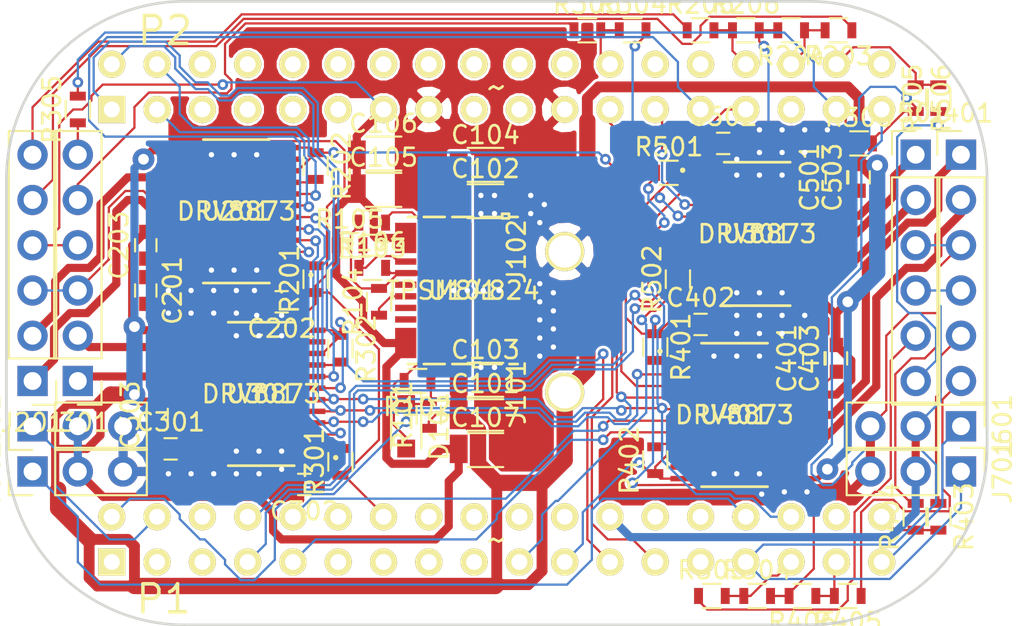
<source format=kicad_pcb>
(kicad_pcb (version 20171130) (host pcbnew 5.0.1)
  (title_block (title "<Add project name here>") (date 2017-08-14))
  (layers (0 Top signal) (1 VDD power hide) (2 DigitalGND power hide) (31 Bottom signal) (34 B.Paste user hide) (35 F.Paste user hide) (36 B.SilkS user hide) (37 F.SilkS user hide) (38 B.Mask user hide) (39 F.Mask user hide) (44 Edge.Cuts user))
  (net 0 "")
  (net 1 GNDD)
  (net 2 +BATT)
  (net 3 +5V)
  (net 4 "Net-(C201-Pad1)")
  (net 5 "Net-(C201-Pad2)")
  (net 6 "Net-(C202-Pad1)")
  (net 7 "Net-(C203-Pad1)")
  (net 8 "Net-(C301-Pad2)")
  (net 9 "Net-(C301-Pad1)")
  (net 10 "Net-(C302-Pad1)")
  (net 11 "Net-(C303-Pad1)")
  (net 12 "Net-(C401-Pad2)")
  (net 13 "Net-(C401-Pad1)")
  (net 14 "Net-(C402-Pad1)")
  (net 15 "Net-(C403-Pad1)")
  (net 16 "Net-(C501-Pad1)")
  (net 17 "Net-(C501-Pad2)")
  (net 18 "Net-(C502-Pad1)")
  (net 19 "Net-(C503-Pad1)")
  (net 20 ADC6)
  (net 21 "Net-(J201-Pad1)")
  (net 22 "Net-(J201-Pad2)")
  (net 23 "Net-(J201-Pad5)")
  (net 24 "Net-(J201-Pad6)")
  (net 25 "Net-(J301-Pad6)")
  (net 26 "Net-(J301-Pad5)")
  (net 27 "Net-(J301-Pad2)")
  (net 28 "Net-(J301-Pad1)")
  (net 29 "Net-(J401-Pad6)")
  (net 30 "Net-(J401-Pad5)")
  (net 31 "Net-(J401-Pad2)")
  (net 32 "Net-(J401-Pad1)")
  (net 33 "Net-(J501-Pad1)")
  (net 34 "Net-(J501-Pad2)")
  (net 35 "Net-(J501-Pad5)")
  (net 36 "Net-(J501-Pad6)")
  (net 37 pru0_0)
  (net 38 "Net-(P1-Pad34)")
  (net 39 pru0_1)
  (net 40 nCS)
  (net 41 eQEP0A)
  (net 42 "Net-(P1-Pad28)")
  (net 43 "Net-(P1-Pad27)")
  (net 44 "Net-(P1-Pad26)")
  (net 45 "Net-(P1-Pad20)")
  (net 46 "Net-(P1-Pad18)")
  (net 47 "Net-(P1-Pad17)")
  (net 48 +3V3)
  (net 49 "Net-(P1-Pad13)")
  (net 50 "Net-(P1-Pad12)")
  (net 51 "Net-(P1-Pad11)")
  (net 52 pwm0B)
  (net 53 DIR1)
  (net 54 pwm0A)
  (net 55 DIR0)
  (net 56 "Net-(P1-Pad6)")
  (net 57 "Net-(P1-Pad5)")
  (net 58 "Net-(P1-Pad3)")
  (net 59 "Net-(P1-Pad1)")
  (net 60 "Net-(P2-Pad36)")
  (net 61 eQEP0B)
  (net 62 eQEP2B)
  (net 63 pru0_2)
  (net 64 "Net-(P2-Pad31)")
  (net 65 pru0_3)
  (net 66 SCK)
  (net 67 "Net-(P2-Pad28)")
  (net 68 MISO)
  (net 69 "Net-(P2-Pad26)")
  (net 70 MOSI)
  (net 71 eQEP2A)
  (net 72 "Net-(P2-Pad22)")
  (net 73 "Net-(P2-Pad20)")
  (net 74 "Net-(P2-Pad19)")
  (net 75 "Net-(P2-Pad18)")
  (net 76 "Net-(P2-Pad17)")
  (net 77 "Net-(P2-Pad16)")
  (net 78 "Net-(P2-Pad14)")
  (net 79 "Net-(P2-Pad12)")
  (net 80 "Net-(P2-Pad11)")
  (net 81 "Net-(P2-Pad10)")
  (net 82 "Net-(P2-Pad9)")
  (net 83 "Net-(P2-Pad8)")
  (net 84 "Net-(P2-Pad7)")
  (net 85 "Net-(P2-Pad6)")
  (net 86 "Net-(P2-Pad5)")
  (net 87 DIR3)
  (net 88 pwm2B)
  (net 89 DIR2)
  (net 90 pwm1A)
  (net 91 "Net-(R103-Pad1)")
  (net 92 "Net-(R104-Pad1)")
  (net 93 "Net-(R105-Pad2)")
  (net 94 "Net-(R201-Pad2)")
  (net 95 ADC3)
  (net 96 "Net-(R301-Pad2)")
  (net 97 ADC2)
  (net 98 "Net-(R401-Pad2)")
  (net 99 ADC1)
  (net 100 "Net-(R501-Pad2)")
  (net 101 ADC0)
  (net 102 "Net-(U101-Pad16)")
  (net 103 "Net-(U101-Pad7)")
  (net 104 "Net-(U101-Pad6)")
  (net 105 "Net-(U101-Pad4)")
  (net 106 /Motor2/MISO)
  (net 107 /Motor1/MISO)
  (net 108 /Motor0/MISO)
  (net 109 pru1_11)
  (net 110 pru1_8)
  (net 111 pru1_15)
  (net 112 pru1_10)
  (module Resistors_SMD:R_0603 (layer Top) (at 168.275 103.505 180)
    (fp_text reference R405 (at 0 -1.45 180) (layer F.SilkS))
    (fp_text value R)
    (pad 1 smd rect (at -0.75 0 180) (size 0.5 0.9) (layers Top F.Paste F.Mask) (net 29 "Net-(J401-Pad6)"))
    (pad 2 smd rect (at 0.75 0 180) (size 0.5 0.9) (layers Top F.Paste F.Mask) (net 39 pru0_1))
  )
  (module Resistors_SMD:R_0603 (layer Top) (at 144.78 93.345 90)
    (fp_text reference R101 (at 0 -1.45 90) (layer F.SilkS))
    (fp_text value 68k1)
    (pad 1 smd rect (at -0.75 0 90) (size 0.5 0.9) (layers Top F.Paste F.Mask) (net 2 +BATT))
    (pad 2 smd rect (at 0.75 0 90) (size 0.5 0.9) (layers Top F.Paste F.Mask) (net 20 ADC6))
  )
  (module Resistors_SMD:R_0603 (layer Top) (at 144.145 91.44 180)
    (fp_text reference R102 (at 0 -1.45 180) (layer F.SilkS))
    (fp_text value 7k5)
    (pad 1 smd rect (at -0.75 0 180) (size 0.5 0.9) (layers Top F.Paste F.Mask) (net 20 ADC6))
    (pad 2 smd rect (at 0.75 0 180) (size 0.5 0.9) (layers Top F.Paste F.Mask) (net 1 GNDD))
  )
  (module Resistors_SMD:R_0603 (layer Top) (at 141.605 82.55 180)
    (fp_text reference R103 (at 0 -1.45 180) (layer F.SilkS))
    (fp_text value 40k2)
    (pad 1 smd rect (at -0.75 0 180) (size 0.5 0.9) (layers Top F.Paste F.Mask) (net 91 "Net-(R103-Pad1)"))
    (pad 2 smd rect (at 0.75 0 180) (size 0.5 0.9) (layers Top F.Paste F.Mask) (net 1 GNDD))
  )
  (module Resistors_SMD:R_0603 (layer Top) (at 141.986 86.995 90)
    (fp_text reference R104 (at 0 -1.45 90) (layer F.SilkS))
    (fp_text value 4k42)
    (pad 1 smd rect (at -0.75 0 90) (size 0.5 0.9) (layers Top F.Paste F.Mask) (net 92 "Net-(R104-Pad1)"))
    (pad 2 smd rect (at 0.75 0 90) (size 0.5 0.9) (layers Top F.Paste F.Mask) (net 1 GNDD))
  )
  (module Resistors_SMD:R_0603 (layer Top) (at 140.335 83.82)
    (fp_text reference R105 (at 0 -1.45) (layer F.SilkS))
    (fp_text value 10k)
    (pad 1 smd rect (at -0.75 0) (size 0.5 0.9) (layers Top F.Paste F.Mask) (net 3 +5V))
    (pad 2 smd rect (at 0.75 0) (size 0.5 0.9) (layers Top F.Paste F.Mask) (net 93 "Net-(R105-Pad2)"))
  )
  (module Resistors_SMD:R_0603 (layer Top) (at 141.605 85.09)
    (fp_text reference R106 (at 0 -1.45) (layer F.SilkS))
    (fp_text value 1k37)
    (pad 1 smd rect (at -0.75 0) (size 0.5 0.9) (layers Top F.Paste F.Mask) (net 93 "Net-(R105-Pad2)"))
    (pad 2 smd rect (at 0.75 0) (size 0.5 0.9) (layers Top F.Paste F.Mask) (net 1 GNDD))
  )
  (module Resistors_SMD:R_0603 (layer Top) (at 138.43 85.725 90)
    (fp_text reference R201 (at 0 -1.45 90) (layer F.SilkS))
    (fp_text value 10k)
    (pad 1 smd rect (at -0.75 0 90) (size 0.5 0.9) (layers Top F.Paste F.Mask) (net 48 +3V3))
    (pad 2 smd rect (at 0.75 0 90) (size 0.5 0.9) (layers Top F.Paste F.Mask) (net 94 "Net-(R201-Pad2)"))
  )
  (module Resistors_SMD:R_0603 (layer Top) (at 138.43 79.375 270)
    (fp_text reference R202 (at 0 -1.45 270) (layer F.SilkS))
    (fp_text value 196)
    (pad 1 smd rect (at -0.75 0 270) (size 0.5 0.9) (layers Top F.Paste F.Mask) (net 95 ADC3))
    (pad 2 smd rect (at 0.75 0 270) (size 0.5 0.9) (layers Top F.Paste F.Mask) (net 1 GNDD))
  )
  (module Resistors_SMD:R_0603 (layer Top) (at 167.755 71.755 180)
    (fp_text reference R203 (at 0 -1.45 180) (layer F.SilkS))
    (fp_text value R)
    (pad 1 smd rect (at -0.75 0 180) (size 0.5 0.9) (layers Top F.Paste F.Mask) (net 23 "Net-(J201-Pad5)"))
    (pad 2 smd rect (at 0.75 0 180) (size 0.5 0.9) (layers Top F.Paste F.Mask) (net 63 pru0_2))
  )
  (module Resistors_SMD:R_0603 (layer Top) (at 165.1 71.755 180)
    (fp_text reference R204 (at 0 -1.45 180) (layer F.SilkS))
    (fp_text value R)
    (pad 1 smd rect (at -0.75 0 180) (size 0.5 0.9) (layers Top F.Paste F.Mask) (net 63 pru0_2))
    (pad 2 smd rect (at 0.75 0 180) (size 0.5 0.9) (layers Top F.Paste F.Mask) (net 1 GNDD))
  )
  (module Resistors_SMD:R_0603 (layer Top) (at 160.02 71.755)
    (fp_text reference R205 (at 0 -1.45) (layer F.SilkS))
    (fp_text value R)
    (pad 1 smd rect (at -0.75 0) (size 0.5 0.9) (layers Top F.Paste F.Mask) (net 24 "Net-(J201-Pad6)"))
    (pad 2 smd rect (at 0.75 0) (size 0.5 0.9) (layers Top F.Paste F.Mask) (net 65 pru0_3))
  )
  (module Resistors_SMD:R_0603 (layer Top) (at 162.56 71.755)
    (fp_text reference R206 (at 0 -1.45) (layer F.SilkS))
    (fp_text value R)
    (pad 1 smd rect (at -0.75 0) (size 0.5 0.9) (layers Top F.Paste F.Mask) (net 65 pru0_3))
    (pad 2 smd rect (at 0.75 0) (size 0.5 0.9) (layers Top F.Paste F.Mask) (net 1 GNDD))
  )
  (module Resistors_SMD:R_0603 (layer Top) (at 139.82363 95.97715 90)
    (fp_text reference R301 (at 0 -1.45 90) (layer F.SilkS))
    (fp_text value 10k)
    (pad 1 smd rect (at -0.75 0 90) (size 0.5 0.9) (layers Top F.Paste F.Mask) (net 48 +3V3))
    (pad 2 smd rect (at 0.75 0 90) (size 0.5 0.9) (layers Top F.Paste F.Mask) (net 96 "Net-(R301-Pad2)"))
  )
  (module Resistors_SMD:R_0603 (layer Top) (at 139.82363 89.62715 270)
    (fp_text reference R302 (at 0 -1.45 270) (layer F.SilkS))
    (fp_text value 196)
    (pad 1 smd rect (at -0.75 0 270) (size 0.5 0.9) (layers Top F.Paste F.Mask) (net 97 ADC2))
    (pad 2 smd rect (at 0.75 0 270) (size 0.5 0.9) (layers Top F.Paste F.Mask) (net 1 GNDD))
  )
  (module Resistors_SMD:R_0603 (layer Top) (at 153.67 71.755)
    (fp_text reference R303 (at 0 -1.45) (layer F.SilkS))
    (fp_text value R)
    (pad 1 smd rect (at -0.75 0) (size 0.5 0.9) (layers Top F.Paste F.Mask) (net 26 "Net-(J301-Pad5)"))
    (pad 2 smd rect (at 0.75 0) (size 0.5 0.9) (layers Top F.Paste F.Mask) (net 71 eQEP2A))
  )
  (module Resistors_SMD:R_0603 (layer Top) (at 156.21 71.755)
    (fp_text reference R304 (at 0 -1.45) (layer F.SilkS))
    (fp_text value R)
    (pad 1 smd rect (at -0.75 0) (size 0.5 0.9) (layers Top F.Paste F.Mask) (net 71 eQEP2A))
    (pad 2 smd rect (at 0.75 0) (size 0.5 0.9) (layers Top F.Paste F.Mask) (net 1 GNDD))
  )
  (module Resistors_SMD:R_0603 (layer Top) (at 125.095 76.2 90)
    (fp_text reference R305 (at 0 -1.45 90) (layer F.SilkS))
    (fp_text value R)
    (pad 1 smd rect (at -0.75 0 90) (size 0.5 0.9) (layers Top F.Paste F.Mask) (net 25 "Net-(J301-Pad6)"))
    (pad 2 smd rect (at 0.75 0 90) (size 0.5 0.9) (layers Top F.Paste F.Mask) (net 62 eQEP2B))
  )
  (module Resistors_SMD:R_0603 (layer Top) (at 168.91 78.105)
    (fp_text reference R306 (at 0 -1.45) (layer F.SilkS))
    (fp_text value R)
    (pad 1 smd rect (at -0.75 0) (size 0.5 0.9) (layers Top F.Paste F.Mask) (net 62 eQEP2B))
    (pad 2 smd rect (at 0.75 0) (size 0.5 0.9) (layers Top F.Paste F.Mask) (net 1 GNDD))
  )
  (module Resistors_SMD:R_0603 (layer Top) (at 157.48 89.535 270)
    (fp_text reference R401 (at 0 -1.45 270) (layer F.SilkS))
    (fp_text value 10k)
    (pad 1 smd rect (at -0.75 0 270) (size 0.5 0.9) (layers Top F.Paste F.Mask) (net 48 +3V3))
    (pad 2 smd rect (at 0.75 0 270) (size 0.5 0.9) (layers Top F.Paste F.Mask) (net 98 "Net-(R401-Pad2)"))
  )
  (module Resistors_SMD:R_0603 (layer Top) (at 157.48 95.885 90)
    (fp_text reference R402 (at 0 -1.45 90) (layer F.SilkS))
    (fp_text value 196)
    (pad 1 smd rect (at -0.75 0 90) (size 0.5 0.9) (layers Top F.Paste F.Mask) (net 99 ADC1))
    (pad 2 smd rect (at 0.75 0 90) (size 0.5 0.9) (layers Top F.Paste F.Mask) (net 1 GNDD))
  )
  (module Resistors_SMD:R_0603 (layer Top) (at 173.355 99.06 270)
    (fp_text reference R403 (at 0 -1.45 270) (layer F.SilkS))
    (fp_text value R)
    (pad 1 smd rect (at -0.75 0 270) (size 0.5 0.9) (layers Top F.Paste F.Mask) (net 30 "Net-(J401-Pad5)"))
    (pad 2 smd rect (at 0.75 0 270) (size 0.5 0.9) (layers Top F.Paste F.Mask) (net 37 pru0_0))
  )
  (module Resistors_SMD:R_0603 (layer Top) (at 172.085 99.06 90)
    (fp_text reference R404 (at 0 -1.45 90) (layer F.SilkS))
    (fp_text value R)
    (pad 1 smd rect (at -0.75 0 90) (size 0.5 0.9) (layers Top F.Paste F.Mask) (net 37 pru0_0))
    (pad 2 smd rect (at 0.75 0 90) (size 0.5 0.9) (layers Top F.Paste F.Mask) (net 1 GNDD))
  )
  (module Resistors_SMD:R_0603 (layer Top) (at 165.735 103.505 180)
    (fp_text reference R406 (at 0 -1.45 180) (layer F.SilkS))
    (fp_text value R)
    (pad 1 smd rect (at -0.75 0 180) (size 0.5 0.9) (layers Top F.Paste F.Mask) (net 39 pru0_1))
    (pad 2 smd rect (at 0.75 0 180) (size 0.5 0.9) (layers Top F.Paste F.Mask) (net 1 GNDD))
  )
  (module Resistors_SMD:R_0603 (layer Top) (at 158.242 79.756)
    (fp_text reference R501 (at 0 -1.45) (layer F.SilkS))
    (fp_text value 10k)
    (pad 1 smd rect (at -0.75 0) (size 0.5 0.9) (layers Top F.Paste F.Mask) (net 48 +3V3))
    (pad 2 smd rect (at 0.75 0) (size 0.5 0.9) (layers Top F.Paste F.Mask) (net 100 "Net-(R501-Pad2)"))
  )
  (module Resistors_SMD:R_0603 (layer Top) (at 158.75 85.725 90)
    (fp_text reference R502 (at 0 -1.45 90) (layer F.SilkS))
    (fp_text value 196)
    (pad 1 smd rect (at -0.75 0 90) (size 0.5 0.9) (layers Top F.Paste F.Mask) (net 101 ADC0))
    (pad 2 smd rect (at 0.75 0 90) (size 0.5 0.9) (layers Top F.Paste F.Mask) (net 1 GNDD))
  )
  (module Resistors_SMD:R_0603 (layer Top) (at 160.655 103.505)
    (fp_text reference R503 (at 0 -1.45) (layer F.SilkS))
    (fp_text value R)
    (pad 1 smd rect (at -0.75 0) (size 0.5 0.9) (layers Top F.Paste F.Mask) (net 35 "Net-(J501-Pad5)"))
    (pad 2 smd rect (at 0.75 0) (size 0.5 0.9) (layers Top F.Paste F.Mask) (net 41 eQEP0A))
  )
  (module Resistors_SMD:R_0603 (layer Top) (at 163.195 103.505)
    (fp_text reference R504 (at 0 -1.45) (layer F.SilkS))
    (fp_text value R)
    (pad 1 smd rect (at -0.75 0) (size 0.5 0.9) (layers Top F.Paste F.Mask) (net 41 eQEP0A))
    (pad 2 smd rect (at 0.75 0) (size 0.5 0.9) (layers Top F.Paste F.Mask) (net 1 GNDD))
  )
  (module Resistors_SMD:R_0603 (layer Top) (at 173.355 75.565 90)
    (fp_text reference R505 (at 0 -1.45 90) (layer F.SilkS))
    (fp_text value R)
    (pad 1 smd rect (at -0.75 0 90) (size 0.5 0.9) (layers Top F.Paste F.Mask) (net 36 "Net-(J501-Pad6)"))
    (pad 2 smd rect (at 0.75 0 90) (size 0.5 0.9) (layers Top F.Paste F.Mask) (net 61 eQEP0B))
  )
  (module Resistors_SMD:R_0603 (layer Top) (at 172.085 75.565 270)
    (fp_text reference R506 (at 0 -1.45 270) (layer F.SilkS))
    (fp_text value R)
    (pad 1 smd rect (at -0.75 0 270) (size 0.5 0.9) (layers Top F.Paste F.Mask) (net 61 eQEP0B))
    (pad 2 smd rect (at 0.75 0 270) (size 0.5 0.9) (layers Top F.Paste F.Mask) (net 1 GNDD))
  )
  (module Connectors_Powerpole:Anderson_Powerpole-25A-RA-G12 (layer Top) (at 152.4 84.175 90)
    (fp_text reference J102 (at 0 -2.7 90) (layer F.SilkS))
    (fp_text value Conn_01x01 hide)
    (pad 1 thru_hole circle (at 0 0 90) (size 2.2 2.2) (drill 1.8) (layers *.Cu *.Mask F.SilkS) (net 1 GNDD))
  )
  (module Connectors_Powerpole:Anderson_Powerpole-25A-RA-G12 (layer Top) (at 152.4 92.075 90)
    (fp_text reference J101 (at 0 -2.7 90) (layer F.SilkS))
    (fp_text value Conn_01x01 hide)
    (pad 1 thru_hole circle (at 0 0 90) (size 2.2 2.2) (drill 1.8) (layers *.Cu *.Mask F.SilkS) (net 2 +BATT))
  )
  (module Custom:MOL-24 (layer Top) (at 146.685 86.36)
    (fp_text reference U101 (at 0 0) (layer F.SilkS))
    (fp_text value TPSM84824 (at 0 0) (layer F.SilkS))
    (fp_text user * (at -4.4319 -2.331) (layer F.SilkS))
    (pad 2 smd rect (at -3.200001 -1.625001 90) (size 0.3556 1.1938) (layers Top F.Paste F.Mask) (net 93 "Net-(R105-Pad2)"))
    (pad 3 smd rect (at -3.200001 -0.974999 90) (size 0.3556 1.1938) (layers Top F.Paste F.Mask) (net 1 GNDD))
    (pad 4 smd rect (at -3.200001 -0.325001 90) (size 0.3556 1.1938) (layers Top F.Paste F.Mask) (net 105 "Net-(U101-Pad4)"))
    (pad 5 smd rect (at -3.200001 0.325001 90) (size 0.3556 1.1938) (layers Top F.Paste F.Mask) (net 92 "Net-(R104-Pad1)"))
    (pad 6 smd rect (at -3.200001 0.974999 90) (size 0.3556 1.1938) (layers Top F.Paste F.Mask) (net 104 "Net-(U101-Pad6)"))
    (pad 7 smd rect (at -3.200001 1.625001 90) (size 0.3556 1.1938) (layers Top F.Paste F.Mask) (net 103 "Net-(U101-Pad7)"))
    (pad 8 smd rect (at -3.2 2.950001) (size 1.1938 1.7018) (layers Top F.Paste F.Mask) (net 3 +5V))
    (pad 9 smd rect (at -2.075 3.200001) (size 0.3556 1.1938) (layers Top F.Paste F.Mask) (net 1 GNDD))
    (pad 10 smd rect (at -1.425001 3.200001) (size 0.3556 1.1938) (layers Top F.Paste F.Mask) (net 20 ADC6))
    (pad 12 smd rect (at 1.6 2.05) (size 1.2954 3.5052) (layers Top F.Paste F.Mask) (net 1 GNDD))
    (pad 13 smd rect (at 3.2 2.950001) (size 1.1938 1.7018) (layers Top F.Paste F.Mask) (net 1 GNDD))
    (pad 14 smd rect (at 3.200001 1.625001 90) (size 0.3556 1.1938) (layers Top F.Paste F.Mask) (net 1 GNDD))
    (pad 15 smd rect (at 3.200001 0.974999 90) (size 0.3556 1.1938) (layers Top F.Paste F.Mask) (net 1 GNDD))
    (pad 16 smd rect (at 3.200001 0.325001 90) (size 0.3556 1.1938) (layers Top F.Paste F.Mask) (net 102 "Net-(U101-Pad16)"))
    (pad 17 smd rect (at 3.200001 -0.325001 90) (size 0.3556 1.1938) (layers Top F.Paste F.Mask) (net 102 "Net-(U101-Pad16)"))
    (pad 18 smd rect (at 3.200001 -0.974999 90) (size 0.3556 1.1938) (layers Top F.Paste F.Mask) (net 1 GNDD))
    (pad 19 smd rect (at 3.200001 -1.625001 90) (size 0.3556 1.1938) (layers Top F.Paste F.Mask) (net 1 GNDD))
    (pad 20 smd rect (at 3.2 -2.950001) (size 1.1938 1.7018) (layers Top F.Paste F.Mask) (net 1 GNDD))
    (pad 23 smd rect (at -1.425001 -3.200001) (size 0.3556 1.1938) (layers Top F.Paste F.Mask) (net 1 GNDD))
    (pad 24 smd rect (at -2.075 -3.200001) (size 0.3556 1.1938) (layers Top F.Paste F.Mask) (net 91 "Net-(R103-Pad1)"))
    (pad 1 smd rect (at -3.2 -2.950001) (size 1.1938 1.7018) (layers Top F.Paste F.Mask) (net 3 +5V))
    (pad 21 smd rect (at 1.6 -2.05) (size 1.2954 3.5052) (layers Top F.Paste F.Mask) (net 1 GNDD))
    (pad 11 smd rect (at -0.15 2.05) (size 1.2954 3.5052) (layers Top F.Paste F.Mask) (net 2 +BATT))
    (pad 22 smd rect (at -0.15 -2.05) (size 1.2954 3.5052) (layers Top F.Paste F.Mask) (net 2 +BATT))
  )
  (module Pin_Headers:Pin_Header_Straight_1x03_Pitch2.54mm (layer Top) (at 122.555 93.98 90)
    (fp_text reference J801 (at 0 -2.33 90) (layer F.SilkS))
    (fp_text value Conn_01x03)
    (pad 1 thru_hole rect (at 0 0 90) (size 1.7 1.7) (drill 1) (layers *.Cu *.Mask) (net 109 pru1_11))
    (pad 2 thru_hole oval (at 0 2.54 90) (size 1.7 1.7) (drill 1) (layers *.Cu *.Mask) (net 3 +5V))
    (pad 3 thru_hole oval (at 0 5.08 90) (size 1.7 1.7) (drill 1) (layers *.Cu *.Mask) (net 1 GNDD))
  )
  (module Custom:PWP-HTSSOP-24 (layer Top) (at 163.195 83.185)
    (fp_text reference U501 (at 0 0) (layer F.SilkS))
    (fp_text value DRV8873 (at 0 0) (layer F.SilkS))
    (fp_text user * (at 0 0) (layer F.SilkS))
    (pad 1 smd rect (at -2.799999 -3.574999) (size 1.6002 0.3048) (layers Top F.Paste F.Mask) (net 18 "Net-(C502-Pad1)"))
    (pad 2 smd rect (at -2.799999 -2.925) (size 1.6002 0.3048) (layers Top F.Paste F.Mask) (net 100 "Net-(R501-Pad2)"))
    (pad 3 smd rect (at -2.799999 -2.275002) (size 1.6002 0.3048) (layers Top F.Paste F.Mask) (net 108 /Motor0/MISO))
    (pad 4 smd rect (at -2.799999 -1.625001) (size 1.6002 0.3048) (layers Top F.Paste F.Mask) (net 70 MOSI))
    (pad 5 smd rect (at -2.799999 -0.975002) (size 1.6002 0.3048) (layers Top F.Paste F.Mask) (net 66 SCK))
    (pad 6 smd rect (at -2.799999 -0.325001) (size 1.6002 0.3048) (layers Top F.Paste F.Mask) (net 40 nCS))
    (pad 7 smd rect (at -2.799999 0.324998) (size 1.6002 0.3048) (layers Top F.Paste F.Mask) (net 54 pwm0A))
    (pad 8 smd rect (at -2.799999 0.974999) (size 1.6002 0.3048) (layers Top F.Paste F.Mask) (net 55 DIR0))
    (pad 9 smd rect (at -2.799999 1.624998) (size 1.6002 0.3048) (layers Top F.Paste F.Mask) (net 1 GNDD))
    (pad 10 smd rect (at -2.799999 2.274999) (size 1.6002 0.3048) (layers Top F.Paste F.Mask) (net 101 ADC0))
    (pad 11 smd rect (at -2.799999 2.924998) (size 1.6002 0.3048) (layers Top F.Paste F.Mask) (net 48 +3V3))
    (pad 12 smd rect (at -2.799999 3.574999) (size 1.6002 0.3048) (layers Top F.Paste F.Mask) (net 101 ADC0))
    (pad 13 smd rect (at 2.799999 3.574999) (size 1.6002 0.3048) (layers Top F.Paste F.Mask) (net 2 +BATT))
    (pad 14 smd rect (at 2.799999 2.925) (size 1.6002 0.3048) (layers Top F.Paste F.Mask) (net 34 "Net-(J501-Pad2)"))
    (pad 15 smd rect (at 2.799999 2.274999) (size 1.6002 0.3048) (layers Top F.Paste F.Mask) (net 34 "Net-(J501-Pad2)"))
    (pad 16 smd rect (at 2.799999 1.625001) (size 1.6002 0.3048) (layers Top F.Paste F.Mask) (net 1 GNDD))
    (pad 17 smd rect (at 2.799999 0.974999) (size 1.6002 0.3048) (layers Top F.Paste F.Mask) (net 1 GNDD))
    (pad 18 smd rect (at 2.799999 0.325001) (size 1.6002 0.3048) (layers Top F.Paste F.Mask) (net 33 "Net-(J501-Pad1)"))
    (pad 19 smd rect (at 2.799999 -0.324998) (size 1.6002 0.3048) (layers Top F.Paste F.Mask) (net 33 "Net-(J501-Pad1)"))
    (pad 20 smd rect (at 2.799999 -0.974999) (size 1.6002 0.3048) (layers Top F.Paste F.Mask) (net 2 +BATT))
    (pad 21 smd rect (at 2.799999 -1.624998) (size 1.6002 0.3048) (layers Top F.Paste F.Mask) (net 19 "Net-(C503-Pad1)"))
    (pad 22 smd rect (at 2.799999 -2.274999) (size 1.6002 0.3048) (layers Top F.Paste F.Mask) (net 16 "Net-(C501-Pad1)"))
    (pad 23 smd rect (at 2.799999 -2.924998) (size 1.6002 0.3048) (layers Top F.Paste F.Mask) (net 17 "Net-(C501-Pad2)"))
    (pad 24 smd rect (at 2.799999 -3.574999) (size 1.6002 0.3048) (layers Top F.Paste F.Mask) (net 1 GNDD))
    (pad 25 smd rect (at 0 0) (size 3.2004 5.2578) (layers Top F.Paste F.Mask) (net 1 GNDD))
  )
  (module Capacitors_SMD:C_1206 (layer Top) (at 147.955 95.25)
    (fp_text reference C107 (at 0 -1.75) (layer F.SilkS))
    (fp_text value 47u)
    (pad 1 smd rect (at -1.5 0) (size 1 1.6) (layers Top F.Paste F.Mask) (net 3 +5V))
    (pad 2 smd rect (at 1.5 0) (size 1 1.6) (layers Top F.Paste F.Mask) (net 1 GNDD))
  )
  (module Diodes_SMD:D_SOD-323_HandSoldering (layer Top) (at 143.51 93.98 270)
    (fp_text reference D101 (at 0 -1.85 270) (layer F.SilkS))
    (fp_text value 1V8)
    (pad 1 smd rect (at -1.25 0 270) (size 1 1) (layers Top F.Paste F.Mask) (net 20 ADC6))
    (pad 2 smd rect (at 1.25 0 270) (size 1 1) (layers Top F.Paste F.Mask) (net 1 GNDD))
  )
  (module Capacitors_SMD:C_1206 (layer Top) (at 147.955 91.44)
    (fp_text reference C103 (at 0 -1.75) (layer F.SilkS))
    (fp_text value 10u)
    (pad 1 smd rect (at -1.5 0) (size 1 1.6) (layers Top F.Paste F.Mask) (net 2 +BATT))
    (pad 2 smd rect (at 1.5 0) (size 1 1.6) (layers Top F.Paste F.Mask) (net 1 GNDD))
  )
  (module Capacitors_SMD:C_1206 (layer Top) (at 147.955 93.345)
    (fp_text reference C101 (at 0 -1.75) (layer F.SilkS))
    (fp_text value 10u)
    (pad 1 smd rect (at -1.5 0) (size 1 1.6) (layers Top F.Paste F.Mask) (net 2 +BATT))
    (pad 2 smd rect (at 1.5 0) (size 1 1.6) (layers Top F.Paste F.Mask) (net 1 GNDD))
  )
  (module Capacitors_SMD:C_1206 (layer Top) (at 147.955 81.28)
    (fp_text reference C102 (at 0 -1.75) (layer F.SilkS))
    (fp_text value 10u)
    (pad 1 smd rect (at -1.5 0) (size 1 1.6) (layers Top F.Paste F.Mask) (net 2 +BATT))
    (pad 2 smd rect (at 1.5 0) (size 1 1.6) (layers Top F.Paste F.Mask) (net 1 GNDD))
  )
  (module Pin_Headers:Pin_Header_Straight_1x03_Pitch2.54mm (layer Top) (at 174.625 96.52 270)
    (fp_text reference J701 (at 0 -2.33 270) (layer F.SilkS))
    (fp_text value Conn_01x03)
    (pad 1 thru_hole rect (at 0 0 270) (size 1.7 1.7) (drill 1) (layers *.Cu *.Mask) (net 110 pru1_8))
    (pad 2 thru_hole oval (at 0 2.54 270) (size 1.7 1.7) (drill 1) (layers *.Cu *.Mask) (net 3 +5V))
    (pad 3 thru_hole oval (at 0 5.08 270) (size 1.7 1.7) (drill 1) (layers *.Cu *.Mask) (net 1 GNDD))
  )
  (module Capacitors_SMD:C_0603 (layer Top) (at 161.29 78.105)
    (fp_text reference C502 (at 0 -1.5) (layer F.SilkS))
    (fp_text value 1u)
    (pad 2 smd rect (at 0.75 0) (size 0.8 0.75) (layers Top F.Paste F.Mask) (net 1 GNDD))
    (pad 1 smd rect (at -0.75 0) (size 0.8 0.75) (layers Top F.Paste F.Mask) (net 18 "Net-(C502-Pad1)"))
  )
  (module Custom:PWP-HTSSOP-24 (layer Top) (at 133.985 81.915 180)
    (fp_text reference U201 (at 0 0 180) (layer F.SilkS))
    (fp_text value DRV8873 (at 0 0 180) (layer F.SilkS))
    (fp_text user * (at 0 0 180) (layer F.SilkS))
    (pad 1 smd rect (at -2.799999 -3.574999 180) (size 1.6002 0.3048) (layers Top F.Paste F.Mask) (net 6 "Net-(C202-Pad1)"))
    (pad 2 smd rect (at -2.799999 -2.925 180) (size 1.6002 0.3048) (layers Top F.Paste F.Mask) (net 94 "Net-(R201-Pad2)"))
    (pad 3 smd rect (at -2.799999 -2.275002 180) (size 1.6002 0.3048) (layers Top F.Paste F.Mask) (net 68 MISO))
    (pad 4 smd rect (at -2.799999 -1.625001 180) (size 1.6002 0.3048) (layers Top F.Paste F.Mask) (net 106 /Motor2/MISO))
    (pad 5 smd rect (at -2.799999 -0.975002 180) (size 1.6002 0.3048) (layers Top F.Paste F.Mask) (net 66 SCK))
    (pad 6 smd rect (at -2.799999 -0.325001 180) (size 1.6002 0.3048) (layers Top F.Paste F.Mask) (net 40 nCS))
    (pad 7 smd rect (at -2.799999 0.324998 180) (size 1.6002 0.3048) (layers Top F.Paste F.Mask) (net 88 pwm2B))
    (pad 8 smd rect (at -2.799999 0.974999 180) (size 1.6002 0.3048) (layers Top F.Paste F.Mask) (net 87 DIR3))
    (pad 9 smd rect (at -2.799999 1.624998 180) (size 1.6002 0.3048) (layers Top F.Paste F.Mask) (net 1 GNDD))
    (pad 10 smd rect (at -2.799999 2.274999 180) (size 1.6002 0.3048) (layers Top F.Paste F.Mask) (net 95 ADC3))
    (pad 11 smd rect (at -2.799999 2.924998 180) (size 1.6002 0.3048) (layers Top F.Paste F.Mask) (net 48 +3V3))
    (pad 12 smd rect (at -2.799999 3.574999 180) (size 1.6002 0.3048) (layers Top F.Paste F.Mask) (net 95 ADC3))
    (pad 13 smd rect (at 2.799999 3.574999 180) (size 1.6002 0.3048) (layers Top F.Paste F.Mask) (net 2 +BATT))
    (pad 14 smd rect (at 2.799999 2.925 180) (size 1.6002 0.3048) (layers Top F.Paste F.Mask) (net 22 "Net-(J201-Pad2)"))
    (pad 15 smd rect (at 2.799999 2.274999 180) (size 1.6002 0.3048) (layers Top F.Paste F.Mask) (net 22 "Net-(J201-Pad2)"))
    (pad 16 smd rect (at 2.799999 1.625001 180) (size 1.6002 0.3048) (layers Top F.Paste F.Mask) (net 1 GNDD))
    (pad 17 smd rect (at 2.799999 0.974999 180) (size 1.6002 0.3048) (layers Top F.Paste F.Mask) (net 1 GNDD))
    (pad 18 smd rect (at 2.799999 0.325001 180) (size 1.6002 0.3048) (layers Top F.Paste F.Mask) (net 21 "Net-(J201-Pad1)"))
    (pad 19 smd rect (at 2.799999 -0.324998 180) (size 1.6002 0.3048) (layers Top F.Paste F.Mask) (net 21 "Net-(J201-Pad1)"))
    (pad 20 smd rect (at 2.799999 -0.974999 180) (size 1.6002 0.3048) (layers Top F.Paste F.Mask) (net 2 +BATT))
    (pad 21 smd rect (at 2.799999 -1.624998 180) (size 1.6002 0.3048) (layers Top F.Paste F.Mask) (net 7 "Net-(C203-Pad1)"))
    (pad 22 smd rect (at 2.799999 -2.274999 180) (size 1.6002 0.3048) (layers Top F.Paste F.Mask) (net 4 "Net-(C201-Pad1)"))
    (pad 23 smd rect (at 2.799999 -2.924998 180) (size 1.6002 0.3048) (layers Top F.Paste F.Mask) (net 5 "Net-(C201-Pad2)"))
    (pad 24 smd rect (at 2.799999 -3.574999 180) (size 1.6002 0.3048) (layers Top F.Paste F.Mask) (net 1 GNDD))
    (pad 25 smd rect (at 0 0 180) (size 3.2004 5.2578) (layers Top F.Paste F.Mask) (net 1 GNDD))
  )
  (module Capacitors_SMD:C_0603 (layer Top) (at 128.905 86.36 270)
    (fp_text reference C201 (at 0 -1.5 270) (layer F.SilkS))
    (fp_text value 47n)
    (pad 2 smd rect (at 0.75 0 270) (size 0.8 0.75) (layers Top F.Paste F.Mask) (net 5 "Net-(C201-Pad2)"))
    (pad 1 smd rect (at -0.75 0 270) (size 0.8 0.75) (layers Top F.Paste F.Mask) (net 4 "Net-(C201-Pad1)"))
  )
  (module Capacitors_SMD:C_0603 (layer Top) (at 130.29863 95.25)
    (fp_text reference C301 (at 0 -1.5) (layer F.SilkS))
    (fp_text value 47n)
    (pad 2 smd rect (at 0.75 0) (size 0.8 0.75) (layers Top F.Paste F.Mask) (net 8 "Net-(C301-Pad2)"))
    (pad 1 smd rect (at -0.75 0) (size 0.8 0.75) (layers Top F.Paste F.Mask) (net 9 "Net-(C301-Pad1)"))
  )
  (module Custom:PWP-HTSSOP-24 (layer Top) (at 135.37863 92.16715 180)
    (fp_text reference U301 (at 0 0 180) (layer F.SilkS))
    (fp_text value DRV8873 (at 0 0 180) (layer F.SilkS))
    (fp_text user * (at 0 0 180) (layer F.SilkS))
    (pad 1 smd rect (at -2.799999 -3.574999 180) (size 1.6002 0.3048) (layers Top F.Paste F.Mask) (net 10 "Net-(C302-Pad1)"))
    (pad 2 smd rect (at -2.799999 -2.925 180) (size 1.6002 0.3048) (layers Top F.Paste F.Mask) (net 96 "Net-(R301-Pad2)"))
    (pad 3 smd rect (at -2.799999 -2.275002 180) (size 1.6002 0.3048) (layers Top F.Paste F.Mask) (net 106 /Motor2/MISO))
    (pad 4 smd rect (at -2.799999 -1.625001 180) (size 1.6002 0.3048) (layers Top F.Paste F.Mask) (net 107 /Motor1/MISO))
    (pad 5 smd rect (at -2.799999 -0.975002 180) (size 1.6002 0.3048) (layers Top F.Paste F.Mask) (net 66 SCK))
    (pad 6 smd rect (at -2.799999 -0.325001 180) (size 1.6002 0.3048) (layers Top F.Paste F.Mask) (net 40 nCS))
    (pad 7 smd rect (at -2.799999 0.324998 180) (size 1.6002 0.3048) (layers Top F.Paste F.Mask) (net 90 pwm1A))
    (pad 8 smd rect (at -2.799999 0.974999 180) (size 1.6002 0.3048) (layers Top F.Paste F.Mask) (net 89 DIR2))
    (pad 9 smd rect (at -2.799999 1.624998 180) (size 1.6002 0.3048) (layers Top F.Paste F.Mask) (net 1 GNDD))
    (pad 10 smd rect (at -2.799999 2.274999 180) (size 1.6002 0.3048) (layers Top F.Paste F.Mask) (net 97 ADC2))
    (pad 11 smd rect (at -2.799999 2.924998 180) (size 1.6002 0.3048) (layers Top F.Paste F.Mask) (net 48 +3V3))
    (pad 12 smd rect (at -2.799999 3.574999 180) (size 1.6002 0.3048) (layers Top F.Paste F.Mask) (net 97 ADC2))
    (pad 13 smd rect (at 2.799999 3.574999 180) (size 1.6002 0.3048) (layers Top F.Paste F.Mask) (net 2 +BATT))
    (pad 14 smd rect (at 2.799999 2.925 180) (size 1.6002 0.3048) (layers Top F.Paste F.Mask) (net 27 "Net-(J301-Pad2)"))
    (pad 15 smd rect (at 2.799999 2.274999 180) (size 1.6002 0.3048) (layers Top F.Paste F.Mask) (net 27 "Net-(J301-Pad2)"))
    (pad 16 smd rect (at 2.799999 1.625001 180) (size 1.6002 0.3048) (layers Top F.Paste F.Mask) (net 1 GNDD))
    (pad 17 smd rect (at 2.799999 0.974999 180) (size 1.6002 0.3048) (layers Top F.Paste F.Mask) (net 1 GNDD))
    (pad 18 smd rect (at 2.799999 0.325001 180) (size 1.6002 0.3048) (layers Top F.Paste F.Mask) (net 28 "Net-(J301-Pad1)"))
    (pad 19 smd rect (at 2.799999 -0.324998 180) (size 1.6002 0.3048) (layers Top F.Paste F.Mask) (net 28 "Net-(J301-Pad1)"))
    (pad 20 smd rect (at 2.799999 -0.974999 180) (size 1.6002 0.3048) (layers Top F.Paste F.Mask) (net 2 +BATT))
    (pad 21 smd rect (at 2.799999 -1.624998 180) (size 1.6002 0.3048) (layers Top F.Paste F.Mask) (net 11 "Net-(C303-Pad1)"))
    (pad 22 smd rect (at 2.799999 -2.274999 180) (size 1.6002 0.3048) (layers Top F.Paste F.Mask) (net 9 "Net-(C301-Pad1)"))
    (pad 23 smd rect (at 2.799999 -2.924998 180) (size 1.6002 0.3048) (layers Top F.Paste F.Mask) (net 8 "Net-(C301-Pad2)"))
    (pad 24 smd rect (at 2.799999 -3.574999 180) (size 1.6002 0.3048) (layers Top F.Paste F.Mask) (net 1 GNDD))
    (pad 25 smd rect (at 0 0 180) (size 3.2004 5.2578) (layers Top F.Paste F.Mask) (net 1 GNDD))
  )
  (module Capacitors_SMD:C_0603 (layer Top) (at 129.54 93.345 90)
    (fp_text reference C303 (at 0 -1.5 90) (layer F.SilkS))
    (fp_text value 0u1)
    (pad 2 smd rect (at 0.75 0 90) (size 0.8 0.75) (layers Top F.Paste F.Mask) (net 2 +BATT))
    (pad 1 smd rect (at -0.75 0 90) (size 0.8 0.75) (layers Top F.Paste F.Mask) (net 11 "Net-(C303-Pad1)"))
  )
  (module "PocketBeagle.pretty:TH-2X18-(35MIL-DIA)-W_O-SILK" (layer Top) (at 148.59 100.33)
    (fp_text reference P1 (at -18.68678 3.34518) (layer F.SilkS) (effects (font (size 1.56845 1.56845) (thickness 0.19812))))
    (fp_text value ~ (at 0 0) (layer F.SilkS) (effects (font (size 1.524 1.524))))
    (pad 1 thru_hole rect (at -21.59 1.27) (size 1.524 1.524) (drill 0.889) (layers *.Cu *.Mask F.SilkS) (net 59 "Net-(P1-Pad1)"))
    (pad 2 thru_hole circle (at -21.59 -1.27) (size 1.524 1.524) (drill 0.889) (layers *.Cu *.Mask F.SilkS) (net 20 ADC6))
    (pad 3 thru_hole circle (at -19.05 1.27) (size 1.524 1.524) (drill 0.889) (layers *.Cu *.Mask F.SilkS) (net 58 "Net-(P1-Pad3)"))
    (pad 4 thru_hole circle (at -19.05 -1.27) (size 1.524 1.524) (drill 0.889) (layers *.Cu *.Mask F.SilkS) (net 109 pru1_11))
    (pad 5 thru_hole circle (at -16.51 1.27) (size 1.524 1.524) (drill 0.889) (layers *.Cu *.Mask F.SilkS) (net 57 "Net-(P1-Pad5)"))
    (pad 6 thru_hole circle (at -16.51 -1.27) (size 1.524 1.524) (drill 0.889) (layers *.Cu *.Mask F.SilkS) (net 56 "Net-(P1-Pad6)"))
    (pad 7 thru_hole circle (at -13.97 1.27) (size 1.524 1.524) (drill 0.889) (layers *.Cu *.Mask F.SilkS) (net 55 DIR0))
    (pad 8 thru_hole circle (at -13.97 -1.27) (size 1.524 1.524) (drill 0.889) (layers *.Cu *.Mask F.SilkS) (net 54 pwm0A))
    (pad 9 thru_hole circle (at -11.43 1.27) (size 1.524 1.524) (drill 0.889) (layers *.Cu *.Mask F.SilkS) (net 53 DIR1))
    (pad 10 thru_hole circle (at -11.43 -1.27) (size 1.524 1.524) (drill 0.889) (layers *.Cu *.Mask F.SilkS) (net 52 pwm0B))
    (pad 11 thru_hole circle (at -8.89 1.27) (size 1.524 1.524) (drill 0.889) (layers *.Cu *.Mask F.SilkS) (net 51 "Net-(P1-Pad11)"))
    (pad 12 thru_hole circle (at -8.89 -1.27) (size 1.524 1.524) (drill 0.889) (layers *.Cu *.Mask F.SilkS) (net 50 "Net-(P1-Pad12)"))
    (pad 13 thru_hole circle (at -6.35 1.27) (size 1.524 1.524) (drill 0.889) (layers *.Cu *.Mask F.SilkS) (net 49 "Net-(P1-Pad13)"))
    (pad 14 thru_hole circle (at -6.35 -1.27) (size 1.524 1.524) (drill 0.889) (layers *.Cu *.Mask F.SilkS) (net 48 +3V3))
    (pad 15 thru_hole circle (at -3.81 1.27) (size 1.524 1.524) (drill 0.889) (layers *.Cu *.Mask F.SilkS) (net 1 GNDD))
    (pad 16 thru_hole circle (at -3.81 -1.27) (size 1.524 1.524) (drill 0.889) (layers *.Cu *.Mask F.SilkS) (net 1 GNDD))
    (pad 17 thru_hole circle (at -1.27 1.27) (size 1.524 1.524) (drill 0.889) (layers *.Cu *.Mask F.SilkS) (net 47 "Net-(P1-Pad17)"))
    (pad 18 thru_hole circle (at -1.27 -1.27) (size 1.524 1.524) (drill 0.889) (layers *.Cu *.Mask F.SilkS) (net 46 "Net-(P1-Pad18)"))
    (pad 19 thru_hole circle (at 1.27 1.27) (size 1.524 1.524) (drill 0.889) (layers *.Cu *.Mask F.SilkS) (net 101 ADC0))
    (pad 20 thru_hole circle (at 1.27 -1.27) (size 1.524 1.524) (drill 0.889) (layers *.Cu *.Mask F.SilkS) (net 45 "Net-(P1-Pad20)"))
    (pad 21 thru_hole circle (at 3.81 1.27) (size 1.524 1.524) (drill 0.889) (layers *.Cu *.Mask F.SilkS) (net 99 ADC1))
    (pad 22 thru_hole circle (at 3.81 -1.27) (size 1.524 1.524) (drill 0.889) (layers *.Cu *.Mask F.SilkS) (net 1 GNDD))
    (pad 23 thru_hole circle (at 6.35 1.27) (size 1.524 1.524) (drill 0.889) (layers *.Cu *.Mask F.SilkS) (net 97 ADC2))
    (pad 24 thru_hole circle (at 6.35 -1.27) (size 1.524 1.524) (drill 0.889) (layers *.Cu *.Mask F.SilkS) (net 3 +5V))
    (pad 25 thru_hole circle (at 8.89 1.27) (size 1.524 1.524) (drill 0.889) (layers *.Cu *.Mask F.SilkS) (net 95 ADC3))
    (pad 26 thru_hole circle (at 8.89 -1.27) (size 1.524 1.524) (drill 0.889) (layers *.Cu *.Mask F.SilkS) (net 44 "Net-(P1-Pad26)"))
    (pad 27 thru_hole circle (at 11.43 1.27) (size 1.524 1.524) (drill 0.889) (layers *.Cu *.Mask F.SilkS) (net 43 "Net-(P1-Pad27)"))
    (pad 28 thru_hole circle (at 11.43 -1.27) (size 1.524 1.524) (drill 0.889) (layers *.Cu *.Mask F.SilkS) (net 42 "Net-(P1-Pad28)"))
    (pad 29 thru_hole circle (at 13.97 1.27) (size 1.524 1.524) (drill 0.889) (layers *.Cu *.Mask F.SilkS) (net 110 pru1_8))
    (pad 30 thru_hole circle (at 13.97 -1.27) (size 1.524 1.524) (drill 0.889) (layers *.Cu *.Mask F.SilkS) (net 111 pru1_15))
    (pad 31 thru_hole circle (at 16.51 1.27) (size 1.524 1.524) (drill 0.889) (layers *.Cu *.Mask F.SilkS) (net 41 eQEP0A))
    (pad 32 thru_hole circle (at 16.51 -1.27) (size 1.524 1.524) (drill 0.889) (layers *.Cu *.Mask F.SilkS) (net 40 nCS))
    (pad 33 thru_hole circle (at 19.05 1.27) (size 1.524 1.524) (drill 0.889) (layers *.Cu *.Mask F.SilkS) (net 39 pru0_1))
    (pad 34 thru_hole circle (at 19.05 -1.27) (size 1.524 1.524) (drill 0.889) (layers *.Cu *.Mask F.SilkS) (net 38 "Net-(P1-Pad34)"))
    (pad 35 thru_hole circle (at 21.59 1.27) (size 1.524 1.524) (drill 0.889) (layers *.Cu *.Mask F.SilkS) (net 112 pru1_10))
    (pad 36 thru_hole circle (at 21.59 -1.27) (size 1.524 1.524) (drill 0.889) (layers *.Cu *.Mask F.SilkS) (net 37 pru0_0))
  )
  (module "PocketBeagle.pretty:TH-2X18-(35MIL-DIA)-W_O-SILK" (layer Top) (at 148.59 74.93)
    (fp_text reference P2 (at -18.6055 -3.15468 180) (layer F.SilkS) (effects (font (size 1.56845 1.56845) (thickness 0.19812))))
    (fp_text value ~ (at 0 0) (layer F.SilkS) (effects (font (size 1.524 1.524))))
    (pad 1 thru_hole rect (at -21.59 1.27) (size 1.524 1.524) (drill 0.889) (layers *.Cu *.Mask F.SilkS) (net 90 pwm1A))
    (pad 2 thru_hole circle (at -21.59 -1.27) (size 1.524 1.524) (drill 0.889) (layers *.Cu *.Mask F.SilkS) (net 89 DIR2))
    (pad 3 thru_hole circle (at -19.05 1.27) (size 1.524 1.524) (drill 0.889) (layers *.Cu *.Mask F.SilkS) (net 88 pwm2B))
    (pad 4 thru_hole circle (at -19.05 -1.27) (size 1.524 1.524) (drill 0.889) (layers *.Cu *.Mask F.SilkS) (net 87 DIR3))
    (pad 5 thru_hole circle (at -16.51 1.27) (size 1.524 1.524) (drill 0.889) (layers *.Cu *.Mask F.SilkS) (net 86 "Net-(P2-Pad5)"))
    (pad 6 thru_hole circle (at -16.51 -1.27) (size 1.524 1.524) (drill 0.889) (layers *.Cu *.Mask F.SilkS) (net 85 "Net-(P2-Pad6)"))
    (pad 7 thru_hole circle (at -13.97 1.27) (size 1.524 1.524) (drill 0.889) (layers *.Cu *.Mask F.SilkS) (net 84 "Net-(P2-Pad7)"))
    (pad 8 thru_hole circle (at -13.97 -1.27) (size 1.524 1.524) (drill 0.889) (layers *.Cu *.Mask F.SilkS) (net 83 "Net-(P2-Pad8)"))
    (pad 9 thru_hole circle (at -11.43 1.27) (size 1.524 1.524) (drill 0.889) (layers *.Cu *.Mask F.SilkS) (net 82 "Net-(P2-Pad9)"))
    (pad 10 thru_hole circle (at -11.43 -1.27) (size 1.524 1.524) (drill 0.889) (layers *.Cu *.Mask F.SilkS) (net 81 "Net-(P2-Pad10)"))
    (pad 11 thru_hole circle (at -8.89 1.27) (size 1.524 1.524) (drill 0.889) (layers *.Cu *.Mask F.SilkS) (net 80 "Net-(P2-Pad11)"))
    (pad 12 thru_hole circle (at -8.89 -1.27) (size 1.524 1.524) (drill 0.889) (layers *.Cu *.Mask F.SilkS) (net 79 "Net-(P2-Pad12)"))
    (pad 13 thru_hole circle (at -6.35 1.27) (size 1.524 1.524) (drill 0.889) (layers *.Cu *.Mask F.SilkS) (net 3 +5V))
    (pad 14 thru_hole circle (at -6.35 -1.27) (size 1.524 1.524) (drill 0.889) (layers *.Cu *.Mask F.SilkS) (net 78 "Net-(P2-Pad14)"))
    (pad 15 thru_hole circle (at -3.81 1.27) (size 1.524 1.524) (drill 0.889) (layers *.Cu *.Mask F.SilkS) (net 1 GNDD))
    (pad 16 thru_hole circle (at -3.81 -1.27) (size 1.524 1.524) (drill 0.889) (layers *.Cu *.Mask F.SilkS) (net 77 "Net-(P2-Pad16)"))
    (pad 17 thru_hole circle (at -1.27 1.27) (size 1.524 1.524) (drill 0.889) (layers *.Cu *.Mask F.SilkS) (net 76 "Net-(P2-Pad17)"))
    (pad 18 thru_hole circle (at -1.27 -1.27) (size 1.524 1.524) (drill 0.889) (layers *.Cu *.Mask F.SilkS) (net 75 "Net-(P2-Pad18)"))
    (pad 19 thru_hole circle (at 1.27 1.27) (size 1.524 1.524) (drill 0.889) (layers *.Cu *.Mask F.SilkS) (net 74 "Net-(P2-Pad19)"))
    (pad 20 thru_hole circle (at 1.27 -1.27) (size 1.524 1.524) (drill 0.889) (layers *.Cu *.Mask F.SilkS) (net 73 "Net-(P2-Pad20)"))
    (pad 21 thru_hole circle (at 3.81 1.27) (size 1.524 1.524) (drill 0.889) (layers *.Cu *.Mask F.SilkS) (net 1 GNDD))
    (pad 22 thru_hole circle (at 3.81 -1.27) (size 1.524 1.524) (drill 0.889) (layers *.Cu *.Mask F.SilkS) (net 72 "Net-(P2-Pad22)"))
    (pad 23 thru_hole circle (at 6.35 1.27) (size 1.524 1.524) (drill 0.889) (layers *.Cu *.Mask F.SilkS) (net 48 +3V3))
    (pad 24 thru_hole circle (at 6.35 -1.27) (size 1.524 1.524) (drill 0.889) (layers *.Cu *.Mask F.SilkS) (net 71 eQEP2A))
    (pad 25 thru_hole circle (at 8.89 1.27) (size 1.524 1.524) (drill 0.889) (layers *.Cu *.Mask F.SilkS) (net 70 MOSI))
    (pad 26 thru_hole circle (at 8.89 -1.27) (size 1.524 1.524) (drill 0.889) (layers *.Cu *.Mask F.SilkS) (net 69 "Net-(P2-Pad26)"))
    (pad 27 thru_hole circle (at 11.43 1.27) (size 1.524 1.524) (drill 0.889) (layers *.Cu *.Mask F.SilkS) (net 68 MISO))
    (pad 28 thru_hole circle (at 11.43 -1.27) (size 1.524 1.524) (drill 0.889) (layers *.Cu *.Mask F.SilkS) (net 67 "Net-(P2-Pad28)"))
    (pad 29 thru_hole circle (at 13.97 1.27) (size 1.524 1.524) (drill 0.889) (layers *.Cu *.Mask F.SilkS) (net 66 SCK))
    (pad 30 thru_hole circle (at 13.97 -1.27) (size 1.524 1.524) (drill 0.889) (layers *.Cu *.Mask F.SilkS) (net 65 pru0_3))
    (pad 31 thru_hole circle (at 16.51 1.27) (size 1.524 1.524) (drill 0.889) (layers *.Cu *.Mask F.SilkS) (net 64 "Net-(P2-Pad31)"))
    (pad 32 thru_hole circle (at 16.51 -1.27) (size 1.524 1.524) (drill 0.889) (layers *.Cu *.Mask F.SilkS) (net 63 pru0_2))
    (pad 33 thru_hole circle (at 19.05 1.27) (size 1.524 1.524) (drill 0.889) (layers *.Cu *.Mask F.SilkS) (net 62 eQEP2B))
    (pad 34 thru_hole circle (at 19.05 -1.27) (size 1.524 1.524) (drill 0.889) (layers *.Cu *.Mask F.SilkS) (net 61 eQEP0B))
    (pad 35 thru_hole circle (at 21.59 1.27) (size 1.524 1.524) (drill 0.889) (layers *.Cu *.Mask F.SilkS) (net 110 pru1_8))
    (pad 36 thru_hole circle (at 21.59 -1.27) (size 1.524 1.524) (drill 0.889) (layers *.Cu *.Mask F.SilkS) (net 60 "Net-(P2-Pad36)"))
  )
  (module Capacitors_SMD:C_1206 (layer Top) (at 147.955 79.375)
    (fp_text reference C104 (at 0 -1.75) (layer F.SilkS))
    (fp_text value 10u)
    (pad 1 smd rect (at -1.5 0) (size 1 1.6) (layers Top F.Paste F.Mask) (net 2 +BATT))
    (pad 2 smd rect (at 1.5 0) (size 1 1.6) (layers Top F.Paste F.Mask) (net 1 GNDD))
  )
  (module Capacitors_SMD:C_1206 (layer Top) (at 142.24 80.645)
    (fp_text reference C105 (at 0 -1.75) (layer F.SilkS))
    (fp_text value 47u)
    (pad 1 smd rect (at -1.5 0) (size 1 1.6) (layers Top F.Paste F.Mask) (net 3 +5V))
    (pad 2 smd rect (at 1.5 0) (size 1 1.6) (layers Top F.Paste F.Mask) (net 1 GNDD))
  )
  (module Capacitors_SMD:C_1206 (layer Top) (at 142.24 78.74)
    (fp_text reference C106 (at 0 -1.75) (layer F.SilkS))
    (fp_text value 47u)
    (pad 1 smd rect (at -1.5 0) (size 1 1.6) (layers Top F.Paste F.Mask) (net 3 +5V))
    (pad 2 smd rect (at 1.5 0) (size 1 1.6) (layers Top F.Paste F.Mask) (net 1 GNDD))
  )
  (module Capacitors_SMD:C_0603 (layer Top) (at 136.525 86.995 180)
    (fp_text reference C202 (at 0 -1.5 180) (layer F.SilkS))
    (fp_text value 1u)
    (pad 2 smd rect (at 0.75 0 180) (size 0.8 0.75) (layers Top F.Paste F.Mask) (net 1 GNDD))
    (pad 1 smd rect (at -0.75 0 180) (size 0.8 0.75) (layers Top F.Paste F.Mask) (net 6 "Net-(C202-Pad1)"))
  )
  (module Capacitors_SMD:C_0603 (layer Top) (at 128.905 83.82 90)
    (fp_text reference C203 (at 0 -1.5 90) (layer F.SilkS))
    (fp_text value 0u1)
    (pad 2 smd rect (at 0.75 0 90) (size 0.8 0.75) (layers Top F.Paste F.Mask) (net 2 +BATT))
    (pad 1 smd rect (at -0.75 0 90) (size 0.8 0.75) (layers Top F.Paste F.Mask) (net 7 "Net-(C203-Pad1)"))
  )
  (module Capacitors_SMD:C_0603 (layer Top) (at 137.795 97.24715 180)
    (fp_text reference C302 (at 0 -1.5 180) (layer F.SilkS))
    (fp_text value 1u)
    (pad 2 smd rect (at 0.75 0 180) (size 0.8 0.75) (layers Top F.Paste F.Mask) (net 1 GNDD))
    (pad 1 smd rect (at -0.75 0 180) (size 0.8 0.75) (layers Top F.Paste F.Mask) (net 10 "Net-(C302-Pad1)"))
  )
  (module Capacitors_SMD:C_0603 (layer Top) (at 166.37 90.17 90)
    (fp_text reference C401 (at 0 -1.5 90) (layer F.SilkS))
    (fp_text value 47n)
    (pad 2 smd rect (at 0.75 0 90) (size 0.8 0.75) (layers Top F.Paste F.Mask) (net 12 "Net-(C401-Pad2)"))
    (pad 1 smd rect (at -0.75 0 90) (size 0.8 0.75) (layers Top F.Paste F.Mask) (net 13 "Net-(C401-Pad1)"))
  )
  (module Capacitors_SMD:C_0603 (layer Top) (at 160.02 88.265)
    (fp_text reference C402 (at 0 -1.5) (layer F.SilkS))
    (fp_text value 1u)
    (pad 2 smd rect (at 0.75 0) (size 0.8 0.75) (layers Top F.Paste F.Mask) (net 1 GNDD))
    (pad 1 smd rect (at -0.75 0) (size 0.8 0.75) (layers Top F.Paste F.Mask) (net 14 "Net-(C402-Pad1)"))
  )
  (module Capacitors_SMD:C_0603 (layer Top) (at 167.64 90.17 90)
    (fp_text reference C403 (at 0 -1.5 90) (layer F.SilkS))
    (fp_text value 0u1)
    (pad 2 smd rect (at 0.75 0 90) (size 0.8 0.75) (layers Top F.Paste F.Mask) (net 2 +BATT))
    (pad 1 smd rect (at -0.75 0 90) (size 0.8 0.75) (layers Top F.Paste F.Mask) (net 15 "Net-(C403-Pad1)"))
  )
  (module Capacitors_SMD:C_0603 (layer Top) (at 167.64 80.01 90)
    (fp_text reference C501 (at 0 -1.5 90) (layer F.SilkS))
    (fp_text value 47n)
    (pad 2 smd rect (at 0.75 0 90) (size 0.8 0.75) (layers Top F.Paste F.Mask) (net 17 "Net-(C501-Pad2)"))
    (pad 1 smd rect (at -0.75 0 90) (size 0.8 0.75) (layers Top F.Paste F.Mask) (net 16 "Net-(C501-Pad1)"))
  )
  (module Capacitors_SMD:C_0603 (layer Top) (at 168.91 80.01 90)
    (fp_text reference C503 (at 0 -1.5 90) (layer F.SilkS))
    (fp_text value 0u1)
    (pad 2 smd rect (at 0.75 0 90) (size 0.8 0.75) (layers Top F.Paste F.Mask) (net 2 +BATT))
    (pad 1 smd rect (at -0.75 0 90) (size 0.8 0.75) (layers Top F.Paste F.Mask) (net 19 "Net-(C503-Pad1)"))
  )
  (module Pin_Headers:Pin_Header_Straight_1x06_Pitch2.54mm (layer Top) (at 122.555 91.44 180)
    (fp_text reference J201 (at 0 -2.33 180) (layer F.SilkS))
    (fp_text value CONN_01X06)
    (pad 1 thru_hole rect (at 0 0 180) (size 1.7 1.7) (drill 1) (layers *.Cu *.Mask) (net 21 "Net-(J201-Pad1)"))
    (pad 2 thru_hole oval (at 0 2.54 180) (size 1.7 1.7) (drill 1) (layers *.Cu *.Mask) (net 22 "Net-(J201-Pad2)"))
    (pad 3 thru_hole oval (at 0 5.08 180) (size 1.7 1.7) (drill 1) (layers *.Cu *.Mask) (net 1 GNDD))
    (pad 4 thru_hole oval (at 0 7.62 180) (size 1.7 1.7) (drill 1) (layers *.Cu *.Mask) (net 3 +5V))
    (pad 5 thru_hole oval (at 0 10.16 180) (size 1.7 1.7) (drill 1) (layers *.Cu *.Mask) (net 23 "Net-(J201-Pad5)"))
    (pad 6 thru_hole oval (at 0 12.7 180) (size 1.7 1.7) (drill 1) (layers *.Cu *.Mask) (net 24 "Net-(J201-Pad6)"))
  )
  (module Pin_Headers:Pin_Header_Straight_1x06_Pitch2.54mm (layer Top) (at 125.095 91.44 180)
    (fp_text reference J301 (at 0 -2.33 180) (layer F.SilkS))
    (fp_text value CONN_01X06)
    (pad 1 thru_hole rect (at 0 0 180) (size 1.7 1.7) (drill 1) (layers *.Cu *.Mask) (net 28 "Net-(J301-Pad1)"))
    (pad 2 thru_hole oval (at 0 2.54 180) (size 1.7 1.7) (drill 1) (layers *.Cu *.Mask) (net 27 "Net-(J301-Pad2)"))
    (pad 3 thru_hole oval (at 0 5.08 180) (size 1.7 1.7) (drill 1) (layers *.Cu *.Mask) (net 1 GNDD))
    (pad 4 thru_hole oval (at 0 7.62 180) (size 1.7 1.7) (drill 1) (layers *.Cu *.Mask) (net 3 +5V))
    (pad 5 thru_hole oval (at 0 10.16 180) (size 1.7 1.7) (drill 1) (layers *.Cu *.Mask) (net 26 "Net-(J301-Pad5)"))
    (pad 6 thru_hole oval (at 0 12.7 180) (size 1.7 1.7) (drill 1) (layers *.Cu *.Mask) (net 25 "Net-(J301-Pad6)"))
  )
  (module Pin_Headers:Pin_Header_Straight_1x06_Pitch2.54mm (layer Top) (at 174.625 78.74)
    (fp_text reference J401 (at 0 -2.33) (layer F.SilkS))
    (fp_text value CONN_01X06)
    (pad 1 thru_hole rect (at 0 0) (size 1.7 1.7) (drill 1) (layers *.Cu *.Mask) (net 32 "Net-(J401-Pad1)"))
    (pad 2 thru_hole oval (at 0 2.54) (size 1.7 1.7) (drill 1) (layers *.Cu *.Mask) (net 31 "Net-(J401-Pad2)"))
    (pad 3 thru_hole oval (at 0 5.08) (size 1.7 1.7) (drill 1) (layers *.Cu *.Mask) (net 1 GNDD))
    (pad 4 thru_hole oval (at 0 7.62) (size 1.7 1.7) (drill 1) (layers *.Cu *.Mask) (net 3 +5V))
    (pad 5 thru_hole oval (at 0 10.16) (size 1.7 1.7) (drill 1) (layers *.Cu *.Mask) (net 30 "Net-(J401-Pad5)"))
    (pad 6 thru_hole oval (at 0 12.7) (size 1.7 1.7) (drill 1) (layers *.Cu *.Mask) (net 29 "Net-(J401-Pad6)"))
  )
  (module Pin_Headers:Pin_Header_Straight_1x06_Pitch2.54mm (layer Top) (at 172.085 78.74)
    (fp_text reference J501 (at 0 -2.33) (layer F.SilkS))
    (fp_text value CONN_01X06)
    (pad 1 thru_hole rect (at 0 0) (size 1.7 1.7) (drill 1) (layers *.Cu *.Mask) (net 33 "Net-(J501-Pad1)"))
    (pad 2 thru_hole oval (at 0 2.54) (size 1.7 1.7) (drill 1) (layers *.Cu *.Mask) (net 34 "Net-(J501-Pad2)"))
    (pad 3 thru_hole oval (at 0 5.08) (size 1.7 1.7) (drill 1) (layers *.Cu *.Mask) (net 1 GNDD))
    (pad 4 thru_hole oval (at 0 7.62) (size 1.7 1.7) (drill 1) (layers *.Cu *.Mask) (net 3 +5V))
    (pad 5 thru_hole oval (at 0 10.16) (size 1.7 1.7) (drill 1) (layers *.Cu *.Mask) (net 35 "Net-(J501-Pad5)"))
    (pad 6 thru_hole oval (at 0 12.7) (size 1.7 1.7) (drill 1) (layers *.Cu *.Mask) (net 36 "Net-(J501-Pad6)"))
  )
  (module Pin_Headers:Pin_Header_Straight_1x03_Pitch2.54mm (layer Top) (at 174.625 93.98 270)
    (fp_text reference J601 (at 0 -2.33 270) (layer F.SilkS))
    (fp_text value Conn_01x03)
    (pad 1 thru_hole rect (at 0 0 270) (size 1.7 1.7) (drill 1) (layers *.Cu *.Mask) (net 112 pru1_10))
    (pad 2 thru_hole oval (at 0 2.54 270) (size 1.7 1.7) (drill 1) (layers *.Cu *.Mask) (net 3 +5V))
    (pad 3 thru_hole oval (at 0 5.08 270) (size 1.7 1.7) (drill 1) (layers *.Cu *.Mask) (net 1 GNDD))
  )
  (module Pin_Headers:Pin_Header_Straight_1x03_Pitch2.54mm (layer Top) (at 122.555 96.52 90)
    (fp_text reference J901 (at 0 -2.33 90) (layer F.SilkS))
    (fp_text value Conn_01x03)
    (pad 1 thru_hole rect (at 0 0 90) (size 1.7 1.7) (drill 1) (layers *.Cu *.Mask) (net 111 pru1_15))
    (pad 2 thru_hole oval (at 0 2.54 90) (size 1.7 1.7) (drill 1) (layers *.Cu *.Mask) (net 3 +5V))
    (pad 3 thru_hole oval (at 0 5.08 90) (size 1.7 1.7) (drill 1) (layers *.Cu *.Mask) (net 1 GNDD))
  )
  (module Custom:PWP-HTSSOP-24 (layer Top) (at 161.925 93.345)
    (fp_text reference U401 (at 0 0) (layer F.SilkS))
    (fp_text value DRV8873 (at 0 0) (layer F.SilkS))
    (fp_text user * (at 0 0) (layer F.SilkS))
    (pad 1 smd rect (at -2.799999 -3.574999) (size 1.6002 0.3048) (layers Top F.Paste F.Mask) (net 14 "Net-(C402-Pad1)"))
    (pad 2 smd rect (at -2.799999 -2.925) (size 1.6002 0.3048) (layers Top F.Paste F.Mask) (net 98 "Net-(R401-Pad2)"))
    (pad 3 smd rect (at -2.799999 -2.275002) (size 1.6002 0.3048) (layers Top F.Paste F.Mask) (net 107 /Motor1/MISO))
    (pad 4 smd rect (at -2.799999 -1.625001) (size 1.6002 0.3048) (layers Top F.Paste F.Mask) (net 108 /Motor0/MISO))
    (pad 5 smd rect (at -2.799999 -0.975002) (size 1.6002 0.3048) (layers Top F.Paste F.Mask) (net 66 SCK))
    (pad 6 smd rect (at -2.799999 -0.325001) (size 1.6002 0.3048) (layers Top F.Paste F.Mask) (net 40 nCS))
    (pad 7 smd rect (at -2.799999 0.324998) (size 1.6002 0.3048) (layers Top F.Paste F.Mask) (net 52 pwm0B))
    (pad 8 smd rect (at -2.799999 0.974999) (size 1.6002 0.3048) (layers Top F.Paste F.Mask) (net 53 DIR1))
    (pad 9 smd rect (at -2.799999 1.624998) (size 1.6002 0.3048) (layers Top F.Paste F.Mask) (net 1 GNDD))
    (pad 10 smd rect (at -2.799999 2.274999) (size 1.6002 0.3048) (layers Top F.Paste F.Mask) (net 99 ADC1))
    (pad 11 smd rect (at -2.799999 2.924998) (size 1.6002 0.3048) (layers Top F.Paste F.Mask) (net 48 +3V3))
    (pad 12 smd rect (at -2.799999 3.574999) (size 1.6002 0.3048) (layers Top F.Paste F.Mask) (net 99 ADC1))
    (pad 13 smd rect (at 2.799999 3.574999) (size 1.6002 0.3048) (layers Top F.Paste F.Mask) (net 2 +BATT))
    (pad 14 smd rect (at 2.799999 2.925) (size 1.6002 0.3048) (layers Top F.Paste F.Mask) (net 31 "Net-(J401-Pad2)"))
    (pad 15 smd rect (at 2.799999 2.274999) (size 1.6002 0.3048) (layers Top F.Paste F.Mask) (net 31 "Net-(J401-Pad2)"))
    (pad 16 smd rect (at 2.799999 1.625001) (size 1.6002 0.3048) (layers Top F.Paste F.Mask) (net 1 GNDD))
    (pad 17 smd rect (at 2.799999 0.974999) (size 1.6002 0.3048) (layers Top F.Paste F.Mask) (net 1 GNDD))
    (pad 18 smd rect (at 2.799999 0.325001) (size 1.6002 0.3048) (layers Top F.Paste F.Mask) (net 32 "Net-(J401-Pad1)"))
    (pad 19 smd rect (at 2.799999 -0.324998) (size 1.6002 0.3048) (layers Top F.Paste F.Mask) (net 32 "Net-(J401-Pad1)"))
    (pad 20 smd rect (at 2.799999 -0.974999) (size 1.6002 0.3048) (layers Top F.Paste F.Mask) (net 2 +BATT))
    (pad 21 smd rect (at 2.799999 -1.624998) (size 1.6002 0.3048) (layers Top F.Paste F.Mask) (net 15 "Net-(C403-Pad1)"))
    (pad 22 smd rect (at 2.799999 -2.274999) (size 1.6002 0.3048) (layers Top F.Paste F.Mask) (net 13 "Net-(C401-Pad1)"))
    (pad 23 smd rect (at 2.799999 -2.924998) (size 1.6002 0.3048) (layers Top F.Paste F.Mask) (net 12 "Net-(C401-Pad2)"))
    (pad 24 smd rect (at 2.799999 -3.574999) (size 1.6002 0.3048) (layers Top F.Paste F.Mask) (net 1 GNDD))
    (pad 25 smd rect (at 0 0) (size 3.2004 5.2578) (layers Top F.Paste F.Mask) (net 1 GNDD))
  )
  (gr_line (start 131.09 105.13) (end 166.09 105.13) (layer Edge.Cuts) (width 0.15))
  (gr_line (start 166.09 70.13) (end 131.09 70.13) (layer Edge.Cuts) (width 0.15))
  (gr_arc (start 131.09 80.13) (end 131.09 70.13) (angle -90) (layer Edge.Cuts) (width 0.15))
  (gr_line (start 121.09 80.13) (end 121.09 95.13) (layer Edge.Cuts) (width 0.15))
  (gr_arc (start 131.09 95.13) (end 121.09 95.13) (angle -90) (layer Edge.Cuts) (width 0.15))
  (gr_arc (start 166.09 95.13) (end 166.09 105.13) (angle -90) (layer Edge.Cuts) (width 0.15))
  (gr_line (start 176.09 95.13) (end 176.09 80.13) (layer Edge.Cuts) (width 0.15))
  (gr_arc (start 166.09 80.13) (end 176.09 80.13) (angle -90) (layer Edge.Cuts) (width 0.15))
  (segment (start 139.658628 90.542152) (end 139.82363 90.37715) (width 0.127) (layer Top) (net 1))
  (segment (start 138.178629 90.542152) (end 139.658628 90.542152) (width 0.127) (layer Top) (net 1))
  (segment (start 158.915002 84.809998) (end 158.75 84.975) (width 0.127) (layer Top) (net 1))
  (segment (start 160.395001 84.809998) (end 158.915002 84.809998) (width 0.127) (layer Top) (net 1))
  (segment (start 164.35 71.755) (end 163.31 71.755) (width 0.127) (layer Top) (net 1))
  (segment (start 170.037 77.528) (end 169.66 77.905) (width 0.127) (layer Top) (net 1))
  (segment (start 170.237 77.528) (end 170.037 77.528) (width 0.127) (layer Top) (net 1))
  (segment (start 169.66 77.905) (end 169.66 78.105) (width 0.127) (layer Top) (net 1))
  (segment (start 171.45 76.315) (end 170.237 77.528) (width 0.127) (layer Top) (net 1))
  (segment (start 172.085 76.315) (end 171.45 76.315) (width 0.127) (layer Top) (net 1))
  (segment (start 157.645002 94.969998) (end 157.48 95.135) (width 0.127) (layer Top) (net 1))
  (segment (start 159.125001 94.969998) (end 157.645002 94.969998) (width 0.127) (layer Top) (net 1))
  (segment (start 164.985 103.505) (end 163.945 103.505) (width 0.127) (layer Top) (net 1))
  (segment (start 127.635 96.52) (end 127.635 93.98) (width 0.4572) (layer Top) (net 1))
  (segment (start 127.635 96.52) (end 127.730601 96.615601) (width 0.4572) (layer Top) (net 1))
  (segment (start 132.359999 80.289999) (end 133.985 81.915) (width 0.3048) (layer Top) (net 1))
  (segment (start 131.185001 80.289999) (end 132.359999 80.289999) (width 0.3048) (layer Top) (net 1))
  (segment (start 133.010001 80.940001) (end 133.985 81.915) (width 0.3048) (layer Top) (net 1))
  (segment (start 131.185001 80.940001) (end 133.010001 80.940001) (width 0.3048) (layer Top) (net 1))
  (segment (start 134.354578 81.915) (end 133.985 81.915) (width 0.3048) (layer Top) (net 1))
  (segment (start 135.979576 80.290002) (end 134.354578 81.915) (width 0.3048) (layer Top) (net 1))
  (segment (start 136.784999 80.290002) (end 135.979576 80.290002) (width 0.3048) (layer Top) (net 1))
  (segment (start 133.985 84.8487) (end 133.985 84.8487) (width 0.3048) (layer Top) (net 1))
  (segment (start 133.343701 85.489999) (end 133.985 84.8487) (width 0.3048) (layer Top) (net 1))
  (segment (start 131.185001 85.489999) (end 132.715 85.489999) (width 0.3048) (layer Top) (net 1))
  (segment (start 133.753629 90.542149) (end 135.37863 92.16715) (width 0.3048) (layer Top) (net 1))
  (segment (start 132.578631 90.542149) (end 133.753629 90.542149) (width 0.3048) (layer Top) (net 1))
  (segment (start 137.003628 90.542152) (end 135.37863 92.16715) (width 0.3048) (layer Top) (net 1))
  (segment (start 138.178629 90.542152) (end 137.003628 90.542152) (width 0.3048) (layer Top) (net 1))
  (segment (start 134.403631 91.192151) (end 135.37863 92.16715) (width 0.3048) (layer Top) (net 1))
  (segment (start 132.578631 91.192151) (end 134.403631 91.192151) (width 0.3048) (layer Top) (net 1))
  (segment (start 135.37863 95.10085) (end 135.37863 95.10085) (width 0.3048) (layer Top) (net 1))
  (segment (start 134.737331 95.742149) (end 135.37863 95.10085) (width 0.3048) (layer Top) (net 1))
  (segment (start 132.578631 95.742149) (end 134.737331 95.742149) (width 0.3048) (layer Top) (net 1))
  (segment (start 138.264998 80.290002) (end 138.43 80.125) (width 0.127) (layer Top) (net 1))
  (segment (start 136.784999 80.290002) (end 138.264998 80.290002) (width 0.127) (layer Top) (net 1))
  (segment (start 144.61 88.658301) (end 144.61 89.560001) (width 0.3048) (layer Top) (net 1))
  (segment (start 145.259999 83.787622) (end 144.61 84.437621) (width 0.3048) (layer Top) (net 1))
  (segment (start 145.259999 83.159999) (end 145.259999 83.787622) (width 0.3048) (layer Top) (net 1))
  (segment (start 144.314999 85.385001) (end 144.61 85.09) (width 0.3048) (layer Top) (net 1))
  (segment (start 144.61 84.437621) (end 144.61 85.09) (width 0.3048) (layer Top) (net 1))
  (segment (start 143.484999 85.385001) (end 144.314999 85.385001) (width 0.3048) (layer Top) (net 1))
  (segment (start 144.61 85.09) (end 144.61 88.658301) (width 0.3048) (layer Top) (net 1))
  (segment (start 148.709999 84.734999) (end 148.285 84.31) (width 0.3048) (layer Top) (net 1))
  (segment (start 149.885001 84.734999) (end 148.709999 84.734999) (width 0.3048) (layer Top) (net 1))
  (segment (start 149.360001 85.385001) (end 148.285 84.31) (width 0.3048) (layer Top) (net 1))
  (segment (start 149.885001 85.385001) (end 149.360001 85.385001) (width 0.3048) (layer Top) (net 1))
  (segment (start 148.709999 87.985001) (end 148.285 88.41) (width 0.3048) (layer Top) (net 1))
  (segment (start 149.885001 87.985001) (end 148.709999 87.985001) (width 0.3048) (layer Top) (net 1))
  (segment (start 149.360001 87.334999) (end 148.285 88.41) (width 0.3048) (layer Top) (net 1))
  (segment (start 149.885001 87.334999) (end 149.360001 87.334999) (width 0.3048) (layer Top) (net 1))
  (segment (start 149.455 79.375) (end 149.455 81.28) (width 0.4572) (layer Top) (net 1))
  (segment (start 149.455 82.979999) (end 149.885 83.409999) (width 0.4572) (layer Top) (net 1))
  (segment (start 149.455 81.28) (end 149.455 82.979999) (width 0.4572) (layer Top) (net 1))
  (segment (start 149.185001 89.310001) (end 148.285 88.41) (width 0.4572) (layer Top) (net 1))
  (segment (start 149.885 89.310001) (end 149.185001 89.310001) (width 0.4572) (layer Top) (net 1))
  (segment (start 149.455 89.58) (end 148.285 88.41) (width 0.4572) (layer Top) (net 1))
  (segment (start 149.455 91.44) (end 149.455 89.58) (width 0.4572) (layer Top) (net 1))
  (segment (start 149.455 93.345) (end 149.455 91.44) (width 0.4572) (layer Top) (net 1))
  (segment (start 148.285 88.41) (end 148.285 86.36) (width 0.4572) (layer Top) (net 1))
  (segment (start 145.541999 76.961999) (end 144.78 76.2) (width 0.4572) (layer Top) (net 1))
  (segment (start 146.084799 76.961999) (end 145.541999 76.961999) (width 0.4572) (layer Top) (net 1))
  (segment (start 148.4978 79.375) (end 146.084799 76.961999) (width 0.4572) (layer Top) (net 1))
  (segment (start 149.455 79.375) (end 148.4978 79.375) (width 0.4572) (layer Top) (net 1))
  (segment (start 163.195 80.2513) (end 163.195 80.2513) (width 0.3048) (layer Top) (net 1))
  (segment (start 163.836299 79.610001) (end 163.195 80.2513) (width 0.3048) (layer Top) (net 1))
  (segment (start 165.994999 79.610001) (end 163.836299 79.610001) (width 0.3048) (layer Top) (net 1))
  (segment (start 164.169999 84.159999) (end 163.195 83.185) (width 0.3048) (layer Top) (net 1))
  (segment (start 165.994999 84.159999) (end 164.169999 84.159999) (width 0.3048) (layer Top) (net 1))
  (segment (start 161.570002 84.809998) (end 163.195 83.185) (width 0.3048) (layer Top) (net 1))
  (segment (start 160.395001 84.809998) (end 161.570002 84.809998) (width 0.3048) (layer Top) (net 1))
  (segment (start 163.265098 83.185) (end 163.195 83.185) (width 0.3048) (layer Top) (net 1))
  (segment (start 164.890099 84.810001) (end 163.265098 83.185) (width 0.3048) (layer Top) (net 1))
  (segment (start 165.994999 84.810001) (end 164.890099 84.810001) (width 0.3048) (layer Top) (net 1))
  (segment (start 161.925 90.4113) (end 162.2933 90.043) (width 0.3048) (layer Top) (net 1))
  (segment (start 162.566299 89.770001) (end 161.925 90.4113) (width 0.3048) (layer Top) (net 1))
  (segment (start 164.724999 89.770001) (end 163.322 89.770001) (width 0.3048) (layer Top) (net 1))
  (segment (start 160.300002 94.969998) (end 161.925 93.345) (width 0.3048) (layer Top) (net 1))
  (segment (start 159.125001 94.969998) (end 160.300002 94.969998) (width 0.3048) (layer Top) (net 1))
  (segment (start 162.899999 94.319999) (end 161.925 93.345) (width 0.3048) (layer Top) (net 1))
  (segment (start 164.724999 94.319999) (end 162.899999 94.319999) (width 0.3048) (layer Top) (net 1))
  (segment (start 163.550001 94.970001) (end 161.925 93.345) (width 0.3048) (layer Top) (net 1))
  (segment (start 164.724999 94.970001) (end 163.550001 94.970001) (width 0.3048) (layer Top) (net 1))
  (segment (start 160.77 92.19) (end 161.925 93.345) (width 0.4572) (layer Top) (net 1))
  (segment (start 160.77 88.265) (end 160.77 89.408) (width 0.4572) (layer Top) (net 1))
  (segment (start 163.195 86.2711) (end 163.195 86.2711) (width 0.4572) (layer Top) (net 1))
  (segment (start 163.195 83.185) (end 163.195 86.2711) (width 0.4572) (layer Top) (net 1))
  (segment (start 161.925 87.5411) (end 162.687 88.138) (width 0.4572) (layer Top) (net 1))
  (segment (start 163.195 80.0989) (end 163.195 83.185) (width 0.4572) (layer Top) (net 1))
  (segment (start 163.195 79.235) (end 163.195 79.248) (width 0.4572) (layer Top) (net 1))
  (segment (start 162.065 78.105) (end 163.195 79.235) (width 0.4572) (layer Top) (net 1))
  (segment (start 162.04 78.105) (end 162.065 78.105) (width 0.4572) (layer Top) (net 1))
  (segment (start 163.195 86.640896) (end 163.576 87.021896) (width 0.4572) (layer Top) (net 1))
  (segment (start 163.576 87.021896) (end 163.195 86.640896) (width 0.4572) (layer Top) (net 1))
  (segment (start 122.555 86.36) (end 125.095 86.36) (width 0.127) (layer Bottom) (net 1))
  (segment (start 143.395 91.24) (end 143.395 91.44) (width 0.127) (layer Top) (net 1))
  (segment (start 144.61 90.025) (end 143.395 91.24) (width 0.127) (layer Top) (net 1))
  (segment (start 144.61 89.560001) (end 144.61 90.025) (width 0.127) (layer Top) (net 1))
  (segment (start 143.018 91.44) (end 143.395 91.44) (width 0.127) (layer Top) (net 1))
  (segment (start 142.819499 93.912499) (end 142.819499 91.638501) (width 0.127) (layer Top) (net 1))
  (segment (start 143.51 94.603) (end 142.819499 93.912499) (width 0.127) (layer Top) (net 1))
  (segment (start 142.819499 91.638501) (end 143.018 91.44) (width 0.127) (layer Top) (net 1))
  (segment (start 143.51 95.23) (end 143.51 94.603) (width 0.127) (layer Top) (net 1))
  (segment (start 144.367 80.645) (end 143.74 80.645) (width 0.127) (layer Top) (net 1))
  (segment (start 145.259999 81.537999) (end 144.367 80.645) (width 0.127) (layer Top) (net 1))
  (segment (start 145.259999 83.159999) (end 145.259999 81.537999) (width 0.127) (layer Top) (net 1))
  (segment (start 142.650001 85.385001) (end 142.355 85.09) (width 0.127) (layer Top) (net 1))
  (segment (start 143.484999 85.385001) (end 142.650001 85.385001) (width 0.127) (layer Top) (net 1))
  (segment (start 143.065899 85.385001) (end 143.484999 85.385001) (width 0.127) (layer Top) (net 1))
  (segment (start 142.2059 86.245) (end 143.065899 85.385001) (width 0.127) (layer Top) (net 1))
  (segment (start 141.986 86.245) (end 142.2059 86.245) (width 0.127) (layer Top) (net 1))
  (segment (start 141.409 86.245) (end 141.986 86.245) (width 0.127) (layer Top) (net 1))
  (segment (start 140.967098 86.245) (end 141.409 86.245) (width 0.127) (layer Top) (net 1))
  (segment (start 140.414499 85.692401) (end 140.967098 86.245) (width 0.127) (layer Top) (net 1))
  (segment (start 140.855 82.75) (end 140.414499 83.190501) (width 0.127) (layer Top) (net 1))
  (segment (start 140.414499 83.190501) (end 140.414499 85.692401) (width 0.127) (layer Top) (net 1))
  (segment (start 140.855 82.55) (end 140.855 82.75) (width 0.127) (layer Top) (net 1))
  (segment (start 173.355 83.82) (end 172.085 83.82) (width 0.127) (layer Bottom) (net 1))
  (segment (start 174.625 83.82) (end 173.355 83.82) (width 0.127) (layer Bottom) (net 1))
  (segment (start 173.355 85.09) (end 174.625 83.82) (width 0.127) (layer Top) (net 1))
  (segment (start 171.831 90.17) (end 172.593 90.17) (width 0.127) (layer Top) (net 1))
  (segment (start 172.593 90.17) (end 173.355 89.408) (width 0.127) (layer Top) (net 1))
  (segment (start 172.085 98.31) (end 171.843 98.31) (width 0.127) (layer Top) (net 1))
  (segment (start 170.942 97.409) (end 170.942 91.059) (width 0.127) (layer Top) (net 1))
  (segment (start 171.843 98.31) (end 170.942 97.409) (width 0.127) (layer Top) (net 1))
  (segment (start 170.942 91.059) (end 171.831 90.17) (width 0.127) (layer Top) (net 1))
  (segment (start 169.545 96.52) (end 168.402 97.663) (width 0.4572) (layer Top) (net 1))
  (segment (start 161.925 96.139) (end 161.925 93.345) (width 0.4572) (layer Top) (net 1))
  (segment (start 163.449 97.663) (end 163.449 97.663) (width 0.4572) (layer Top) (net 1))
  (segment (start 169.545 96.52) (end 169.545 93.98) (width 0.4572) (layer Top) (net 1))
  (segment (start 164.985 103.505) (end 164.985 103.366) (width 0.127) (layer Top) (net 1))
  (segment (start 166.37 101.981) (end 166.37 97.663) (width 0.127) (layer Top) (net 1))
  (segment (start 164.985 103.366) (end 166.37 101.981) (width 0.127) (layer Top) (net 1))
  (segment (start 168.402 97.663) (end 166.37 97.663) (width 0.4572) (layer Top) (net 1))
  (segment (start 166.37 97.663) (end 165.735 97.663) (width 0.4572) (layer Top) (net 1))
  (segment (start 163.322 89.770001) (end 162.566299 89.770001) (width 0.3048) (layer Top) (net 1))
  (via (at 163.322 90.043) (size 0.6) (drill 0.3) (layers Top Bottom) (net 1))
  (segment (start 162.2933 90.043) (end 161.925 93.345) (width 0.3048) (layer Top) (net 1))
  (via (at 162.052 90.043) (size 0.6) (drill 0.3) (layers Top Bottom) (net 1))
  (segment (start 160.77 90.043) (end 160.77 92.19) (width 0.4572) (layer Top) (net 1))
  (via (at 160.77 90.043) (size 0.6) (drill 0.3) (layers Top Bottom) (net 1))
  (via (at 163.322 96.647) (size 0.6) (drill 0.3) (layers Top Bottom) (net 1))
  (segment (start 162.56 96.774) (end 162.56 96.774) (width 0.4572) (layer Top) (net 1))
  (via (at 162.052 96.647) (size 0.6) (drill 0.3) (layers Top Bottom) (net 1))
  (via (at 160.782 96.647) (size 0.6) (drill 0.3) (layers Top Bottom) (net 1))
  (via (at 164.592 86.487) (size 0.6) (drill 0.3) (layers Top Bottom) (net 1))
  (segment (start 163.195 86.2711) (end 161.925 87.5411) (width 0.4572) (layer Top) (net 1))
  (via (at 163.322 86.487) (size 0.6) (drill 0.3) (layers Top Bottom) (net 1))
  (via (at 162.052 86.487) (size 0.6) (drill 0.3) (layers Top Bottom) (net 1))
  (segment (start 161.925 89.281) (end 162.023612 88.773) (width 0.4572) (layer Top) (net 1))
  (segment (start 160.77 89.408) (end 160.77 90.043) (width 0.4572) (layer Top) (net 1))
  (segment (start 163.576 87.021896) (end 163.195 86.2711) (width 0.4572) (layer Top) (net 1))
  (segment (start 162.3441 87.122) (end 161.925 89.281) (width 0.4572) (layer Top) (net 1))
  (via (at 163.322 88.773) (size 0.6) (drill 0.3) (layers Top Bottom) (net 1))
  (segment (start 162.023612 88.773) (end 161.925 93.345) (width 0.4572) (layer Top) (net 1))
  (via (at 162.052 88.773) (size 0.6) (drill 0.3) (layers Top Bottom) (net 1))
  (via (at 164.592 87.757) (size 0.6) (drill 0.3) (layers Top Bottom) (net 1))
  (via (at 163.322 87.757) (size 0.6) (drill 0.3) (layers Top Bottom) (net 1))
  (segment (start 162.196183 87.884) (end 162.3441 87.122) (width 0.4572) (layer Top) (net 1))
  (via (at 162.052 87.757) (size 0.6) (drill 0.3) (layers Top Bottom) (net 1))
  (segment (start 162.196183 87.884) (end 162.196183 87.884) (width 0.4572) (layer Top) (net 1))
  (segment (start 162.687 88.138) (end 162.196183 87.884) (width 0.4572) (layer Top) (net 1))
  (segment (start 163.449 97.663) (end 162.56 96.774) (width 0.4572) (layer Top) (net 1))
  (segment (start 162.56 96.774) (end 161.925 96.139) (width 0.4572) (layer Top) (net 1))
  (segment (start 164.084 97.663) (end 163.449 97.663) (width 0.4572) (layer Top) (net 1))
  (via (at 163.449 97.79) (size 0.6) (drill 0.3) (layers Top Bottom) (net 1))
  (via (at 164.592 79.883) (size 0.6) (drill 0.3) (layers Top Bottom) (net 1))
  (segment (start 163.195 80.2513) (end 163.195 83.185) (width 0.3048) (layer Top) (net 1))
  (via (at 163.322 79.883) (size 0.6) (drill 0.3) (layers Top Bottom) (net 1))
  (via (at 162.052 79.883) (size 0.6) (drill 0.3) (layers Top Bottom) (net 1))
  (segment (start 163.195 79.248) (end 163.195 80.0989) (width 0.4572) (layer Top) (net 1))
  (via (at 164.592 78.613) (size 0.6) (drill 0.3) (layers Top Bottom) (net 1))
  (via (at 162.052 78.994) (size 0.6) (drill 0.3) (layers Top Bottom) (net 1))
  (via (at 163.322 78.613) (size 0.6) (drill 0.3) (layers Top Bottom) (net 1))
  (via (at 165.862 78.613) (size 0.6) (drill 0.3) (layers Top Bottom) (net 1))
  (via (at 163.322 77.343) (size 0.6) (drill 0.3) (layers Top Bottom) (net 1))
  (via (at 164.592 77.343) (size 0.6) (drill 0.3) (layers Top Bottom) (net 1))
  (via (at 165.862 77.343) (size 0.6) (drill 0.3) (layers Top Bottom) (net 1))
  (via (at 167.132 77.343) (size 0.6) (drill 0.3) (layers Top Bottom) (net 1))
  (segment (start 125.095 86.36) (end 126.83489 84.62011) (width 0.127) (layer Top) (net 1))
  (segment (start 126.83489 84.62011) (end 126.83489 81.69911) (width 0.127) (layer Top) (net 1))
  (segment (start 126.83489 81.69911) (end 127.762 80.772) (width 0.127) (layer Top) (net 1))
  (segment (start 127.762 80.772) (end 128.778 80.772) (width 0.127) (layer Top) (net 1))
  (segment (start 128.946001 80.940001) (end 131.185001 80.940001) (width 0.127) (layer Top) (net 1))
  (segment (start 128.778 80.772) (end 128.946001 80.940001) (width 0.127) (layer Top) (net 1))
  (segment (start 169.545 93.98) (end 170.434 93.091) (width 0.127) (layer Top) (net 1))
  (segment (start 170.434 93.091) (end 170.434 88.9) (width 0.127) (layer Top) (net 1))
  (segment (start 171.704 87.63) (end 173.355 87.63) (width 0.127) (layer Top) (net 1))
  (segment (start 170.434 88.9) (end 171.704 87.63) (width 0.127) (layer Top) (net 1))
  (segment (start 173.355 89.408) (end 173.355 87.63) (width 0.127) (layer Top) (net 1))
  (segment (start 173.355 87.63) (end 173.355 85.09) (width 0.127) (layer Top) (net 1))
  (via (at 164.592 88.773) (size 0.6) (drill 0.3) (layers Top Bottom) (net 1))
  (via (at 136.525 88.9) (size 0.6) (drill 0.3) (layers Top Bottom) (net 1))
  (via (at 135.255 88.9) (size 0.6) (drill 0.3) (layers Top Bottom) (net 1))
  (via (at 133.985 88.9) (size 0.6) (drill 0.3) (layers Top Bottom) (net 1))
  (via (at 135.128 85.217) (size 0.6) (drill 0.3) (layers Top Bottom) (net 1))
  (segment (start 133.985 84.8487) (end 133.985 81.915) (width 0.3048) (layer Top) (net 1))
  (via (at 133.858 85.217) (size 0.6) (drill 0.3) (layers Top Bottom) (net 1))
  (segment (start 132.715 85.489999) (end 133.343701 85.489999) (width 0.3048) (layer Top) (net 1))
  (via (at 132.588 85.217) (size 0.6) (drill 0.3) (layers Top Bottom) (net 1))
  (via (at 136.525 95.377) (size 0.6) (drill 0.3) (layers Top Bottom) (net 1))
  (segment (start 135.37863 95.10085) (end 135.37863 92.16715) (width 0.3048) (layer Top) (net 1))
  (via (at 135.255 95.377) (size 0.6) (drill 0.3) (layers Top Bottom) (net 1))
  (via (at 133.985 95.377) (size 0.6) (drill 0.3) (layers Top Bottom) (net 1))
  (via (at 135.128 78.74) (size 0.6) (drill 0.3) (layers Top Bottom) (net 1))
  (via (at 133.858 78.74) (size 0.6) (drill 0.3) (layers Top Bottom) (net 1))
  (via (at 132.588 78.74) (size 0.6) (drill 0.3) (layers Top Bottom) (net 1))
  (via (at 136.525 87.757) (size 0.6) (drill 0.3) (layers Top Bottom) (net 1))
  (via (at 135.128 87.757) (size 0.6) (drill 0.3) (layers Top Bottom) (net 1))
  (via (at 133.985 87.63) (size 0.6) (drill 0.3) (layers Top Bottom) (net 1))
  (via (at 132.715 87.63) (size 0.6) (drill 0.3) (layers Top Bottom) (net 1))
  (via (at 131.445 87.63) (size 0.6) (drill 0.3) (layers Top Bottom) (net 1))
  (via (at 130.175 87.63) (size 0.6) (drill 0.3) (layers Top Bottom) (net 1))
  (via (at 131.445 86.36) (size 0.6) (drill 0.3) (layers Top Bottom) (net 1))
  (via (at 130.175 86.36) (size 0.6) (drill 0.3) (layers Top Bottom) (net 1))
  (via (at 132.715 86.36) (size 0.6) (drill 0.3) (layers Top Bottom) (net 1))
  (via (at 133.985 86.36) (size 0.6) (drill 0.3) (layers Top Bottom) (net 1))
  (via (at 135.001 86.36) (size 0.6) (drill 0.3) (layers Top Bottom) (net 1))
  (via (at 136.525 96.393) (size 0.6) (drill 0.3) (layers Top Bottom) (net 1))
  (via (at 135.255 96.647) (size 0.6) (drill 0.3) (layers Top Bottom) (net 1))
  (via (at 133.985 96.647) (size 0.6) (drill 0.3) (layers Top Bottom) (net 1))
  (via (at 132.715 96.647) (size 0.6) (drill 0.3) (layers Top Bottom) (net 1))
  (via (at 131.445 96.647) (size 0.6) (drill 0.3) (layers Top Bottom) (net 1))
  (via (at 130.175 96.647) (size 0.6) (drill 0.3) (layers Top Bottom) (net 1))
  (via (at 147.828 86.36) (size 0.6) (drill 0.3) (layers Top Bottom) (net 1))
  (segment (start 148.285 86.36) (end 148.285 84.31) (width 0.4572) (layer Top) (net 1))
  (via (at 148.717 86.36) (size 0.6) (drill 0.3) (layers Top Bottom) (net 1))
  (via (at 147.701 90.678) (size 0.6) (drill 0.3) (layers Top Bottom) (net 1))
  (via (at 148.463 90.678) (size 0.6) (drill 0.3) (layers Top Bottom) (net 1))
  (via (at 151.003 90.043) (size 0.6) (drill 0.3) (layers Top Bottom) (net 1))
  (via (at 151.003 89.027) (size 0.6) (drill 0.3) (layers Top Bottom) (net 1))
  (via (at 151.003 88.011) (size 0.6) (drill 0.3) (layers Top Bottom) (net 1))
  (via (at 151.003 86.995) (size 0.6) (drill 0.3) (layers Top Bottom) (net 1))
  (via (at 151.003 85.979) (size 0.6) (drill 0.3) (layers Top Bottom) (net 1))
  (via (at 147.701 82.042) (size 0.6) (drill 0.3) (layers Top Bottom) (net 1))
  (via (at 148.463 82.042) (size 0.6) (drill 0.3) (layers Top Bottom) (net 1))
  (via (at 148.463 81.026) (size 0.6) (drill 0.3) (layers Top Bottom) (net 1))
  (via (at 147.701 81.026) (size 0.6) (drill 0.3) (layers Top Bottom) (net 1))
  (via (at 150.495 82.042) (size 0.6) (drill 0.3) (layers Top Bottom) (net 1))
  (via (at 151.003 82.55) (size 0.6) (drill 0.3) (layers Top Bottom) (net 1))
  (via (at 150.495 81.026) (size 0.6) (drill 0.3) (layers Top Bottom) (net 1))
  (via (at 151.257 81.534) (size 0.6) (drill 0.3) (layers Top Bottom) (net 1))
  (via (at 151.765 89.535) (size 0.6) (drill 0.3) (layers Top Bottom) (net 1))
  (via (at 151.765 88.519) (size 0.6) (drill 0.3) (layers Top Bottom) (net 1))
  (via (at 151.765 87.503) (size 0.6) (drill 0.3) (layers Top Bottom) (net 1))
  (via (at 151.765 86.487) (size 0.6) (drill 0.3) (layers Top Bottom) (net 1))
  (via (at 165.862 87.757) (size 0.6) (drill 0.3) (layers Top Bottom) (net 1))
  (segment (start 156.96 71.755) (end 156.96 72.021) (width 0.127) (layer Top) (net 1))
  (via (at 156.337 72.644) (size 0.6) (drill 0.3) (layers Top Bottom) (net 1))
  (segment (start 156.96 72.021) (end 156.337 72.644) (width 0.127) (layer Top) (net 1))
  (segment (start 156.337 72.644) (end 156.21 72.771) (width 0.127) (layer Bottom) (net 1))
  (segment (start 156.21 72.771) (end 156.21 77.089) (width 0.127) (layer Bottom) (net 1))
  (via (at 163.576 72.644) (size 0.6) (drill 0.3) (layers Top Bottom) (net 1))
  (segment (start 163.31 71.755) (end 163.31 72.378) (width 0.127) (layer Top) (net 1))
  (segment (start 163.31 72.378) (end 163.576 72.644) (width 0.127) (layer Top) (net 1))
  (segment (start 163.576 72.644) (end 163.83 72.898) (width 0.127) (layer Bottom) (net 1))
  (segment (start 163.83 72.898) (end 163.83 77.089) (width 0.127) (layer Bottom) (net 1))
  (via (at 171.577 75.565) (size 0.6) (drill 0.3) (layers Top Bottom) (net 1))
  (segment (start 172.085 76.315) (end 172.085 76.073) (width 0.127) (layer Top) (net 1))
  (segment (start 172.085 76.073) (end 171.577 75.565) (width 0.127) (layer Top) (net 1))
  (segment (start 171.577 75.565) (end 170.942 74.93) (width 0.127) (layer Bottom) (net 1))
  (segment (start 170.942 74.93) (end 169.545 74.93) (width 0.127) (layer Bottom) (net 1))
  (segment (start 169.545 74.93) (end 168.91 75.565) (width 0.127) (layer Bottom) (net 1))
  (segment (start 168.91 75.565) (end 168.91 76.962) (width 0.127) (layer Bottom) (net 1))
  (segment (start 164.719 97.663) (end 164.084 97.663) (width 0.4572) (layer Top) (net 1))
  (via (at 164.719 97.663) (size 0.6) (drill 0.3) (layers Top Bottom) (net 1))
  (segment (start 165.735 97.663) (end 164.719 97.663) (width 0.4572) (layer Top) (net 1))
  (via (at 165.989 97.663) (size 0.6) (drill 0.3) (layers Top Bottom) (net 1))
  (segment (start 129.085001 82.889999) (end 128.905 83.07) (width 0.3048) (layer Top) (net 2))
  (segment (start 131.185001 82.889999) (end 129.085001 82.889999) (width 0.3048) (layer Top) (net 2))
  (segment (start 131.445 88.56342) (end 131.445 88.519) (width 0.3048) (layer Top) (net 2))
  (segment (start 131.473731 88.592151) (end 131.445 88.56342) (width 0.3048) (layer Top) (net 2))
  (segment (start 132.578631 88.592151) (end 131.473731 88.592151) (width 0.3048) (layer Top) (net 2))
  (segment (start 146.535 81.36) (end 146.455 81.28) (width 0.4572) (layer Top) (net 2))
  (segment (start 166.80042 82.210001) (end 166.841421 82.169) (width 0.3048) (layer Top) (net 2))
  (segment (start 165.994999 82.210001) (end 166.80042 82.210001) (width 0.3048) (layer Top) (net 2))
  (segment (start 166.841421 82.169) (end 167.005 82.169) (width 0.3048) (layer Top) (net 2))
  (segment (start 168.91 79.285) (end 168.91 79.26) (width 0.4572) (layer Top) (net 2))
  (segment (start 169.7422 81.342882) (end 169.7422 80.1172) (width 0.4572) (layer Top) (net 2))
  (segment (start 169.7422 80.1172) (end 168.91 79.285) (width 0.4572) (layer Top) (net 2))
  (segment (start 168.916082 82.169) (end 169.7422 81.342882) (width 0.4572) (layer Top) (net 2))
  (segment (start 167.005 82.169) (end 168.916082 82.169) (width 0.4572) (layer Top) (net 2))
  (segment (start 165.994999 86.759999) (end 166.642999 86.759999) (width 0.3048) (layer Top) (net 2))
  (segment (start 166.642999 86.759999) (end 167.005 87.122) (width 0.3048) (layer Top) (net 2))
  (segment (start 164.724999 92.370001) (end 165.566999 92.370001) (width 0.3048) (layer Top) (net 2))
  (segment (start 165.566999 92.370001) (end 165.735 92.202) (width 0.3048) (layer Top) (net 2))
  (segment (start 168.4722 90.2772) (end 167.64 89.445) (width 0.4572) (layer Top) (net 2))
  (segment (start 168.4722 91.3698) (end 168.4722 90.2772) (width 0.4572) (layer Top) (net 2))
  (segment (start 167.64 89.445) (end 167.64 89.42) (width 0.4572) (layer Top) (net 2))
  (segment (start 167.64 92.202) (end 168.4722 91.3698) (width 0.4572) (layer Top) (net 2))
  (segment (start 165.735 92.202) (end 167.64 92.202) (width 0.4572) (layer Top) (net 2))
  (segment (start 167.64 87.757) (end 167.64 89.42) (width 0.4572) (layer Top) (net 2))
  (segment (start 167.005 87.122) (end 167.64 87.757) (width 0.4572) (layer Top) (net 2))
  (segment (start 167.64 87.757) (end 167.64 87.63) (width 0.4572) (layer Top) (net 2))
  (segment (start 167.64 87.63) (end 168.275 86.995) (width 0.4572) (layer Top) (net 2))
  (via (at 168.275 86.995) (size 1.2192) (drill 0.6) (layers Top Bottom) (net 2))
  (segment (start 168.985447 79.335447) (end 168.91 79.26) (width 0.4572) (layer Top) (net 2))
  (via (at 169.926 79.335447) (size 1.2192) (drill 0.6) (layers Top Bottom) (net 2))
  (via (at 128.27 92.202) (size 1.2192) (drill 0.6) (layers Top Bottom) (net 2))
  (segment (start 128.252199 92.219801) (end 128.27 92.202) (width 0.4572) (layer Top) (net 2))
  (via (at 128.27 88.392) (size 1.2192) (drill 0.6) (layers Top Bottom) (net 2))
  (segment (start 128.27 92.202) (end 128.27 88.392) (width 0.9144) (layer Bottom) (net 2))
  (via (at 128.778 78.994) (size 1.2192) (drill 0.6) (layers Top Bottom) (net 2))
  (segment (start 128.778 78.994) (end 129.286 78.486) (width 0.4572) (layer Top) (net 2))
  (segment (start 129.934102 78.486) (end 129.286 78.486) (width 0.4572) (layer Top) (net 2))
  (segment (start 130.080101 78.340001) (end 129.934102 78.486) (width 0.4572) (layer Top) (net 2))
  (segment (start 131.185001 78.340001) (end 130.080101 78.340001) (width 0.3048) (layer Top) (net 2))
  (segment (start 144.78 93.718) (end 144.78 94.095) (width 0.127) (layer Top) (net 2))
  (segment (start 145.153 93.345) (end 144.78 93.718) (width 0.127) (layer Top) (net 2))
  (segment (start 146.455 93.345) (end 145.153 93.345) (width 0.127) (layer Top) (net 2))
  (segment (start 166.605001 96.919999) (end 167.132 96.393) (width 0.3048) (layer Top) (net 2))
  (segment (start 164.724999 96.919999) (end 166.605001 96.919999) (width 0.3048) (layer Top) (net 2))
  (via (at 167.132 96.393) (size 1.2192) (drill 0.6) (layers Top Bottom) (net 2))
  (segment (start 168.275 95.25) (end 167.132 96.393) (width 0.4572) (layer Bottom) (net 2))
  (segment (start 168.275 86.995) (end 168.275 95.25) (width 0.4572) (layer Bottom) (net 2))
  (segment (start 128.470151 88.592151) (end 128.27 88.392) (width 0.4572) (layer Top) (net 2))
  (segment (start 131.473731 88.592151) (end 128.470151 88.592151) (width 0.4572) (layer Top) (net 2))
  (segment (start 146.455 79.375) (end 146.455 81.28) (width 0.9144) (layer Top) (net 2))
  (segment (start 146.455 84.23) (end 146.535 84.31) (width 0.9144) (layer Top) (net 2))
  (segment (start 146.455 81.28) (end 146.455 84.23) (width 0.9144) (layer Top) (net 2))
  (segment (start 146.535 84.31) (end 146.535 86.36) (width 0.9144) (layer Top) (net 2))
  (segment (start 146.455 88.49) (end 146.535 88.41) (width 0.9144) (layer Top) (net 2))
  (segment (start 146.455 91.44) (end 146.455 88.49) (width 0.9144) (layer Top) (net 2))
  (segment (start 146.455 93.345) (end 146.455 91.44) (width 0.9144) (layer Top) (net 2))
  (segment (start 146.455 93.345) (end 146.685 93.345) (width 0.9144) (layer Top) (net 2))
  (segment (start 146.685 93.345) (end 147.539201 94.199201) (width 0.9144) (layer Top) (net 2))
  (segment (start 147.539201 96.104201) (end 148.59 97.155) (width 0.9144) (layer Top) (net 2))
  (segment (start 147.539201 94.199201) (end 147.539201 96.104201) (width 0.9144) (layer Top) (net 2))
  (segment (start 151.13 97.155) (end 151.13 102.096826) (width 0.6096) (layer Top) (net 2))
  (segment (start 151.13 102.096826) (end 150.356826 102.87) (width 0.6096) (layer Top) (net 2))
  (segment (start 148.59 97.155) (end 148.59 102.87) (width 0.6096) (layer Top) (net 2))
  (segment (start 148.59 102.87) (end 150.356826 102.87) (width 0.6096) (layer Top) (net 2))
  (segment (start 151.13 97.155) (end 148.59 97.155) (width 0.9144) (layer Top) (net 2))
  (segment (start 148.59 102.87) (end 148.513799 102.946201) (width 0.9144) (layer Top) (net 2))
  (segment (start 148.513799 102.946201) (end 128.27 102.946201) (width 0.9144) (layer Top) (net 2))
  (segment (start 128.27 102.946201) (end 128.27 100.711) (width 0.6096) (layer Top) (net 2))
  (segment (start 128.27 100.711) (end 127.889 100.33) (width 0.6096) (layer Top) (net 2))
  (segment (start 128.27 102.946201) (end 126.187201 102.946201) (width 0.6096) (layer Top) (net 2))
  (segment (start 126.187201 102.946201) (end 125.73 102.489) (width 0.6096) (layer Top) (net 2))
  (segment (start 125.73 102.489) (end 125.73 100.33) (width 0.6096) (layer Top) (net 2))
  (segment (start 125.73 100.33) (end 127.889 100.33) (width 0.6096) (layer Top) (net 2))
  (segment (start 124.516311 92.774399) (end 123.825 93.46571) (width 0.4572) (layer Top) (net 2))
  (segment (start 123.825 95.25) (end 123.825 93.46571) (width 0.4572) (layer Top) (net 2))
  (segment (start 123.825 95.25) (end 125.603 95.25) (width 0.4572) (layer Top) (net 2))
  (segment (start 126.365 94.488) (end 126.365 92.774399) (width 0.4572) (layer Top) (net 2))
  (segment (start 125.603 95.25) (end 126.365 94.488) (width 0.4572) (layer Top) (net 2))
  (segment (start 126.365 92.774399) (end 124.516311 92.774399) (width 0.4572) (layer Top) (net 2))
  (segment (start 126.937399 92.202) (end 128.27 92.202) (width 0.9144) (layer Top) (net 2))
  (segment (start 126.365 92.774399) (end 126.937399 92.202) (width 0.9144) (layer Top) (net 2))
  (segment (start 128.27 88.392) (end 128.143 88.265) (width 0.4572) (layer Top) (net 2))
  (segment (start 128.143 83.832) (end 128.905 83.07) (width 0.4572) (layer Top) (net 2))
  (segment (start 128.143 88.265) (end 128.143 83.832) (width 0.4572) (layer Top) (net 2))
  (segment (start 125.73 100.33) (end 123.989201 98.589201) (width 0.9144) (layer Top) (net 2))
  (segment (start 123.989201 98.589201) (end 123.989201 97.536) (width 0.9144) (layer Top) (net 2))
  (segment (start 123.825 97.371799) (end 123.989201 97.536) (width 0.4572) (layer Top) (net 2))
  (segment (start 123.825 95.25) (end 123.825 97.371799) (width 0.4572) (layer Top) (net 2))
  (segment (start 152.4 92.075) (end 153.67 90.805) (width 0.9144) (layer Top) (net 2))
  (segment (start 169.926 85.344) (end 169.926 79.335447) (width 0.9144) (layer Bottom) (net 2))
  (segment (start 168.275 86.995) (end 169.926 85.344) (width 0.9144) (layer Bottom) (net 2))
  (segment (start 130.087149 93.142149) (end 129.54 92.595) (width 0.4572) (layer Top) (net 2))
  (segment (start 128.663 92.595) (end 128.27 92.202) (width 0.4572) (layer Top) (net 2))
  (segment (start 129.54 92.595) (end 128.663 92.595) (width 0.4572) (layer Top) (net 2))
  (segment (start 132.578631 93.142149) (end 131.369149 93.142149) (width 0.3048) (layer Top) (net 2))
  (segment (start 131.369149 93.142149) (end 130.087149 93.142149) (width 0.4572) (layer Top) (net 2))
  (segment (start 146.535 86.36) (end 146.535 88.41) (width 0.9144) (layer Top) (net 2))
  (via (at 146.939 86.36) (size 0.6) (drill 0.3) (layers Top Bottom) (net 2))
  (segment (start 146.535 86.36) (end 146.535 86.36) (width 0.9144) (layer Top) (net 2))
  (via (at 146.177 86.36) (size 0.6) (drill 0.3) (layers Top Bottom) (net 2))
  (segment (start 128.27 79.502) (end 128.778 78.994) (width 0.4572) (layer Bottom) (net 2))
  (segment (start 128.27 88.392) (end 128.27 79.502) (width 0.4572) (layer Bottom) (net 2))
  (segment (start 153.67 76.835) (end 153.67 79.375) (width 0.9144) (layer Top) (net 2))
  (segment (start 153.67 89.408) (end 153.67 90.805) (width 0.9144) (layer Top) (net 2))
  (segment (start 154.41929 88.65871) (end 153.67 89.408) (width 0.9144) (layer Top) (net 2))
  (segment (start 152.4 95.885) (end 152.4 92.075) (width 0.9144) (layer Top) (net 2))
  (segment (start 151.13 97.155) (end 152.4 95.885) (width 0.9144) (layer Top) (net 2))
  (segment (start 154.41929 85.812096) (end 154.41929 88.65871) (width 0.9144) (layer Top) (net 2))
  (segment (start 155.435291 84.796095) (end 154.41929 85.812096) (width 0.9144) (layer Top) (net 2))
  (segment (start 155.435291 81.140291) (end 153.67 79.375) (width 0.9144) (layer Top) (net 2))
  (segment (start 155.435291 84.796095) (end 155.435291 81.140291) (width 0.9144) (layer Top) (net 2))
  (segment (start 153.67 76.835) (end 153.67 75.565) (width 0.6096) (layer Top) (net 2))
  (segment (start 153.67 75.565) (end 154.305 74.93) (width 0.6096) (layer Top) (net 2))
  (segment (start 154.305 74.93) (end 168.275 74.93) (width 0.6096) (layer Top) (net 2))
  (segment (start 168.275 74.93) (end 168.91 75.565) (width 0.6096) (layer Top) (net 2))
  (segment (start 168.91 75.565) (end 168.91 79.26) (width 0.6096) (layer Top) (net 2))
  (segment (start 169.926 79.335447) (end 168.985447 79.335447) (width 0.6096) (layer Top) (net 2))
  (segment (start 172.085 96.52) (end 172.085 93.98) (width 0.4572) (layer Top) (net 3))
  (segment (start 125.095 93.98) (end 125.095 96.52) (width 0.4572) (layer Bottom) (net 3))
  (segment (start 123.825 83.82) (end 125.095 83.82) (width 0.127) (layer Top) (net 3))
  (segment (start 123.825 83.82) (end 122.555 83.82) (width 0.127) (layer Top) (net 3))
  (segment (start 136.042399 99.847399) (end 136.525 100.33) (width 0.4572) (layer Top) (net 3))
  (segment (start 136.042399 98.828349) (end 136.042399 99.847399) (width 0.4572) (layer Top) (net 3))
  (segment (start 135.156449 97.942399) (end 136.042399 98.828349) (width 0.4572) (layer Top) (net 3))
  (segment (start 125.095 96.52) (end 126.517399 97.942399) (width 0.4572) (layer Top) (net 3))
  (segment (start 126.517399 97.942399) (end 135.156449 97.942399) (width 0.4572) (layer Top) (net 3))
  (segment (start 136.525 100.33) (end 145.16405 100.33) (width 0.4572) (layer Top) (net 3))
  (segment (start 146.455 96.5072) (end 146.455 95.25) (width 0.4572) (layer Top) (net 3))
  (segment (start 145.897601 99.596449) (end 145.897601 97.064599) (width 0.4572) (layer Top) (net 3))
  (segment (start 145.897601 97.064599) (end 146.455 96.5072) (width 0.4572) (layer Top) (net 3))
  (segment (start 145.16405 100.33) (end 145.897601 99.596449) (width 0.4572) (layer Top) (net 3))
  (segment (start 142.725519 96.085601) (end 142.400389 95.760471) (width 0.4572) (layer Top) (net 3))
  (segment (start 144.662199 96.085601) (end 142.725519 96.085601) (width 0.4572) (layer Top) (net 3))
  (segment (start 145.4978 95.25) (end 144.662199 96.085601) (width 0.4572) (layer Top) (net 3))
  (segment (start 146.455 95.25) (end 145.4978 95.25) (width 0.4572) (layer Top) (net 3))
  (segment (start 139.585 81.8) (end 140.74 80.645) (width 0.4572) (layer Top) (net 3))
  (segment (start 139.585 83.82) (end 139.585 81.8) (width 0.4572) (layer Top) (net 3))
  (segment (start 140.74 80.945) (end 140.74 80.645) (width 0.4572) (layer Top) (net 3))
  (segment (start 141.6972 81.9022) (end 140.74 80.945) (width 0.4572) (layer Top) (net 3))
  (segment (start 141.6972 83.2772) (end 141.6972 81.9022) (width 0.4572) (layer Top) (net 3))
  (segment (start 141.829999 83.409999) (end 141.6972 83.2772) (width 0.4572) (layer Top) (net 3))
  (segment (start 143.485 83.409999) (end 141.829999 83.409999) (width 0.4572) (layer Top) (net 3))
  (segment (start 140.74 80.645) (end 140.74 78.74) (width 0.4572) (layer Top) (net 3))
  (segment (start 140.74 77.7) (end 142.24 76.2) (width 0.4572) (layer Top) (net 3))
  (segment (start 140.74 78.74) (end 140.74 77.7) (width 0.4572) (layer Top) (net 3))
  (segment (start 143.485 89.564001) (end 143.485 89.310001) (width 0.4572) (layer Top) (net 3))
  (segment (start 142.400389 90.648612) (end 143.485 89.564001) (width 0.4572) (layer Top) (net 3))
  (segment (start 142.400389 95.760471) (end 142.400389 90.648612) (width 0.4572) (layer Top) (net 3))
  (via (at 133.223 74.803) (size 0.6) (drill 0.3) (layers Top Bottom) (net 3))
  (segment (start 172.085 93.98) (end 173.482 92.583) (width 0.127) (layer Bottom) (net 3))
  (segment (start 173.482 92.583) (end 173.482 87.249) (width 0.127) (layer Bottom) (net 3))
  (segment (start 173.482 87.249) (end 173.355 87.122) (width 0.127) (layer Bottom) (net 3))
  (segment (start 173.355 87.122) (end 173.355 86.36) (width 0.127) (layer Bottom) (net 3))
  (segment (start 174.625 86.36) (end 173.355 86.36) (width 0.127) (layer Bottom) (net 3))
  (segment (start 173.355 86.36) (end 172.085 86.36) (width 0.127) (layer Bottom) (net 3))
  (segment (start 172.085 98.80905) (end 172.085 96.52) (width 0.4572) (layer Bottom) (net 3))
  (segment (start 172.085 98.80905) (end 170.69105 100.203) (width 0.4572) (layer Bottom) (net 3))
  (segment (start 156.083 100.203) (end 154.94 99.06) (width 0.4572) (layer Bottom) (net 3))
  (segment (start 170.69105 100.203) (end 156.083 100.203) (width 0.4572) (layer Bottom) (net 3))
  (segment (start 125.857 75.438) (end 125.857 75.692) (width 0.127) (layer Top) (net 3))
  (segment (start 125.857 75.692) (end 125.349 76.2) (width 0.127) (layer Top) (net 3))
  (segment (start 125.349 76.2) (end 124.841 76.2) (width 0.127) (layer Top) (net 3))
  (segment (start 124.841 76.2) (end 124.054499 76.986501) (width 0.127) (layer Top) (net 3))
  (segment (start 124.054499 76.986501) (end 124.054499 82.828501) (width 0.127) (layer Top) (net 3))
  (segment (start 123.825 83.058) (end 123.825 83.82) (width 0.127) (layer Top) (net 3))
  (segment (start 124.054499 82.828501) (end 123.825 83.058) (width 0.127) (layer Top) (net 3))
  (segment (start 143.485 89.310001) (end 142.269001 89.310001) (width 0.4572) (layer Top) (net 3))
  (segment (start 142.269001 89.310001) (end 141.097 88.138) (width 0.4572) (layer Top) (net 3))
  (segment (start 141.097 88.138) (end 141.097 86.995) (width 0.4572) (layer Top) (net 3))
  (segment (start 139.585 85.483) (end 139.585 83.82) (width 0.4572) (layer Top) (net 3))
  (segment (start 141.097 86.995) (end 139.585 85.483) (width 0.4572) (layer Top) (net 3))
  (segment (start 140.716 74.676) (end 142.24 76.2) (width 0.127) (layer Bottom) (net 3))
  (segment (start 133.35 74.676) (end 133.223 74.803) (width 0.127) (layer Bottom) (net 3))
  (segment (start 140.716 74.676) (end 133.35 74.676) (width 0.127) (layer Bottom) (net 3))
  (segment (start 126.492 74.803) (end 133.223 74.803) (width 0.127) (layer Top) (net 3))
  (segment (start 125.857 75.438) (end 126.492 74.803) (width 0.127) (layer Top) (net 3))
  (segment (start 128.905 85.61) (end 128.905 85.598) (width 0.127) (layer Top) (net 4))
  (segment (start 128.905 85.598) (end 129.286 85.217) (width 0.127) (layer Top) (net 4))
  (segment (start 131.185001 84.189999) (end 130.567001 84.189999) (width 0.127) (layer Top) (net 4))
  (segment (start 129.54 85.217) (end 129.286 85.217) (width 0.127) (layer Top) (net 4))
  (segment (start 130.567001 84.189999) (end 129.54 85.217) (width 0.127) (layer Top) (net 4))
  (segment (start 131.185001 84.839998) (end 130.552002 84.839998) (width 0.127) (layer Top) (net 5))
  (segment (start 130.552002 84.839998) (end 129.54 85.852) (width 0.127) (layer Top) (net 5))
  (segment (start 129.54 86.475) (end 128.905 87.11) (width 0.127) (layer Top) (net 5))
  (segment (start 129.54 85.852) (end 129.54 86.475) (width 0.127) (layer Top) (net 5))
  (segment (start 136.784999 85.489999) (end 136.784999 85.984999) (width 0.127) (layer Top) (net 6))
  (segment (start 137.275 86.475) (end 137.275 86.995) (width 0.127) (layer Top) (net 6))
  (segment (start 136.784999 85.984999) (end 137.275 86.475) (width 0.127) (layer Top) (net 6))
  (segment (start 128.905 84.545) (end 128.905 84.57) (width 0.127) (layer Top) (net 7))
  (segment (start 129.910002 83.539998) (end 128.905 84.545) (width 0.127) (layer Top) (net 7))
  (segment (start 131.185001 83.539998) (end 129.910002 83.539998) (width 0.127) (layer Top) (net 7))
  (segment (start 131.206482 95.092148) (end 131.04863 95.25) (width 0.127) (layer Top) (net 8))
  (segment (start 132.578631 95.092148) (end 131.206482 95.092148) (width 0.127) (layer Top) (net 8))
  (segment (start 130.356481 94.442149) (end 129.54863 95.25) (width 0.127) (layer Top) (net 9))
  (segment (start 132.578631 94.442149) (end 130.356481 94.442149) (width 0.127) (layer Top) (net 9))
  (segment (start 138.178629 95.742149) (end 138.178629 96.268629) (width 0.127) (layer Top) (net 10))
  (segment (start 138.545 96.635) (end 138.545 97.24715) (width 0.127) (layer Top) (net 10))
  (segment (start 138.178629 96.268629) (end 138.545 96.635) (width 0.127) (layer Top) (net 10))
  (segment (start 129.842852 93.792148) (end 129.54 94.095) (width 0.127) (layer Top) (net 11))
  (segment (start 132.578631 93.792148) (end 129.842852 93.792148) (width 0.127) (layer Top) (net 11))
  (segment (start 166.37 89.422701) (end 166.37 89.42) (width 0.127) (layer Top) (net 12))
  (segment (start 165.372699 90.420002) (end 166.37 89.422701) (width 0.127) (layer Top) (net 12))
  (segment (start 164.724999 90.420002) (end 165.372699 90.420002) (width 0.127) (layer Top) (net 12))
  (segment (start 166.219999 91.070001) (end 166.37 90.92) (width 0.127) (layer Top) (net 13))
  (segment (start 164.724999 91.070001) (end 166.219999 91.070001) (width 0.127) (layer Top) (net 13))
  (segment (start 159.125001 88.409999) (end 159.27 88.265) (width 0.127) (layer Top) (net 14))
  (segment (start 159.125001 89.770001) (end 159.125001 88.409999) (width 0.127) (layer Top) (net 14))
  (segment (start 167.64 90.945) (end 167.64 90.92) (width 0.127) (layer Top) (net 15))
  (segment (start 167.074499 91.510501) (end 167.64 90.945) (width 0.127) (layer Top) (net 15))
  (segment (start 165.5822 91.510501) (end 167.074499 91.510501) (width 0.127) (layer Top) (net 15))
  (segment (start 165.372699 91.720002) (end 165.5822 91.510501) (width 0.127) (layer Top) (net 15))
  (segment (start 164.724999 91.720002) (end 165.372699 91.720002) (width 0.127) (layer Top) (net 15))
  (segment (start 167.489999 80.910001) (end 167.64 80.76) (width 0.127) (layer Top) (net 16))
  (segment (start 165.994999 80.910001) (end 167.489999 80.910001) (width 0.127) (layer Top) (net 16))
  (segment (start 167.64 79.285) (end 167.64 79.26) (width 0.127) (layer Top) (net 17))
  (segment (start 166.664998 80.260002) (end 167.64 79.285) (width 0.127) (layer Top) (net 17))
  (segment (start 165.994999 80.260002) (end 166.664998 80.260002) (width 0.127) (layer Top) (net 17))
  (segment (start 160.395001 78.249999) (end 160.54 78.105) (width 0.127) (layer Top) (net 18))
  (segment (start 160.395001 79.610001) (end 160.395001 78.249999) (width 0.127) (layer Top) (net 18))
  (segment (start 168.344499 81.350501) (end 168.91 80.785) (width 0.127) (layer Top) (net 19))
  (segment (start 168.91 80.785) (end 168.91 80.76) (width 0.127) (layer Top) (net 19))
  (segment (start 166.8522 81.350501) (end 168.344499 81.350501) (width 0.127) (layer Top) (net 19))
  (segment (start 166.642699 81.560002) (end 166.8522 81.350501) (width 0.127) (layer Top) (net 19))
  (segment (start 165.994999 81.560002) (end 166.642699 81.560002) (width 0.127) (layer Top) (net 19))
  (segment (start 145.259999 91.075001) (end 144.895 91.44) (width 0.127) (layer Top) (net 20))
  (segment (start 145.259999 89.560001) (end 145.259999 91.075001) (width 0.127) (layer Top) (net 20))
  (segment (start 144.895 92.48) (end 144.78 92.595) (width 0.127) (layer Top) (net 20))
  (segment (start 144.895 91.44) (end 144.895 92.48) (width 0.127) (layer Top) (net 20))
  (segment (start 144.645 92.73) (end 144.78 92.595) (width 0.127) (layer Top) (net 20))
  (segment (start 143.51 92.73) (end 144.645 92.73) (width 0.127) (layer Top) (net 20))
  (via (at 143.51 93.726) (size 0.6) (drill 0.3) (layers Top Bottom) (net 20))
  (segment (start 143.51 92.73) (end 143.51 93.726) (width 0.127) (layer Top) (net 20))
  (segment (start 143.51 93.726) (end 139.446 97.79) (width 0.127) (layer Bottom) (net 20))
  (segment (start 139.446 97.79) (end 137.033 97.79) (width 0.127) (layer Bottom) (net 20))
  (segment (start 137.033 97.79) (end 136.144 98.679) (width 0.127) (layer Bottom) (net 20))
  (segment (start 136.144 98.679) (end 136.144 101.473) (width 0.127) (layer Bottom) (net 20))
  (segment (start 136.144 101.473) (end 135.001 102.616) (width 0.127) (layer Bottom) (net 20))
  (segment (start 135.001 102.616) (end 134.239 102.616) (width 0.127) (layer Bottom) (net 20))
  (segment (start 134.239 102.616) (end 133.35 101.727) (width 0.127) (layer Bottom) (net 20))
  (segment (start 133.35 101.727) (end 133.35 101.473) (width 0.127) (layer Bottom) (net 20))
  (segment (start 133.35 101.473) (end 132.207 100.33) (width 0.127) (layer Bottom) (net 20))
  (segment (start 132.207 100.33) (end 131.953 100.33) (width 0.127) (layer Bottom) (net 20))
  (segment (start 131.953 100.33) (end 130.81 99.187) (width 0.127) (layer Bottom) (net 20))
  (segment (start 130.81 99.187) (end 130.81 98.933) (width 0.127) (layer Bottom) (net 20))
  (segment (start 130.81 98.933) (end 129.921 98.044) (width 0.127) (layer Bottom) (net 20))
  (segment (start 128.016 98.044) (end 127 99.06) (width 0.127) (layer Bottom) (net 20))
  (segment (start 129.921 98.044) (end 128.016 98.044) (width 0.127) (layer Bottom) (net 20))
  (segment (start 123.760601 88.520595) (end 124.651196 87.63) (width 0.4572) (layer Top) (net 21))
  (segment (start 122.555 91.44) (end 123.760601 90.234399) (width 0.4572) (layer Top) (net 21))
  (segment (start 123.760601 90.234399) (end 123.760601 88.520595) (width 0.4572) (layer Top) (net 21))
  (segment (start 124.651196 87.63) (end 125.60929 87.63) (width 0.4572) (layer Top) (net 21))
  (segment (start 130.499998 82.239998) (end 130.175 81.915) (width 0.3048) (layer Top) (net 21))
  (segment (start 131.185001 82.239998) (end 130.499998 82.239998) (width 0.3048) (layer Top) (net 21))
  (segment (start 130.500001 81.589999) (end 130.175 81.915) (width 0.3048) (layer Top) (net 21))
  (segment (start 131.185001 81.589999) (end 130.500001 81.589999) (width 0.3048) (layer Top) (net 21))
  (segment (start 127.254 85.98529) (end 125.60929 87.63) (width 0.4572) (layer Top) (net 21))
  (segment (start 130.175 81.915) (end 129.286 81.915) (width 0.4572) (layer Top) (net 21))
  (segment (start 129.286 81.915) (end 128.651 81.28) (width 0.4572) (layer Top) (net 21))
  (segment (start 128.651 81.28) (end 127.889 81.28) (width 0.4572) (layer Top) (net 21))
  (segment (start 127.254 81.915) (end 127.254 85.98529) (width 0.4572) (layer Top) (net 21))
  (segment (start 127.889 81.28) (end 127.254 81.915) (width 0.4572) (layer Top) (net 21))
  (segment (start 130.56 78.99) (end 130.175 79.375) (width 0.3048) (layer Top) (net 22))
  (segment (start 131.185001 78.99) (end 130.56 78.99) (width 0.3048) (layer Top) (net 22))
  (segment (start 130.440001 79.640001) (end 130.175 79.375) (width 0.3048) (layer Top) (net 22))
  (segment (start 131.185001 79.640001) (end 130.440001 79.640001) (width 0.3048) (layer Top) (net 22))
  (segment (start 123.825 85.84571) (end 123.825 87.63) (width 0.4572) (layer Top) (net 22))
  (segment (start 124.58071 85.09) (end 123.825 85.84571) (width 0.4572) (layer Top) (net 22))
  (segment (start 125.73 85.09) (end 124.58071 85.09) (width 0.4572) (layer Top) (net 22))
  (segment (start 123.825 87.63) (end 122.555 88.9) (width 0.4572) (layer Top) (net 22))
  (segment (start 126.365 84.455) (end 125.73 85.09) (width 0.4572) (layer Top) (net 22))
  (segment (start 130.175 79.375) (end 129.794 79.375) (width 0.4572) (layer Top) (net 22))
  (segment (start 129.794 79.375) (end 129.159 80.01) (width 0.4572) (layer Top) (net 22))
  (segment (start 126.365 84.455) (end 126.365 81.534) (width 0.4572) (layer Top) (net 22))
  (segment (start 127.889 80.01) (end 129.159 80.01) (width 0.4572) (layer Top) (net 22))
  (segment (start 126.365 81.534) (end 127.889 80.01) (width 0.4572) (layer Top) (net 22))
  (segment (start 168.505 71.755) (end 168.505 71.604) (width 0.127) (layer Top) (net 23))
  (segment (start 168.505 71.604) (end 167.894 70.993) (width 0.127) (layer Top) (net 23))
  (segment (start 167.894 70.993) (end 160.528 70.993) (width 0.127) (layer Top) (net 23))
  (segment (start 160.528 70.993) (end 160.02 71.501) (width 0.127) (layer Top) (net 23))
  (segment (start 160.02 71.501) (end 160.02 72.009) (width 0.127) (layer Top) (net 23))
  (segment (start 160.02 72.009) (end 159.512 72.517) (width 0.127) (layer Top) (net 23))
  (segment (start 159.512 72.517) (end 159.004 72.517) (width 0.127) (layer Top) (net 23))
  (segment (start 159.004 72.517) (end 157.601499 71.114499) (width 0.127) (layer Top) (net 23))
  (segment (start 122.555 81.28) (end 123.698 80.137) (width 0.127) (layer Top) (net 23))
  (segment (start 123.698 80.137) (end 123.698 75.311) (width 0.127) (layer Top) (net 23))
  (segment (start 123.698 75.311) (end 126.365 72.644) (width 0.127) (layer Top) (net 23))
  (segment (start 157.601499 71.114499) (end 134.393277 71.114499) (width 0.127) (layer Top) (net 23))
  (segment (start 132.863776 72.644) (end 126.365 72.644) (width 0.127) (layer Top) (net 23))
  (segment (start 134.393277 71.114499) (end 132.863776 72.644) (width 0.127) (layer Top) (net 23))
  (segment (start 122.555 78.74) (end 122.555 76.073) (width 0.127) (layer Top) (net 24))
  (segment (start 122.555 76.073) (end 126.238 72.39) (width 0.127) (layer Top) (net 24))
  (segment (start 159.27 71.755) (end 159.27 71.64) (width 0.127) (layer Top) (net 24))
  (segment (start 159.27 71.64) (end 158.490489 70.860489) (width 0.127) (layer Top) (net 24))
  (segment (start 126.238 72.39) (end 132.758552 72.39) (width 0.127) (layer Top) (net 24))
  (segment (start 134.288063 70.860489) (end 158.490489 70.860489) (width 0.127) (layer Top) (net 24))
  (segment (start 132.758552 72.39) (end 134.288063 70.860489) (width 0.127) (layer Top) (net 24))
  (segment (start 125.095 76.95) (end 125.095 78.74) (width 0.127) (layer Top) (net 25))
  (segment (start 125.095 80.391) (end 125.095 81.28) (width 0.127) (layer Top) (net 26))
  (segment (start 128.27 77.216) (end 125.095 80.391) (width 0.127) (layer Top) (net 26))
  (segment (start 129.082799 75.247499) (end 128.27 76.060298) (width 0.127) (layer Top) (net 26))
  (segment (start 152.654 71.368509) (end 134.498491 71.368509) (width 0.127) (layer Top) (net 26))
  (segment (start 152.92 71.755) (end 152.92 71.634509) (width 0.127) (layer Top) (net 26))
  (segment (start 132.941557 75.247499) (end 129.082799 75.247499) (width 0.127) (layer Top) (net 26))
  (segment (start 152.92 71.634509) (end 152.654 71.368509) (width 0.127) (layer Top) (net 26))
  (segment (start 128.27 76.060298) (end 128.27 77.216) (width 0.127) (layer Top) (net 26))
  (segment (start 132.941557 75.247499) (end 132.987559 75.293501) (width 0.127) (layer Top) (net 26))
  (segment (start 132.987559 75.293501) (end 133.458441 75.293501) (width 0.127) (layer Top) (net 26))
  (segment (start 133.458441 75.293501) (end 133.713501 75.038441) (width 0.127) (layer Top) (net 26))
  (segment (start 133.713501 75.038441) (end 133.713501 74.567559) (width 0.127) (layer Top) (net 26))
  (segment (start 133.713501 74.567559) (end 133.35 74.204058) (width 0.127) (layer Top) (net 26))
  (segment (start 133.35 74.204058) (end 133.35 72.517) (width 0.127) (layer Top) (net 26))
  (segment (start 133.35 72.517) (end 134.498491 71.368509) (width 0.127) (layer Top) (net 26))
  (segment (start 131.802151 89.892151) (end 131.445 89.535) (width 0.3048) (layer Top) (net 27))
  (segment (start 131.445 89.535) (end 131.73785 89.24215) (width 0.3048) (layer Top) (net 27))
  (segment (start 132.578631 89.24215) (end 131.73785 89.24215) (width 0.3048) (layer Top) (net 27))
  (segment (start 132.578631 89.892151) (end 131.802151 89.892151) (width 0.3048) (layer Top) (net 27))
  (segment (start 125.73 89.535) (end 131.445 89.535) (width 0.4572) (layer Top) (net 27))
  (segment (start 125.73 89.535) (end 125.095 88.9) (width 0.4572) (layer Top) (net 27))
  (segment (start 131.677851 91.842149) (end 131.445 92.075) (width 0.3048) (layer Top) (net 28))
  (segment (start 131.445 92.075) (end 131.862148 92.492148) (width 0.3048) (layer Top) (net 28))
  (segment (start 132.578631 91.842149) (end 131.677851 91.842149) (width 0.3048) (layer Top) (net 28))
  (segment (start 132.578631 92.492148) (end 131.862148 92.492148) (width 0.3048) (layer Top) (net 28))
  (segment (start 131.445 92.075) (end 130.81 92.075) (width 0.4572) (layer Top) (net 28))
  (segment (start 130.81 92.075) (end 129.921 91.186) (width 0.4572) (layer Top) (net 28))
  (segment (start 125.349 91.186) (end 125.095 91.44) (width 0.4572) (layer Top) (net 28))
  (segment (start 129.921 91.186) (end 125.349 91.186) (width 0.4572) (layer Top) (net 28))
  (segment (start 173.957401 98.750501) (end 173.995501 98.712401) (width 0.127) (layer Top) (net 29))
  (segment (start 173.775001 92.289999) (end 174.625 91.44) (width 0.127) (layer Top) (net 29))
  (segment (start 173.584499 92.480501) (end 173.775001 92.289999) (width 0.127) (layer Top) (net 29))
  (segment (start 173.584499 97.496597) (end 173.584499 92.480501) (width 0.127) (layer Top) (net 29))
  (segment (start 173.995501 97.907599) (end 173.584499 97.496597) (width 0.127) (layer Top) (net 29))
  (segment (start 173.995501 98.712401) (end 173.995501 97.907599) (width 0.127) (layer Top) (net 29))
  (segment (start 169.025 103.505) (end 169.025 98.805298) (width 0.127) (layer Top) (net 29))
  (segment (start 169.025 98.805298) (end 169.722799 98.107499) (width 0.127) (layer Top) (net 29))
  (segment (start 169.722799 98.107499) (end 170.839597 98.107499) (width 0.127) (layer Top) (net 29))
  (segment (start 170.839597 98.107499) (end 171.482599 98.750501) (width 0.127) (layer Top) (net 29))
  (segment (start 171.482599 98.750501) (end 173.957401 98.750501) (width 0.127) (layer Top) (net 29))
  (segment (start 173.355 97.933) (end 173.355 98.31) (width 0.127) (layer Top) (net 30))
  (segment (start 173.228 97.806) (end 173.355 97.933) (width 0.127) (layer Top) (net 30))
  (segment (start 173.228 97.806) (end 173.228 92.329) (width 0.127) (layer Top) (net 30))
  (segment (start 173.228 92.329) (end 173.482 92.075) (width 0.127) (layer Top) (net 30))
  (segment (start 173.482 90.043) (end 174.625 88.9) (width 0.127) (layer Top) (net 30))
  (segment (start 173.482 92.075) (end 173.482 90.043) (width 0.127) (layer Top) (net 30))
  (segment (start 165.735 95.885) (end 165.8807 95.7393) (width 0.4572) (layer Top) (net 31))
  (segment (start 165.469999 95.619999) (end 165.735 95.885) (width 0.3048) (layer Top) (net 31))
  (segment (start 164.724999 95.619999) (end 165.469999 95.619999) (width 0.3048) (layer Top) (net 31))
  (segment (start 165.35 96.27) (end 165.735 95.885) (width 0.3048) (layer Top) (net 31))
  (segment (start 164.724999 96.27) (end 165.35 96.27) (width 0.3048) (layer Top) (net 31))
  (segment (start 174.625 82.03571) (end 174.625 81.28) (width 0.4572) (layer Top) (net 31))
  (segment (start 173.355 83.30571) (end 174.625 82.03571) (width 0.4572) (layer Top) (net 31))
  (segment (start 173.355 84.33429) (end 173.355 83.30571) (width 0.4572) (layer Top) (net 31))
  (segment (start 169.87521 91.74479) (end 169.87521 86.7855) (width 0.4572) (layer Top) (net 31))
  (segment (start 171.57071 85.09) (end 172.59929 85.09) (width 0.4572) (layer Top) (net 31))
  (segment (start 165.735 95.885) (end 169.87521 91.74479) (width 0.4572) (layer Top) (net 31))
  (segment (start 169.87521 86.7855) (end 171.57071 85.09) (width 0.4572) (layer Top) (net 31))
  (segment (start 172.59929 85.09) (end 173.355 84.33429) (width 0.4572) (layer Top) (net 31))
  (segment (start 165.410002 93.020002) (end 165.735 93.345) (width 0.3048) (layer Top) (net 32))
  (segment (start 164.724999 93.020002) (end 165.410002 93.020002) (width 0.3048) (layer Top) (net 32))
  (segment (start 165.409999 93.670001) (end 165.735 93.345) (width 0.3048) (layer Top) (net 32))
  (segment (start 164.724999 93.670001) (end 165.409999 93.670001) (width 0.3048) (layer Top) (net 32))
  (segment (start 167.386 93.345) (end 169.291 91.44) (width 0.4572) (layer Top) (net 32))
  (segment (start 173.355 81.79429) (end 173.355 80.01) (width 0.4572) (layer Top) (net 32))
  (segment (start 165.735 93.345) (end 167.386 93.345) (width 0.4572) (layer Top) (net 32))
  (segment (start 172.59929 82.55) (end 173.355 81.79429) (width 0.4572) (layer Top) (net 32))
  (segment (start 169.291 91.44) (end 169.291 84.900196) (width 0.4572) (layer Top) (net 32))
  (segment (start 169.291 84.900196) (end 171.641196 82.55) (width 0.4572) (layer Top) (net 32))
  (segment (start 173.355 80.01) (end 174.625 78.74) (width 0.4572) (layer Top) (net 32))
  (segment (start 171.641196 82.55) (end 172.59929 82.55) (width 0.4572) (layer Top) (net 32))
  (segment (start 167.005 83.170004) (end 167.005 83.185) (width 0.3048) (layer Top) (net 33))
  (segment (start 166.694998 82.860002) (end 167.005 83.170004) (width 0.3048) (layer Top) (net 33))
  (segment (start 165.994999 82.860002) (end 166.694998 82.860002) (width 0.3048) (layer Top) (net 33))
  (segment (start 166.665003 83.510001) (end 167.005 83.170004) (width 0.3048) (layer Top) (net 33))
  (segment (start 165.994999 83.510001) (end 166.665003 83.510001) (width 0.3048) (layer Top) (net 33))
  (segment (start 170.879399 79.945601) (end 172.085 78.74) (width 0.4572) (layer Top) (net 33))
  (segment (start 170.879399 81.03188) (end 170.879399 79.945601) (width 0.4572) (layer Top) (net 33))
  (segment (start 168.726279 83.185) (end 170.879399 81.03188) (width 0.4572) (layer Top) (net 33))
  (segment (start 167.005 83.185) (end 168.726279 83.185) (width 0.4572) (layer Top) (net 33))
  (segment (start 172.085 81.28) (end 171.235001 82.129999) (width 0.4572) (layer Top) (net 34))
  (segment (start 171.235001 82.129999) (end 167.64 85.725) (width 0.4572) (layer Top) (net 34))
  (segment (start 167.64 85.725) (end 167.005 85.725) (width 0.4572) (layer Top) (net 34))
  (segment (start 166.739999 85.459999) (end 167.005 85.725) (width 0.3048) (layer Top) (net 34))
  (segment (start 165.994999 85.459999) (end 166.739999 85.459999) (width 0.3048) (layer Top) (net 34))
  (segment (start 166.62 86.11) (end 167.005 85.725) (width 0.3048) (layer Top) (net 34))
  (segment (start 165.994999 86.11) (end 166.62 86.11) (width 0.3048) (layer Top) (net 34))
  (segment (start 159.905 103.771) (end 159.905 103.505) (width 0.127) (layer Top) (net 35))
  (segment (start 169.799 97.663) (end 168.656 98.806) (width 0.127) (layer Top) (net 35))
  (segment (start 170.688 96.901) (end 169.926 97.663) (width 0.127) (layer Top) (net 35))
  (segment (start 169.926 97.663) (end 169.799 97.663) (width 0.127) (layer Top) (net 35))
  (segment (start 172.085 88.9) (end 170.688 90.297) (width 0.127) (layer Top) (net 35))
  (segment (start 168.275 103.759) (end 167.767 104.267) (width 0.127) (layer Top) (net 35))
  (segment (start 170.688 90.297) (end 170.688 96.901) (width 0.127) (layer Top) (net 35))
  (segment (start 168.656 98.806) (end 168.656 102.489) (width 0.127) (layer Top) (net 35))
  (segment (start 168.656 102.489) (end 168.275 102.87) (width 0.127) (layer Top) (net 35))
  (segment (start 167.767 104.267) (end 160.401 104.267) (width 0.127) (layer Top) (net 35))
  (segment (start 168.275 102.87) (end 168.275 103.759) (width 0.127) (layer Top) (net 35))
  (segment (start 160.401 104.267) (end 159.905 103.771) (width 0.127) (layer Top) (net 35))
  (via (at 173.355 77.089) (size 0.6) (drill 0.3) (layers Top Bottom) (net 36))
  (segment (start 173.355 76.315) (end 173.355 77.089) (width 0.127) (layer Top) (net 36))
  (segment (start 173.355 77.089) (end 171.704 77.089) (width 0.127) (layer Bottom) (net 36))
  (segment (start 171.704 77.089) (end 171.044499 77.748501) (width 0.127) (layer Bottom) (net 36))
  (segment (start 171.044499 77.748501) (end 171.044499 86.970499) (width 0.127) (layer Bottom) (net 36))
  (segment (start 171.044499 86.970499) (end 171.704 87.63) (width 0.127) (layer Bottom) (net 36))
  (segment (start 171.704 87.63) (end 172.339 87.63) (width 0.127) (layer Bottom) (net 36))
  (segment (start 172.339 87.63) (end 173.228 88.519) (width 0.127) (layer Bottom) (net 36))
  (segment (start 173.228 90.297) (end 172.085 91.44) (width 0.127) (layer Bottom) (net 36))
  (segment (start 173.228 88.519) (end 173.228 90.297) (width 0.127) (layer Bottom) (net 36))
  (segment (start 172.778 99.81) (end 172.085 99.81) (width 0.127) (layer Top) (net 37))
  (segment (start 173.355 99.81) (end 172.778 99.81) (width 0.127) (layer Top) (net 37))
  (segment (start 170.93 99.81) (end 170.18 99.06) (width 0.127) (layer Top) (net 37))
  (segment (start 172.085 99.81) (end 170.93 99.81) (width 0.127) (layer Top) (net 37))
  (segment (start 166.485 103.505) (end 167.525 103.505) (width 0.127) (layer Top) (net 39))
  (segment (start 167.525 103.505) (end 167.525 101.715) (width 0.127) (layer Top) (net 39))
  (segment (start 167.525 101.715) (end 167.64 101.6) (width 0.127) (layer Top) (net 39))
  (via (at 157.861 92.964) (size 0.6) (drill 0.3) (layers Top Bottom) (net 40))
  (segment (start 159.125001 93.019999) (end 157.916999 93.019999) (width 0.127) (layer Top) (net 40))
  (segment (start 157.916999 93.019999) (end 157.861 92.964) (width 0.127) (layer Top) (net 40))
  (via (at 155.575 93.091) (size 0.6) (drill 0.3) (layers Top Bottom) (net 40))
  (segment (start 155.702 92.964) (end 157.861 92.964) (width 0.127) (layer Top) (net 40))
  (segment (start 155.575 93.091) (end 155.702 92.964) (width 0.127) (layer Top) (net 40))
  (via (at 139.446 92.456) (size 0.6) (drill 0.3) (layers Top Bottom) (net 40))
  (segment (start 138.178629 92.492151) (end 139.409849 92.492151) (width 0.127) (layer Top) (net 40))
  (segment (start 139.409849 92.492151) (end 139.446 92.456) (width 0.127) (layer Top) (net 40))
  (via (at 141.097 92.456) (size 0.6) (drill 0.3) (layers Top Bottom) (net 40))
  (segment (start 139.446 92.456) (end 141.097 92.456) (width 0.127) (layer Top) (net 40))
  (segment (start 155.448 92.964) (end 155.575 93.091) (width 0.127) (layer Bottom) (net 40))
  (segment (start 141.097 92.456) (end 150.876 92.456) (width 0.127) (layer Bottom) (net 40))
  (segment (start 153.416 92.964) (end 155.448 92.964) (width 0.127) (layer Bottom) (net 40))
  (segment (start 151.892 93.472) (end 152.908 93.472) (width 0.127) (layer Bottom) (net 40))
  (segment (start 150.876 92.456) (end 151.892 93.472) (width 0.127) (layer Bottom) (net 40))
  (segment (start 152.908 93.472) (end 153.416 92.964) (width 0.127) (layer Bottom) (net 40))
  (segment (start 139.446 92.456) (end 138.811 91.821) (width 0.127) (layer Bottom) (net 40))
  (segment (start 136.784999 82.240001) (end 138.374001 82.240001) (width 0.127) (layer Top) (net 40))
  (segment (start 138.374001 82.240001) (end 138.43 82.296) (width 0.127) (layer Top) (net 40))
  (via (at 138.43 82.296) (size 0.6) (drill 0.3) (layers Top Bottom) (net 40))
  (segment (start 139.192 83.058) (end 138.43 82.296) (width 0.127) (layer Bottom) (net 40))
  (segment (start 139.192 83.058) (end 139.192 84.582) (width 0.127) (layer Bottom) (net 40))
  (segment (start 139.192 84.582) (end 138.811 84.963) (width 0.127) (layer Bottom) (net 40))
  (segment (start 138.811 84.963) (end 138.811 91.821) (width 0.127) (layer Bottom) (net 40))
  (segment (start 165.1 99.06) (end 163.957 99.06) (width 0.127) (layer Bottom) (net 40))
  (segment (start 163.957 99.06) (end 162.941 98.044) (width 0.127) (layer Bottom) (net 40))
  (segment (start 162.941 98.044) (end 161.925 98.044) (width 0.127) (layer Bottom) (net 40))
  (segment (start 161.925 98.044) (end 161.671 97.79) (width 0.127) (layer Bottom) (net 40))
  (segment (start 161.671 97.79) (end 159.766 97.79) (width 0.127) (layer Bottom) (net 40))
  (segment (start 157.861 95.885) (end 157.861 92.964) (width 0.127) (layer Bottom) (net 40))
  (segment (start 159.766 97.79) (end 157.861 95.885) (width 0.127) (layer Bottom) (net 40))
  (segment (start 160.395001 82.859999) (end 159.075001 82.859999) (width 0.127) (layer Top) (net 40))
  (segment (start 159.075001 82.859999) (end 157.099 84.836) (width 0.127) (layer Top) (net 40))
  (via (at 157.099 86.36) (size 0.6) (drill 0.3) (layers Top Bottom) (net 40))
  (segment (start 157.099 84.836) (end 157.099 86.36) (width 0.127) (layer Top) (net 40))
  (segment (start 157.099 86.36) (end 157.970501 87.231501) (width 0.127) (layer Bottom) (net 40))
  (segment (start 157.970501 87.231501) (end 157.970501 88.246441) (width 0.127) (layer Bottom) (net 40))
  (segment (start 157.970501 88.246441) (end 157.607 88.609942) (width 0.127) (layer Bottom) (net 40))
  (segment (start 157.607 92.71) (end 157.861 92.964) (width 0.127) (layer Bottom) (net 40))
  (segment (start 157.607 88.609942) (end 157.607 92.71) (width 0.127) (layer Bottom) (net 40))
  (segment (start 162.445 103.505) (end 161.405 103.505) (width 0.127) (layer Top) (net 41))
  (segment (start 162.822 103.505) (end 162.445 103.505) (width 0.127) (layer Top) (net 41))
  (segment (start 163.965001 102.361999) (end 162.822 103.505) (width 0.127) (layer Top) (net 41))
  (segment (start 164.338001 102.361999) (end 163.965001 102.361999) (width 0.127) (layer Top) (net 41))
  (segment (start 165.1 101.6) (end 164.338001 102.361999) (width 0.127) (layer Top) (net 41))
  (segment (start 137.530929 89.242152) (end 137.188028 88.899251) (width 0.127) (layer Top) (net 48))
  (segment (start 138.178629 89.242152) (end 137.530929 89.242152) (width 0.127) (layer Top) (net 48))
  (segment (start 161.042701 86.109998) (end 161.385602 86.452899) (width 0.127) (layer Top) (net 48))
  (segment (start 160.395001 86.109998) (end 161.042701 86.109998) (width 0.127) (layer Top) (net 48))
  (segment (start 160.077502 97.2629) (end 157.226 97.282) (width 0.127) (layer Top) (net 48))
  (segment (start 160.115602 97.2248) (end 160.077502 97.2629) (width 0.127) (layer Top) (net 48))
  (segment (start 160.115602 96.612899) (end 160.115602 97.2248) (width 0.127) (layer Top) (net 48))
  (segment (start 159.125001 96.269998) (end 159.772701 96.269998) (width 0.127) (layer Top) (net 48))
  (segment (start 159.772701 96.269998) (end 160.115602 96.612899) (width 0.127) (layer Top) (net 48))
  (segment (start 136.137299 78.990002) (end 136.784999 78.990002) (width 0.127) (layer Top) (net 48))
  (segment (start 135.794398 78.647101) (end 136.137299 78.990002) (width 0.127) (layer Top) (net 48))
  (segment (start 135.794398 78.0352) (end 135.794398 78.647101) (width 0.127) (layer Top) (net 48))
  (segment (start 135.851598 77.978) (end 135.794398 78.0352) (width 0.127) (layer Top) (net 48))
  (segment (start 142.24 98.94352) (end 142.24 99.06) (width 0.127) (layer Top) (net 48))
  (segment (start 140.02363 96.72715) (end 142.24 98.94352) (width 0.127) (layer Top) (net 48))
  (segment (start 139.82363 96.72715) (end 140.02363 96.72715) (width 0.127) (layer Top) (net 48))
  (segment (start 138.63 86.475) (end 138.43 86.475) (width 0.127) (layer Top) (net 48))
  (segment (start 157.084098 97.282) (end 157.226 97.282) (width 0.127) (layer Top) (net 48))
  (segment (start 157.084098 97.282) (end 156.337 97.282) (width 0.127) (layer Top) (net 48))
  (via (at 156.21 97.155) (size 0.6) (drill 0.3) (layers Top Bottom) (net 48))
  (segment (start 156.337 97.282) (end 156.21 97.155) (width 0.127) (layer Top) (net 48))
  (segment (start 157.353 96.012) (end 156.21 97.155) (width 0.127) (layer Bottom) (net 48))
  (segment (start 140.67789 88.35389) (end 140.67789 87.97289) (width 0.127) (layer Top) (net 48))
  (segment (start 139.18 86.475) (end 138.43 86.475) (width 0.127) (layer Top) (net 48))
  (segment (start 140.67789 87.97289) (end 139.18 86.475) (width 0.127) (layer Top) (net 48))
  (segment (start 139.82363 96.72715) (end 140.00085 96.72715) (width 0.127) (layer Top) (net 48))
  (segment (start 140.00085 96.72715) (end 141.981279 94.746721) (width 0.127) (layer Top) (net 48))
  (segment (start 141.981279 89.657279) (end 140.67789 88.35389) (width 0.127) (layer Top) (net 48))
  (segment (start 141.981279 94.746721) (end 141.981279 89.657279) (width 0.127) (layer Top) (net 48))
  (segment (start 138.43 86.475) (end 138.43 86.098) (width 0.127) (layer Top) (net 48))
  (segment (start 138.43 86.098) (end 139.070501 85.457499) (width 0.127) (layer Top) (net 48))
  (via (at 157.988 82.55) (size 0.6) (drill 0.3) (layers Top Bottom) (net 48))
  (segment (start 156.73 88.785) (end 157.48 88.785) (width 0.127) (layer Top) (net 48))
  (segment (start 155.829 87.884) (end 156.73 88.785) (width 0.127) (layer Top) (net 48))
  (via (at 157.48 88.011) (size 0.6) (drill 0.3) (layers Top Bottom) (net 48))
  (segment (start 157.48 88.011) (end 157.48 88.785) (width 0.127) (layer Top) (net 48))
  (segment (start 157.353 88.138) (end 157.48 88.011) (width 0.127) (layer Bottom) (net 48))
  (segment (start 157.353 96.012) (end 157.353 88.138) (width 0.127) (layer Bottom) (net 48))
  (segment (start 157.988 82.55) (end 157.988 82.169) (width 0.127) (layer Bottom) (net 48))
  (via (at 157.099 80.645) (size 0.6) (drill 0.3) (layers Top Bottom) (net 48))
  (segment (start 157.988 82.169) (end 157.099 81.28) (width 0.127) (layer Bottom) (net 48))
  (segment (start 157.099 81.28) (end 157.099 80.645) (width 0.127) (layer Bottom) (net 48))
  (segment (start 157.099 80.645) (end 157.099 80.391) (width 0.127) (layer Top) (net 48))
  (segment (start 157.492 79.998) (end 157.492 79.756) (width 0.127) (layer Top) (net 48))
  (segment (start 157.099 80.391) (end 157.492 79.998) (width 0.127) (layer Top) (net 48))
  (segment (start 157.492 79.756) (end 157.492 79.514) (width 0.127) (layer Top) (net 48))
  (segment (start 154.94 76.962) (end 154.94 76.2) (width 0.127) (layer Top) (net 48))
  (segment (start 157.492 79.514) (end 154.94 76.962) (width 0.127) (layer Top) (net 48))
  (segment (start 161.385602 86.452899) (end 161.385602 87.026398) (width 0.127) (layer Top) (net 48))
  (segment (start 161.385602 87.026398) (end 161.3091 87.1029) (width 0.127) (layer Top) (net 48))
  (segment (start 157.48 88.785) (end 157.595 88.785) (width 0.127) (layer Top) (net 48))
  (segment (start 159.2771 87.1029) (end 161.3091 87.1029) (width 0.127) (layer Top) (net 48))
  (segment (start 157.595 88.785) (end 159.2771 87.1029) (width 0.127) (layer Top) (net 48))
  (segment (start 139.070501 85.457499) (end 139.070501 81.655499) (width 0.127) (layer Top) (net 48))
  (segment (start 139.070501 81.655499) (end 140.049499 80.676501) (width 0.127) (layer Top) (net 48))
  (segment (start 140.049499 80.676501) (end 140.049499 78.490557) (width 0.127) (layer Top) (net 48))
  (segment (start 139.536942 77.978) (end 135.851598 77.978) (width 0.127) (layer Top) (net 48))
  (segment (start 140.049499 78.490557) (end 139.536942 77.978) (width 0.127) (layer Top) (net 48))
  (segment (start 137.188028 88.899251) (end 137.188028 88.348222) (width 0.127) (layer Top) (net 48))
  (segment (start 138.43 87.10625) (end 138.43 86.475) (width 0.127) (layer Top) (net 48))
  (segment (start 137.188028 88.348222) (end 138.43 87.10625) (width 0.127) (layer Top) (net 48))
  (segment (start 155.829 87.884) (end 155.829 86.396058) (width 0.127) (layer Top) (net 48))
  (segment (start 155.829 86.396058) (end 156.845 85.380058) (width 0.127) (layer Top) (net 48))
  (segment (start 156.845 83.693) (end 157.988 82.55) (width 0.127) (layer Top) (net 48))
  (segment (start 156.845 85.380058) (end 156.845 83.693) (width 0.127) (layer Top) (net 48))
  (segment (start 138.176 98.044) (end 137.16 99.06) (width 0.127) (layer Bottom) (net 52))
  (segment (start 149.098 98.044) (end 138.176 98.044) (width 0.127) (layer Bottom) (net 52))
  (via (at 154.559 93.98) (size 0.6) (drill 0.3) (layers Top Bottom) (net 52))
  (segment (start 159.125001 93.669998) (end 154.869002 93.669998) (width 0.127) (layer Top) (net 52))
  (segment (start 154.869002 93.669998) (end 154.559 93.98) (width 0.127) (layer Top) (net 52))
  (segment (start 149.098 98.044) (end 152.908 94.234) (width 0.127) (layer Bottom) (net 52))
  (segment (start 154.305 94.234) (end 154.559 93.98) (width 0.127) (layer Bottom) (net 52))
  (segment (start 152.908 94.234) (end 154.305 94.234) (width 0.127) (layer Bottom) (net 52))
  (segment (start 148.59 98.933) (end 148.59 99.187) (width 0.127) (layer Bottom) (net 53))
  (segment (start 148.59 99.187) (end 147.447 100.33) (width 0.127) (layer Bottom) (net 53))
  (segment (start 138.43 100.33) (end 137.16 101.6) (width 0.127) (layer Bottom) (net 53))
  (segment (start 147.447 100.33) (end 138.43 100.33) (width 0.127) (layer Bottom) (net 53))
  (segment (start 159.125001 94.319999) (end 154.981001 94.319999) (width 0.127) (layer Top) (net 53))
  (via (at 154.559 94.742) (size 0.6) (drill 0.3) (layers Top Bottom) (net 53))
  (segment (start 154.981001 94.319999) (end 154.559 94.742) (width 0.127) (layer Top) (net 53))
  (segment (start 152.781 94.742) (end 148.59 98.933) (width 0.127) (layer Bottom) (net 53))
  (segment (start 154.559 94.742) (end 152.781 94.742) (width 0.127) (layer Bottom) (net 53))
  (via (at 156.337 86.614) (size 0.6) (drill 0.3) (layers Top Bottom) (net 54))
  (segment (start 156.337 86.614) (end 155.829 87.122) (width 0.127) (layer Bottom) (net 54))
  (segment (start 160.395001 83.509998) (end 158.806002 83.509998) (width 0.127) (layer Top) (net 54))
  (segment (start 158.806002 83.509998) (end 157.85549 84.46051) (width 0.127) (layer Top) (net 54))
  (segment (start 157.85549 84.46051) (end 157.85549 86.36551) (width 0.127) (layer Top) (net 54))
  (segment (start 157.85549 86.36551) (end 157.226 86.995) (width 0.127) (layer Top) (net 54))
  (segment (start 156.718 86.995) (end 156.337 86.614) (width 0.127) (layer Top) (net 54))
  (segment (start 157.226 86.995) (end 156.718 86.995) (width 0.127) (layer Top) (net 54))
  (segment (start 140.335 92.075) (end 140.335 96.182552) (width 0.127) (layer Bottom) (net 54))
  (segment (start 140.335 96.182552) (end 139.235552 97.282) (width 0.127) (layer Bottom) (net 54))
  (segment (start 139.235552 97.282) (end 136.822552 97.282) (width 0.127) (layer Bottom) (net 54))
  (segment (start 135.044552 99.06) (end 134.62 99.06) (width 0.127) (layer Bottom) (net 54))
  (segment (start 136.822552 97.282) (end 135.044552 99.06) (width 0.127) (layer Bottom) (net 54))
  (segment (start 155.829 87.122) (end 155.829 89.810776) (width 0.127) (layer Bottom) (net 54))
  (segment (start 155.829 89.810776) (end 155.109287 90.530489) (width 0.127) (layer Bottom) (net 54))
  (segment (start 155.109287 90.530489) (end 151.675345 90.530489) (width 0.127) (layer Bottom) (net 54))
  (segment (start 151.675345 90.530489) (end 150.494345 91.711489) (width 0.127) (layer Bottom) (net 54))
  (segment (start 140.698511 91.711489) (end 140.335 92.075) (width 0.127) (layer Bottom) (net 54))
  (segment (start 150.494345 91.711489) (end 140.698511 91.711489) (width 0.127) (layer Bottom) (net 54))
  (segment (start 160.395001 84.159999) (end 158.537001 84.159999) (width 0.127) (layer Top) (net 55))
  (via (at 156.337 87.376) (size 0.6) (drill 0.3) (layers Top Bottom) (net 55))
  (segment (start 135.636 100.584) (end 134.62 101.6) (width 0.127) (layer Bottom) (net 55))
  (segment (start 158.109499 84.587501) (end 158.537001 84.159999) (width 0.127) (layer Top) (net 55))
  (segment (start 158.109499 84.587501) (end 158.109499 86.492501) (width 0.127) (layer Top) (net 55))
  (segment (start 158.109499 86.492501) (end 157.353 87.249) (width 0.127) (layer Top) (net 55))
  (segment (start 156.464 87.249) (end 156.337 87.376) (width 0.127) (layer Top) (net 55))
  (segment (start 157.353 87.249) (end 156.464 87.249) (width 0.127) (layer Top) (net 55))
  (segment (start 135.636 100.584) (end 135.636 98.827776) (width 0.127) (layer Bottom) (net 55))
  (segment (start 135.636 98.827776) (end 136.927776 97.536) (width 0.127) (layer Bottom) (net 55))
  (segment (start 136.927776 97.536) (end 139.340776 97.536) (width 0.127) (layer Bottom) (net 55))
  (segment (start 140.589 96.287776) (end 140.589 92.180224) (width 0.127) (layer Bottom) (net 55))
  (segment (start 139.340776 97.536) (end 140.589 96.287776) (width 0.127) (layer Bottom) (net 55))
  (segment (start 140.589 92.180224) (end 140.803725 91.965499) (width 0.127) (layer Bottom) (net 55))
  (segment (start 140.803725 91.965499) (end 150.599559 91.965499) (width 0.127) (layer Bottom) (net 55))
  (segment (start 150.599559 91.965499) (end 151.780559 90.784499) (width 0.127) (layer Bottom) (net 55))
  (segment (start 151.780559 90.784499) (end 155.214501 90.784499) (width 0.127) (layer Bottom) (net 55))
  (segment (start 155.214501 90.784499) (end 156.227499 89.771501) (width 0.127) (layer Bottom) (net 55))
  (segment (start 156.227499 87.485501) (end 156.337 87.376) (width 0.127) (layer Bottom) (net 55))
  (segment (start 156.227499 89.771501) (end 156.227499 87.485501) (width 0.127) (layer Bottom) (net 55))
  (segment (start 172.778 74.815) (end 172.085 74.815) (width 0.127) (layer Top) (net 61))
  (segment (start 173.355 74.815) (end 172.778 74.815) (width 0.127) (layer Top) (net 61))
  (segment (start 168.592501 72.707499) (end 168.401999 72.898001) (width 0.127) (layer Top) (net 61))
  (segment (start 170.637201 72.707499) (end 168.592501 72.707499) (width 0.127) (layer Top) (net 61))
  (segment (start 168.401999 72.898001) (end 167.64 73.66) (width 0.127) (layer Top) (net 61))
  (segment (start 172.085 74.155298) (end 170.637201 72.707499) (width 0.127) (layer Top) (net 61))
  (segment (start 172.085 74.815) (end 172.085 74.155298) (width 0.127) (layer Top) (net 61))
  (segment (start 168.16 76.72) (end 167.64 76.2) (width 0.127) (layer Top) (net 62))
  (segment (start 168.16 78.105) (end 168.16 76.72) (width 0.127) (layer Top) (net 62))
  (via (at 125.095 74.676) (size 0.6) (drill 0.3) (layers Top Bottom) (net 62))
  (segment (start 125.095 75.45) (end 125.095 74.676) (width 0.127) (layer Top) (net 62))
  (segment (start 125.095 74.676) (end 125.095 73.406) (width 0.127) (layer Bottom) (net 62))
  (segment (start 125.095 73.406) (end 126.619 71.882) (width 0.127) (layer Bottom) (net 62))
  (segment (start 126.619 71.882) (end 164.719 71.882) (width 0.127) (layer Bottom) (net 62))
  (segment (start 164.719 71.882) (end 166.37 73.533) (width 0.127) (layer Bottom) (net 62))
  (segment (start 166.37 74.93) (end 167.64 76.2) (width 0.127) (layer Bottom) (net 62))
  (segment (start 166.37 73.533) (end 166.37 74.93) (width 0.127) (layer Bottom) (net 62))
  (segment (start 167.005 71.755) (end 165.85 71.755) (width 0.127) (layer Top) (net 63))
  (segment (start 165.85 72.91) (end 165.1 73.66) (width 0.127) (layer Top) (net 63))
  (segment (start 165.85 71.755) (end 165.85 72.91) (width 0.127) (layer Top) (net 63))
  (segment (start 161.81 71.755) (end 160.77 71.755) (width 0.127) (layer Top) (net 65))
  (segment (start 161.81 72.91) (end 162.56 73.66) (width 0.127) (layer Top) (net 65))
  (segment (start 161.81 71.755) (end 161.81 72.91) (width 0.127) (layer Top) (net 65))
  (via (at 138.049 82.931) (size 0.6) (drill 0.3) (layers Top Bottom) (net 66))
  (segment (start 136.784999 82.890002) (end 138.008002 82.890002) (width 0.127) (layer Top) (net 66))
  (segment (start 138.008002 82.890002) (end 138.049 82.931) (width 0.127) (layer Top) (net 66))
  (segment (start 158.242 80.264) (end 158.242 79.248) (width 0.127) (layer Top) (net 66))
  (segment (start 158.242 79.248) (end 160.274 77.216) (width 0.127) (layer Top) (net 66))
  (segment (start 160.274 77.216) (end 160.401 77.216) (width 0.127) (layer Top) (net 66))
  (segment (start 161.417 76.2) (end 162.56 76.2) (width 0.127) (layer Top) (net 66))
  (segment (start 160.401 77.216) (end 161.417 76.2) (width 0.127) (layer Top) (net 66))
  (via (at 158.75 82.169) (size 0.6) (drill 0.3) (layers Top Bottom) (net 66))
  (segment (start 160.395001 82.209998) (end 158.790998 82.209998) (width 0.127) (layer Top) (net 66))
  (segment (start 158.790998 82.209998) (end 158.75 82.169) (width 0.127) (layer Top) (net 66))
  (via (at 157.734 81.153) (size 0.6) (drill 0.3) (layers Top Bottom) (net 66))
  (segment (start 158.75 82.169) (end 157.734 81.153) (width 0.127) (layer Bottom) (net 66))
  (segment (start 157.734 81.026) (end 157.607 80.899) (width 0.127) (layer Top) (net 66))
  (segment (start 157.734 81.153) (end 157.734 81.026) (width 0.127) (layer Top) (net 66))
  (segment (start 157.607 80.899) (end 158.242 80.264) (width 0.127) (layer Top) (net 66))
  (segment (start 155.615998 92.369998) (end 155.575 92.329) (width 0.127) (layer Top) (net 66))
  (segment (start 159.125001 92.369998) (end 155.615998 92.369998) (width 0.127) (layer Top) (net 66))
  (via (at 139.827 93.091) (size 0.6) (drill 0.3) (layers Top Bottom) (net 66))
  (segment (start 138.178629 93.142152) (end 139.775848 93.142152) (width 0.127) (layer Top) (net 66))
  (segment (start 139.775848 93.142152) (end 139.827 93.091) (width 0.127) (layer Top) (net 66))
  (segment (start 138.049 82.931) (end 138.557 82.931) (width 0.127) (layer Bottom) (net 66))
  (segment (start 138.557 82.931) (end 138.938 83.312) (width 0.127) (layer Bottom) (net 66))
  (segment (start 138.938 83.312) (end 138.938 84.455) (width 0.127) (layer Bottom) (net 66))
  (segment (start 138.938 84.455) (end 138.557 84.836) (width 0.127) (layer Bottom) (net 66))
  (segment (start 138.557 84.836) (end 138.557 92.329) (width 0.127) (layer Bottom) (net 66))
  (segment (start 139.319 93.091) (end 139.827 93.091) (width 0.127) (layer Bottom) (net 66))
  (segment (start 138.557 92.329) (end 139.319 93.091) (width 0.127) (layer Bottom) (net 66))
  (segment (start 155.575 92.329) (end 155.321 92.075) (width 0.127) (layer Top) (net 66))
  (segment (start 141.478 93.091) (end 141.605 92.964) (width 0.127) (layer Bottom) (net 66))
  (segment (start 141.605 92.964) (end 151.003 92.964) (width 0.127) (layer Bottom) (net 66))
  (segment (start 139.827 93.091) (end 141.478 93.091) (width 0.127) (layer Top) (net 66))
  (via (at 141.478 93.091) (size 0.6) (drill 0.3) (layers Top Bottom) (net 66))
  (segment (start 155.299224 93.599) (end 155.792942 93.599) (width 0.127) (layer Bottom) (net 66))
  (segment (start 156.083 92.837) (end 155.575 92.329) (width 0.127) (layer Bottom) (net 66))
  (segment (start 151.765 93.726) (end 153.035 93.726) (width 0.127) (layer Bottom) (net 66))
  (segment (start 155.792942 93.599) (end 156.083 93.308942) (width 0.127) (layer Bottom) (net 66))
  (segment (start 153.035 93.726) (end 153.543 93.218) (width 0.127) (layer Bottom) (net 66))
  (segment (start 154.918224 93.218) (end 155.299224 93.599) (width 0.127) (layer Bottom) (net 66))
  (segment (start 153.543 93.218) (end 154.918224 93.218) (width 0.127) (layer Bottom) (net 66))
  (segment (start 151.003 92.964) (end 151.765 93.726) (width 0.127) (layer Bottom) (net 66))
  (segment (start 156.083 93.308942) (end 156.083 92.837) (width 0.127) (layer Bottom) (net 66))
  (via (at 155.575 92.329) (size 0.6) (drill 0.3) (layers Top Bottom) (net 66))
  (segment (start 155.321 92.075) (end 155.321 86.18561) (width 0.127) (layer Top) (net 66))
  (segment (start 155.321 86.18561) (end 156.337 85.16961) (width 0.127) (layer Top) (net 66))
  (segment (start 156.337 82.169) (end 157.607 80.899) (width 0.127) (layer Top) (net 66))
  (segment (start 156.337 85.16961) (end 156.337 82.169) (width 0.127) (layer Top) (net 66))
  (via (at 138.049 84.201) (size 0.6) (drill 0.3) (layers Top Bottom) (net 68))
  (segment (start 136.784999 84.190002) (end 138.038002 84.190002) (width 0.127) (layer Top) (net 68))
  (segment (start 138.038002 84.190002) (end 138.049 84.201) (width 0.127) (layer Top) (net 68))
  (segment (start 125.73 76.835) (end 125.73 73.152) (width 0.127) (layer Bottom) (net 68))
  (segment (start 125.73 73.152) (end 126.746 72.136) (width 0.127) (layer Bottom) (net 68))
  (segment (start 126.746 72.136) (end 157.353 72.136) (width 0.127) (layer Bottom) (net 68))
  (segment (start 157.353 72.136) (end 158.75 73.533) (width 0.127) (layer Bottom) (net 68))
  (segment (start 158.75 74.93) (end 160.02 76.2) (width 0.127) (layer Bottom) (net 68))
  (segment (start 158.75 73.533) (end 158.75 74.93) (width 0.127) (layer Bottom) (net 68))
  (segment (start 138.049 84.201) (end 137.558499 83.710499) (width 0.127) (layer Bottom) (net 68))
  (segment (start 137.558499 83.710499) (end 137.558499 79.011499) (width 0.127) (layer Bottom) (net 68))
  (segment (start 137.558499 79.011499) (end 137.541 78.994) (width 0.127) (layer Bottom) (net 68))
  (segment (start 137.541 78.994) (end 137.541 78.061448) (width 0.127) (layer Bottom) (net 68))
  (segment (start 137.541 78.061448) (end 137.203552 77.724) (width 0.127) (layer Bottom) (net 68))
  (segment (start 126.619 77.724) (end 125.73 76.835) (width 0.127) (layer Bottom) (net 68))
  (segment (start 137.203552 77.724) (end 126.619 77.724) (width 0.127) (layer Bottom) (net 68))
  (segment (start 160.395001 81.559999) (end 159.156999 81.559999) (width 0.127) (layer Top) (net 70))
  (via (at 159.131 81.534) (size 0.6) (drill 0.3) (layers Top Bottom) (net 70))
  (segment (start 159.156999 81.559999) (end 159.131 81.534) (width 0.127) (layer Top) (net 70))
  (via (at 157.861 78.74) (size 0.6) (drill 0.3) (layers Top Bottom) (net 70))
  (segment (start 159.131 81.534) (end 157.861 80.264) (width 0.127) (layer Bottom) (net 70))
  (segment (start 157.861 80.264) (end 157.861 78.74) (width 0.127) (layer Bottom) (net 70))
  (segment (start 157.861 76.581) (end 157.48 76.2) (width 0.127) (layer Top) (net 70))
  (segment (start 157.861 78.74) (end 157.861 76.581) (width 0.127) (layer Top) (net 70))
  (segment (start 155.46 71.755) (end 154.42 71.755) (width 0.127) (layer Top) (net 71))
  (segment (start 154.42 73.14) (end 154.94 73.66) (width 0.127) (layer Top) (net 71))
  (segment (start 154.42 71.755) (end 154.42 73.14) (width 0.127) (layer Top) (net 71))
  (via (at 138.43 81.026) (size 0.6) (drill 0.3) (layers Top Bottom) (net 87))
  (segment (start 136.784999 80.940001) (end 138.344001 80.940001) (width 0.127) (layer Top) (net 87))
  (segment (start 138.344001 80.940001) (end 138.43 81.026) (width 0.127) (layer Top) (net 87))
  (segment (start 130.81 74.93) (end 129.54 73.66) (width 0.127) (layer Bottom) (net 87))
  (segment (start 138.43 81.026) (end 138.43 79.121) (width 0.127) (layer Bottom) (net 87))
  (segment (start 138.43 79.121) (end 138.049 78.74) (width 0.127) (layer Bottom) (net 87))
  (segment (start 138.049 78.74) (end 138.049 77.851) (width 0.127) (layer Bottom) (net 87))
  (segment (start 138.049 77.851) (end 137.414 77.216) (width 0.127) (layer Bottom) (net 87))
  (segment (start 137.414 77.216) (end 131.572 77.216) (width 0.127) (layer Bottom) (net 87))
  (segment (start 130.81 76.454) (end 130.81 74.93) (width 0.127) (layer Bottom) (net 87))
  (segment (start 131.572 77.216) (end 130.81 76.454) (width 0.127) (layer Bottom) (net 87))
  (segment (start 136.784999 81.590002) (end 137.978002 81.590002) (width 0.127) (layer Top) (net 88))
  (via (at 138.049 81.661) (size 0.6) (drill 0.3) (layers Top Bottom) (net 88))
  (segment (start 137.978002 81.590002) (end 138.049 81.661) (width 0.127) (layer Top) (net 88))
  (segment (start 138.049 81.661) (end 137.939499 81.551499) (width 0.127) (layer Bottom) (net 88))
  (segment (start 137.939499 81.551499) (end 137.939499 78.989723) (width 0.127) (layer Bottom) (net 88))
  (segment (start 137.939499 78.989723) (end 137.795 78.845224) (width 0.127) (layer Bottom) (net 88))
  (segment (start 137.795 78.845224) (end 137.795 77.956224) (width 0.127) (layer Bottom) (net 88))
  (segment (start 137.795 77.956224) (end 137.308776 77.47) (width 0.127) (layer Bottom) (net 88))
  (segment (start 130.81 77.47) (end 129.54 76.2) (width 0.127) (layer Bottom) (net 88))
  (segment (start 137.308776 77.47) (end 130.81 77.47) (width 0.127) (layer Bottom) (net 88))
  (via (at 139.446 91.186) (size 0.6) (drill 0.3) (layers Top Bottom) (net 89))
  (segment (start 138.178629 91.192151) (end 139.439849 91.192151) (width 0.127) (layer Top) (net 89))
  (segment (start 139.439849 91.192151) (end 139.446 91.186) (width 0.127) (layer Top) (net 89))
  (segment (start 129.921 72.644) (end 128.016 72.644) (width 0.127) (layer Bottom) (net 89))
  (segment (start 130.556 73.279) (end 129.921 72.644) (width 0.127) (layer Bottom) (net 89))
  (segment (start 139.446 91.186) (end 139.446 88.9) (width 0.127) (layer Bottom) (net 89))
  (segment (start 139.446 88.9) (end 139.065 88.519) (width 0.127) (layer Bottom) (net 89))
  (segment (start 128.016 72.644) (end 127 73.66) (width 0.127) (layer Bottom) (net 89))
  (segment (start 139.065 85.09) (end 139.065 88.519) (width 0.127) (layer Bottom) (net 89))
  (segment (start 139.446 84.709) (end 139.065 85.09) (width 0.127) (layer Bottom) (net 89))
  (segment (start 130.556 73.279) (end 130.556 73.904926) (width 0.127) (layer Bottom) (net 89))
  (segment (start 130.556 73.904926) (end 131.708074 75.057) (width 0.127) (layer Bottom) (net 89))
  (segment (start 131.708074 75.057) (end 132.391834 75.057) (width 0.127) (layer Bottom) (net 89))
  (segment (start 132.391834 75.057) (end 133.026834 75.692) (width 0.127) (layer Bottom) (net 89))
  (segment (start 139.446 84.709) (end 139.446 79.756) (width 0.127) (layer Bottom) (net 89))
  (segment (start 139.446 79.756) (end 138.303 78.613) (width 0.127) (layer Bottom) (net 89))
  (segment (start 138.303 78.613) (end 138.303 75.933298) (width 0.127) (layer Bottom) (net 89))
  (segment (start 138.303 75.933298) (end 137.617201 75.247499) (width 0.127) (layer Bottom) (net 89))
  (segment (start 137.617201 75.247499) (end 134.162799 75.247499) (width 0.127) (layer Bottom) (net 89))
  (segment (start 133.718298 75.692) (end 133.026834 75.692) (width 0.127) (layer Bottom) (net 89))
  (segment (start 134.162799 75.247499) (end 133.718298 75.692) (width 0.127) (layer Bottom) (net 89))
  (via (at 139.827 91.821) (size 0.6) (drill 0.3) (layers Top Bottom) (net 90))
  (segment (start 138.178629 91.842152) (end 139.805848 91.842152) (width 0.127) (layer Top) (net 90))
  (segment (start 139.805848 91.842152) (end 139.827 91.821) (width 0.127) (layer Top) (net 90))
  (segment (start 130.026224 72.39) (end 126.873 72.39) (width 0.127) (layer Bottom) (net 90))
  (segment (start 130.81 73.173776) (end 130.026224 72.39) (width 0.127) (layer Bottom) (net 90))
  (segment (start 125.984 75.184) (end 127 76.2) (width 0.127) (layer Bottom) (net 90))
  (segment (start 139.319 85.217) (end 139.7 84.836) (width 0.127) (layer Bottom) (net 90))
  (segment (start 139.954 91.694) (end 139.954 89.027) (width 0.127) (layer Bottom) (net 90))
  (segment (start 125.984 73.279) (end 125.984 75.184) (width 0.127) (layer Bottom) (net 90))
  (segment (start 139.954 89.027) (end 139.319 88.392) (width 0.127) (layer Bottom) (net 90))
  (segment (start 139.827 91.821) (end 139.954 91.694) (width 0.127) (layer Bottom) (net 90))
  (segment (start 139.7 84.836) (end 139.7 79.592942) (width 0.127) (layer Bottom) (net 90))
  (segment (start 126.873 72.39) (end 125.984 73.279) (width 0.127) (layer Bottom) (net 90))
  (segment (start 139.319 88.392) (end 139.319 85.217) (width 0.127) (layer Bottom) (net 90))
  (segment (start 130.81 73.173776) (end 130.81 73.799702) (width 0.127) (layer Bottom) (net 90))
  (segment (start 130.81 73.799702) (end 131.686298 74.676) (width 0.127) (layer Bottom) (net 90))
  (segment (start 131.686298 74.676) (end 132.370058 74.676) (width 0.127) (layer Bottom) (net 90))
  (segment (start 133.114559 75.420501) (end 133.621499 75.420501) (width 0.127) (layer Bottom) (net 90))
  (segment (start 132.370058 74.676) (end 133.114559 75.420501) (width 0.127) (layer Bottom) (net 90))
  (segment (start 139.7 79.592942) (end 138.557 78.449942) (width 0.127) (layer Bottom) (net 90))
  (segment (start 138.557 78.449942) (end 138.557 75.819) (width 0.127) (layer Bottom) (net 90))
  (segment (start 133.621499 75.420501) (end 134.048511 74.993489) (width 0.127) (layer Bottom) (net 90))
  (segment (start 137.731489 74.993489) (end 138.557 75.819) (width 0.127) (layer Bottom) (net 90))
  (segment (start 134.048511 74.993489) (end 137.731489 74.993489) (width 0.127) (layer Bottom) (net 90))
  (segment (start 142.355 82.35) (end 142.355 82.55) (width 0.127) (layer Top) (net 91))
  (segment (start 142.732 81.973) (end 142.355 82.35) (width 0.127) (layer Top) (net 91))
  (segment (start 143.842101 81.973) (end 142.732 81.973) (width 0.127) (layer Top) (net 91))
  (segment (start 144.61 82.740899) (end 143.842101 81.973) (width 0.127) (layer Top) (net 91))
  (segment (start 144.61 83.159999) (end 144.61 82.740899) (width 0.127) (layer Top) (net 91))
  (segment (start 142.668999 86.685001) (end 141.986 87.368) (width 0.127) (layer Top) (net 92))
  (segment (start 141.986 87.368) (end 141.986 87.745) (width 0.127) (layer Top) (net 92))
  (segment (start 143.484999 86.685001) (end 142.668999 86.685001) (width 0.127) (layer Top) (net 92))
  (segment (start 141.085 84.86) (end 140.855 85.09) (width 0.127) (layer Top) (net 93))
  (segment (start 141.085 83.82) (end 141.085 84.86) (width 0.127) (layer Top) (net 93))
  (segment (start 141.891801 84.430199) (end 141.232 85.09) (width 0.127) (layer Top) (net 93))
  (segment (start 141.232 85.09) (end 140.855 85.09) (width 0.127) (layer Top) (net 93))
  (segment (start 142.761099 84.430199) (end 141.891801 84.430199) (width 0.127) (layer Top) (net 93))
  (segment (start 143.065899 84.734999) (end 142.761099 84.430199) (width 0.127) (layer Top) (net 93))
  (segment (start 143.484999 84.734999) (end 143.065899 84.734999) (width 0.127) (layer Top) (net 93))
  (segment (start 138.295 84.84) (end 138.43 84.975) (width 0.127) (layer Top) (net 94))
  (segment (start 136.784999 84.84) (end 138.295 84.84) (width 0.127) (layer Top) (net 94))
  (segment (start 138.145001 78.340001) (end 138.43 78.625) (width 0.127) (layer Top) (net 95))
  (segment (start 136.784999 78.340001) (end 138.145001 78.340001) (width 0.127) (layer Top) (net 95))
  (segment (start 138.43 78.6427) (end 138.43 78.625) (width 0.127) (layer Top) (net 95))
  (segment (start 137.432699 79.640001) (end 138.43 78.6427) (width 0.127) (layer Top) (net 95))
  (segment (start 136.784999 79.640001) (end 137.432699 79.640001) (width 0.127) (layer Top) (net 95))
  (segment (start 157.48 101.6) (end 156.21 100.33) (width 0.127) (layer Top) (net 95))
  (segment (start 156.21 100.33) (end 154.813 100.33) (width 0.127) (layer Top) (net 95))
  (segment (start 154.813 100.33) (end 153.924 99.441) (width 0.127) (layer Top) (net 95))
  (segment (start 153.924 99.441) (end 153.924 93.472) (width 0.127) (layer Top) (net 95))
  (segment (start 153.924 93.472) (end 155.067 92.329) (width 0.127) (layer Top) (net 95))
  (via (at 154.686 78.994) (size 0.6) (drill 0.3) (layers Top Bottom) (net 95))
  (via (at 139.446 78.613) (size 0.6) (drill 0.3) (layers Top Bottom) (net 95))
  (segment (start 138.43 78.625) (end 139.434 78.625) (width 0.127) (layer Top) (net 95))
  (segment (start 139.434 78.625) (end 139.446 78.613) (width 0.127) (layer Top) (net 95))
  (segment (start 154.305 78.613) (end 154.686 78.994) (width 0.127) (layer Bottom) (net 95))
  (segment (start 139.446 78.613) (end 154.305 78.613) (width 0.127) (layer Bottom) (net 95))
  (segment (start 155.067 92.329) (end 155.067 86.080386) (width 0.127) (layer Top) (net 95))
  (segment (start 155.067 86.080386) (end 156.083 85.064386) (width 0.127) (layer Top) (net 95))
  (segment (start 156.083 80.391) (end 154.686 78.994) (width 0.127) (layer Top) (net 95))
  (segment (start 156.083 85.064386) (end 156.083 80.391) (width 0.127) (layer Top) (net 95))
  (segment (start 139.68863 95.09215) (end 139.82363 95.22715) (width 0.127) (layer Top) (net 96))
  (segment (start 138.178629 95.09215) (end 139.68863 95.09215) (width 0.127) (layer Top) (net 96))
  (segment (start 139.538631 88.592151) (end 139.82363 88.87715) (width 0.127) (layer Top) (net 97))
  (segment (start 138.178629 88.592151) (end 139.538631 88.592151) (width 0.127) (layer Top) (net 97))
  (segment (start 139.82363 88.89485) (end 139.82363 88.87715) (width 0.127) (layer Top) (net 97))
  (segment (start 138.826329 89.892151) (end 139.82363 88.89485) (width 0.127) (layer Top) (net 97))
  (segment (start 138.178629 89.892151) (end 138.826329 89.892151) (width 0.127) (layer Top) (net 97))
  (via (at 139.827 88.138) (size 0.6) (drill 0.3) (layers Top Bottom) (net 97))
  (segment (start 154.94 101.6) (end 153.67 100.33) (width 0.127) (layer Top) (net 97))
  (segment (start 153.67 100.33) (end 153.67 93.345) (width 0.127) (layer Top) (net 97))
  (segment (start 153.67 93.345) (end 154.559 92.456) (width 0.127) (layer Top) (net 97))
  (segment (start 139.82363 88.14137) (end 139.827 88.138) (width 0.127) (layer Top) (net 97))
  (segment (start 139.82363 88.87715) (end 139.82363 88.14137) (width 0.127) (layer Top) (net 97))
  (via (at 154.559 89.916) (size 0.6) (drill 0.3) (layers Top Bottom) (net 97))
  (segment (start 154.559 92.456) (end 154.559 89.916) (width 0.127) (layer Top) (net 97))
  (segment (start 154.559 89.916) (end 154.198521 90.276479) (width 0.127) (layer Bottom) (net 97))
  (segment (start 154.198521 90.276479) (end 151.570131 90.276479) (width 0.127) (layer Bottom) (net 97))
  (segment (start 151.570131 90.276479) (end 150.389131 91.457479) (width 0.127) (layer Bottom) (net 97))
  (segment (start 150.389131 91.457479) (end 141.114479 91.457479) (width 0.127) (layer Bottom) (net 97))
  (segment (start 141.114479 91.457479) (end 140.208 90.551) (width 0.127) (layer Bottom) (net 97))
  (segment (start 140.208 88.519) (end 139.827 88.138) (width 0.127) (layer Bottom) (net 97))
  (segment (start 140.208 90.551) (end 140.208 88.519) (width 0.127) (layer Bottom) (net 97))
  (segment (start 157.615 90.42) (end 157.48 90.285) (width 0.127) (layer Top) (net 98))
  (segment (start 159.125001 90.42) (end 157.615 90.42) (width 0.127) (layer Top) (net 98))
  (segment (start 157.764999 96.919999) (end 157.48 96.635) (width 0.127) (layer Top) (net 99))
  (segment (start 159.125001 96.919999) (end 157.764999 96.919999) (width 0.127) (layer Top) (net 99))
  (segment (start 158.118001 95.619999) (end 157.48 96.258) (width 0.127) (layer Top) (net 99))
  (segment (start 157.48 96.258) (end 157.48 96.635) (width 0.127) (layer Top) (net 99))
  (segment (start 159.125001 95.619999) (end 158.118001 95.619999) (width 0.127) (layer Top) (net 99))
  (via (at 156.591 96.012) (size 0.6) (drill 0.3) (layers Top Bottom) (net 99))
  (segment (start 157.48 96.635) (end 157.214 96.635) (width 0.127) (layer Top) (net 99))
  (segment (start 157.214 96.635) (end 156.591 96.012) (width 0.127) (layer Top) (net 99))
  (segment (start 156.591 96.012) (end 156.21 96.012) (width 0.127) (layer Bottom) (net 99))
  (segment (start 156.21 96.012) (end 153.416 98.806) (width 0.127) (layer Bottom) (net 99))
  (segment (start 153.416 100.584) (end 152.4 101.6) (width 0.127) (layer Bottom) (net 99))
  (segment (start 153.416 98.806) (end 153.416 100.584) (width 0.127) (layer Bottom) (net 99))
  (segment (start 158.992 79.784099) (end 158.992 79.756) (width 0.127) (layer Top) (net 100))
  (segment (start 159.467901 80.26) (end 158.992 79.784099) (width 0.127) (layer Top) (net 100))
  (segment (start 160.395001 80.26) (end 159.467901 80.26) (width 0.127) (layer Top) (net 100))
  (segment (start 159.034999 86.759999) (end 158.75 86.475) (width 0.127) (layer Top) (net 101))
  (segment (start 160.395001 86.759999) (end 159.034999 86.759999) (width 0.127) (layer Top) (net 101))
  (segment (start 158.75 86.4573) (end 158.75 86.475) (width 0.127) (layer Top) (net 101))
  (segment (start 159.747301 85.459999) (end 158.75 86.4573) (width 0.127) (layer Top) (net 101))
  (segment (start 160.395001 85.459999) (end 159.747301 85.459999) (width 0.127) (layer Top) (net 101))
  (segment (start 151.13 100.33) (end 149.86 101.6) (width 0.127) (layer Bottom) (net 101))
  (segment (start 151.13 98.933) (end 151.13 100.33) (width 0.127) (layer Bottom) (net 101))
  (segment (start 156.972 93.218) (end 152.019 98.171) (width 0.127) (layer Bottom) (net 101))
  (segment (start 152.019 98.171) (end 151.892 98.171) (width 0.127) (layer Bottom) (net 101))
  (segment (start 151.892 98.171) (end 151.13 98.933) (width 0.127) (layer Bottom) (net 101))
  (via (at 156.718 88.011) (size 0.6) (drill 0.3) (layers Top Bottom) (net 101))
  (segment (start 156.972 88.265) (end 156.718 88.011) (width 0.127) (layer Bottom) (net 101))
  (segment (start 156.972 93.218) (end 156.972 88.265) (width 0.127) (layer Bottom) (net 101))
  (segment (start 156.718 88.011) (end 157.226 87.503) (width 0.127) (layer Top) (net 101))
  (segment (start 157.226 87.503) (end 157.48 87.503) (width 0.127) (layer Top) (net 101))
  (segment (start 158.508 86.475) (end 158.75 86.475) (width 0.127) (layer Top) (net 101))
  (segment (start 157.48 87.503) (end 158.508 86.475) (width 0.127) (layer Top) (net 101))
  (segment (start 149.885001 86.685001) (end 149.885001 86.034999) (width 0.127) (layer Top) (net 102))
  (segment (start 136.784999 83.540001) (end 138.404001 83.540001) (width 0.127) (layer Top) (net 106))
  (via (at 138.43 83.566) (size 0.6) (drill 0.3) (layers Top Bottom) (net 106))
  (segment (start 138.404001 83.540001) (end 138.43 83.566) (width 0.127) (layer Top) (net 106))
  (via (at 139.827 94.361) (size 0.6) (drill 0.3) (layers Top Bottom) (net 106))
  (segment (start 138.178629 94.442152) (end 139.745848 94.442152) (width 0.127) (layer Top) (net 106))
  (segment (start 139.745848 94.442152) (end 139.827 94.361) (width 0.127) (layer Top) (net 106))
  (segment (start 138.43 83.566) (end 138.557 83.693) (width 0.127) (layer Bottom) (net 106))
  (segment (start 138.557 83.693) (end 138.557 84.455) (width 0.127) (layer Bottom) (net 106))
  (segment (start 138.557 84.455) (end 138.303 84.709) (width 0.127) (layer Bottom) (net 106))
  (segment (start 138.303 84.709) (end 138.303 93.345) (width 0.127) (layer Bottom) (net 106))
  (segment (start 139.319 94.361) (end 139.827 94.361) (width 0.127) (layer Bottom) (net 106))
  (segment (start 138.303 93.345) (end 139.319 94.361) (width 0.127) (layer Bottom) (net 106))
  (via (at 156.464 91.059) (size 0.6) (drill 0.3) (layers Top Bottom) (net 107))
  (segment (start 159.125001 91.069998) (end 156.474998 91.069998) (width 0.127) (layer Top) (net 107))
  (segment (start 156.474998 91.069998) (end 156.464 91.059) (width 0.127) (layer Top) (net 107))
  (via (at 139.446 93.726) (size 0.6) (drill 0.3) (layers Top Bottom) (net 107))
  (segment (start 138.178629 93.792151) (end 139.379849 93.792151) (width 0.127) (layer Top) (net 107))
  (segment (start 139.379849 93.792151) (end 139.446 93.726) (width 0.127) (layer Top) (net 107))
  (segment (start 150.897776 93.218) (end 151.659776 93.98) (width 0.127) (layer Bottom) (net 107))
  (segment (start 151.659776 93.98) (end 153.162 93.98) (width 0.127) (layer Bottom) (net 107))
  (segment (start 153.162 93.98) (end 153.67 93.472) (width 0.127) (layer Bottom) (net 107))
  (segment (start 153.67 93.472) (end 154.813 93.472) (width 0.127) (layer Bottom) (net 107))
  (segment (start 154.813 93.472) (end 155.194 93.853) (width 0.127) (layer Bottom) (net 107))
  (segment (start 156.464 91.059) (end 156.464 93.345) (width 0.127) (layer Bottom) (net 107))
  (segment (start 155.956 93.853) (end 155.194 93.853) (width 0.127) (layer Bottom) (net 107))
  (segment (start 156.464 93.345) (end 155.956 93.853) (width 0.127) (layer Bottom) (net 107))
  (via (at 141.097 93.726) (size 0.6) (drill 0.3) (layers Top Bottom) (net 107))
  (segment (start 139.446 93.726) (end 141.097 93.726) (width 0.127) (layer Top) (net 107))
  (segment (start 141.097 93.726) (end 141.605 93.726) (width 0.127) (layer Bottom) (net 107))
  (segment (start 142.113 93.218) (end 150.897776 93.218) (width 0.127) (layer Bottom) (net 107))
  (segment (start 141.605 93.726) (end 142.113 93.218) (width 0.127) (layer Bottom) (net 107))
  (segment (start 159.125001 91.719999) (end 156.399057 91.719999) (width 0.127) (layer Top) (net 108))
  (segment (start 160.395001 80.909998) (end 158.866002 80.909998) (width 0.127) (layer Top) (net 108))
  (segment (start 155.575 90.895942) (end 156.399057 91.719999) (width 0.127) (layer Top) (net 108))
  (segment (start 155.575 90.895942) (end 155.575 86.290834) (width 0.127) (layer Top) (net 108))
  (segment (start 155.575 86.290834) (end 156.591 85.274834) (width 0.127) (layer Top) (net 108))
  (segment (start 156.591 83.185) (end 158.866002 80.909998) (width 0.127) (layer Top) (net 108))
  (segment (start 156.591 85.274834) (end 156.591 83.185) (width 0.127) (layer Top) (net 108))
  (segment (start 129.54 99.06) (end 128.27 100.33) (width 0.127) (layer Bottom) (net 109))
  (segment (start 128.27 100.33) (end 126.873 100.33) (width 0.127) (layer Bottom) (net 109))
  (segment (start 126.873 100.33) (end 123.825 97.282) (width 0.127) (layer Bottom) (net 109))
  (segment (start 123.825 95.25) (end 122.555 93.98) (width 0.127) (layer Bottom) (net 109))
  (segment (start 123.825 97.282) (end 123.825 95.25) (width 0.127) (layer Bottom) (net 109))
  (segment (start 163.321999 102.361999) (end 162.56 101.6) (width 0.127) (layer Bottom) (net 110))
  (segment (start 163.512501 102.552501) (end 163.321999 102.361999) (width 0.127) (layer Bottom) (net 110))
  (segment (start 174.625 98.564702) (end 170.637201 102.552501) (width 0.127) (layer Bottom) (net 110))
  (segment (start 170.637201 102.552501) (end 163.512501 102.552501) (width 0.127) (layer Bottom) (net 110))
  (segment (start 174.625 96.52) (end 174.625 98.564702) (width 0.127) (layer Bottom) (net 110))
  (segment (start 170.90389 100.62211) (end 163.53789 100.62211) (width 0.127) (layer Bottom) (net 110))
  (segment (start 166.878 97.282) (end 167.386 97.282) (width 0.127) (layer Bottom) (net 110))
  (segment (start 163.53789 100.62211) (end 162.56 101.6) (width 0.127) (layer Bottom) (net 110))
  (segment (start 173.228 96.139) (end 173.228 98.298) (width 0.127) (layer Bottom) (net 110))
  (segment (start 167.386 97.282) (end 168.529 96.139) (width 0.127) (layer Bottom) (net 110))
  (segment (start 168.529 96.139) (end 168.529 96.012) (width 0.127) (layer Bottom) (net 110))
  (segment (start 168.529 96.012) (end 169.291 95.25) (width 0.127) (layer Bottom) (net 110))
  (segment (start 166.243 96.647) (end 166.878 97.282) (width 0.127) (layer Bottom) (net 110))
  (segment (start 172.339 95.25) (end 173.228 96.139) (width 0.127) (layer Bottom) (net 110))
  (segment (start 173.228 98.298) (end 170.90389 100.62211) (width 0.127) (layer Bottom) (net 110))
  (segment (start 169.291 95.25) (end 172.339 95.25) (width 0.127) (layer Bottom) (net 110))
  (segment (start 170.18 76.2) (end 170.18 77.939899) (width 0.127) (layer Bottom) (net 110))
  (segment (start 170.18 77.939899) (end 169.037 79.082899) (width 0.127) (layer Bottom) (net 110))
  (segment (start 169.037 79.082899) (end 169.037 85.09) (width 0.127) (layer Bottom) (net 110))
  (segment (start 169.037 85.09) (end 167.386 86.741) (width 0.127) (layer Bottom) (net 110))
  (segment (start 167.386 86.741) (end 167.386 94.996) (width 0.127) (layer Bottom) (net 110))
  (segment (start 166.243 96.139) (end 166.243 96.647) (width 0.127) (layer Bottom) (net 110))
  (segment (start 167.386 94.996) (end 166.243 96.139) (width 0.127) (layer Bottom) (net 110))
  (segment (start 162.56 99.06) (end 161.544 98.044) (width 0.127) (layer Bottom) (net 111))
  (segment (start 161.544 98.044) (end 154.559 98.044) (width 0.127) (layer Bottom) (net 111))
  (segment (start 154.559 98.044) (end 153.924 98.679) (width 0.127) (layer Bottom) (net 111))
  (segment (start 153.924 98.679) (end 153.924 101.473) (width 0.127) (layer Bottom) (net 111))
  (segment (start 122.555 96.52) (end 125.095 99.06) (width 0.127) (layer Bottom) (net 111))
  (segment (start 125.095 99.06) (end 125.095 101.6) (width 0.127) (layer Bottom) (net 111))
  (segment (start 125.095 101.6) (end 126.365 102.87) (width 0.127) (layer Bottom) (net 111))
  (segment (start 152.527 102.87) (end 153.924 101.473) (width 0.127) (layer Bottom) (net 111))
  (segment (start 126.365 102.87) (end 152.527 102.87) (width 0.127) (layer Bottom) (net 111))
  (segment (start 174.625 93.98) (end 173.584499 95.020501) (width 0.127) (layer Bottom) (net 112))
  (segment (start 173.584499 95.020501) (end 173.584499 98.449501) (width 0.127) (layer Bottom) (net 112))
  (segment (start 170.434 101.6) (end 170.18 101.6) (width 0.127) (layer Bottom) (net 112))
  (segment (start 173.584499 98.449501) (end 170.434 101.6) (width 0.127) (layer Bottom) (net 112))
  (zone (net 1) (net_name GNDD) (layer Top) (connect_pads thru_hole_only (clearance 0.1524)) (min_thickness 0.3048) (fill yes (mode segment) (arc_segments 16) (thermal_gap 0.508) (thermal_bridge_width 0.508))
    (polygon (pts (xy 167.64 79.375) (xy 165.1 79.375) (xy 165.1 89.408) (xy 163.83 89.408) (xy 163.83 97.155) (xy 167.64 97.155) (xy 167.64 93.98) (xy 168.91 92.71) (xy 170.815 92.71) (xy 170.815 96.52) (xy 168.91 98.425) (xy 154.305 98.425) (xy 154.305 94.615) (xy 156.845 94.615) (xy 156.845 97.155) (xy 160.02 97.155) (xy 160.02 86.995) (xy 161.29 86.995) (xy 161.29 76.835) (xy 167.64 76.835)))
  )
  (zone (net 1) (net_name GNDD) (layer Top) (connect_pads thru_hole_only (clearance 0.1524)) (min_thickness 0.254) (fill yes (mode segment) (arc_segments 16) (thermal_gap 0.508) (thermal_bridge_width 0.508))
    (polygon (pts (xy 154.94 92.075) (xy 152.4 92.075) (xy 152.4 96.52) (xy 148.59 96.52) (xy 147.955 95.885) (xy 147.955 93.98) (xy 147.32 93.345) (xy 147.32 78.74) (xy 146.05 81.915) (xy 142.875 81.915) (xy 142.875 75.565) (xy 139.065 75.565) (xy 139.065 78.105) (xy 135.89 78.105) (xy 135.89 85.725) (xy 137.16 85.725) (xy 137.16 95.885) (xy 137.795 95.885) (xy 137.795 98.425) (xy 126.365 98.425) (xy 126.365 93.345) (xy 128.905 93.345) (xy 128.905 96.139) (xy 133.35 96.139) (xy 133.35 88.265) (xy 128.905 88.265) (xy 128.905 85.852) (xy 132.08 85.852) (xy 132.08 78.105) (xy 130.175 78.105) (xy 130.175 71.12) (xy 154.94 71.12)))
  )
  (zone (net 1) (net_name GNDD) (layer Bottom) (priority 1) (connect_pads thru_hole_only (clearance 0.1524)) (min_thickness 0.254) (fill yes (mode segment) (arc_segments 16) (thermal_gap 0.508) (thermal_bridge_width 0.508))
    (polygon (pts (xy 169.545 86.995) (xy 167.64 86.995) (xy 167.64 99.06) (xy 156.21 99.06) (xy 156.21 91.44) (xy 147.32 91.44) (xy 147.32 78.74) (xy 154.94 78.74) (xy 154.94 76.835) (xy 169.545 76.835)))
  )
  (zone (net 1) (net_name GNDD) (layer Top) (connect_pads thru_hole_only (clearance 0.1524)) (min_thickness 0.254) (fill yes (mode segment) (arc_segments 16) (thermal_gap 0.508) (thermal_bridge_width 0.508))
    (polygon (pts (xy 164.846 89.408) (xy 164.846 87.122) (xy 167.513 87.122) (xy 167.513 89.408)))
  )
  (zone (net 1) (net_name GNDD) (layer Bottom) (connect_pads thru_hole_only (clearance 0.1524)) (min_thickness 0.254) (fill yes (mode segment) (arc_segments 16) (thermal_gap 0.508) (thermal_bridge_width 0.508))
    (polygon (pts (xy 126.365 98.425) (xy 140.335 98.425) (xy 140.335 77.47) (xy 128.905 77.47) (xy 128.905 92.71) (xy 126.365 92.71)))
  )
  (zone (net 2) (net_name +BATT) (layer Bottom) (connect_pads thru_hole_only (clearance 0.1524)) (min_thickness 0.254) (fill yes (mode segment) (arc_segments 16) (thermal_gap 0.508) (thermal_bridge_width 0.508))
    (polygon (pts (xy 147.32 91.44) (xy 147.32 78.74) (xy 144.145 78.74) (xy 144.145 91.44)))
  )
)
</source>
